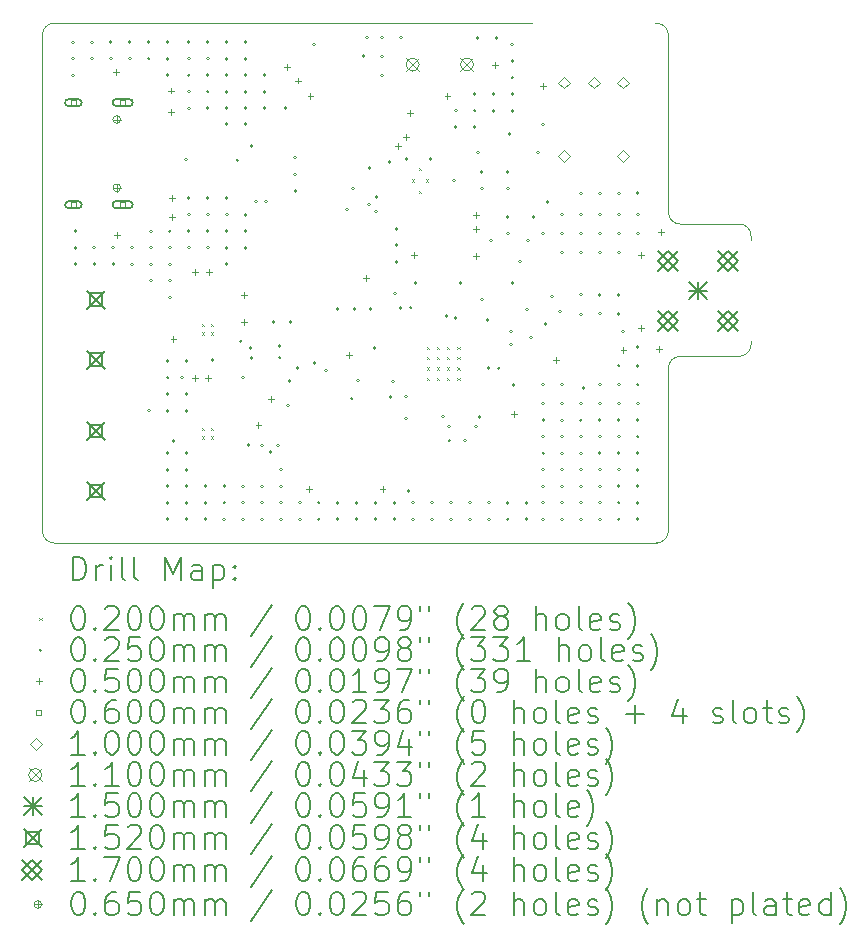
<source format=gbr>
%TF.GenerationSoftware,KiCad,Pcbnew,7.0.8*%
%TF.CreationDate,2024-01-23T22:35:52+01:00*%
%TF.ProjectId,internet-radio-speaker,696e7465-726e-4657-942d-726164696f2d,rev?*%
%TF.SameCoordinates,Original*%
%TF.FileFunction,Drillmap*%
%TF.FilePolarity,Positive*%
%FSLAX45Y45*%
G04 Gerber Fmt 4.5, Leading zero omitted, Abs format (unit mm)*
G04 Created by KiCad (PCBNEW 7.0.8) date 2024-01-23 22:35:52*
%MOMM*%
%LPD*%
G01*
G04 APERTURE LIST*
%ADD10C,0.100000*%
%ADD11C,0.200000*%
%ADD12C,0.020000*%
%ADD13C,0.025000*%
%ADD14C,0.050000*%
%ADD15C,0.060000*%
%ADD16C,0.110000*%
%ADD17C,0.150000*%
%ADD18C,0.152000*%
%ADD19C,0.170000*%
%ADD20C,0.065000*%
G04 APERTURE END LIST*
D10*
X10800000Y-9100000D02*
X10800000Y-13300000D01*
X16700000Y-11820000D02*
G75*
G03*
X16800000Y-11720000I0J100000D01*
G01*
X16100000Y-9100000D02*
X16100000Y-10600000D01*
X16100000Y-13300000D02*
X16100000Y-11920711D01*
X16800000Y-11694000D02*
X16800000Y-11719289D01*
X16000000Y-13400000D02*
G75*
G03*
X16100000Y-13300000I0J100000D01*
G01*
X10900000Y-13400000D02*
X16000000Y-13400000D01*
X10800000Y-13300000D02*
G75*
G03*
X10900000Y-13400000I100000J0D01*
G01*
X16800000Y-10834000D02*
X16800000Y-10800000D01*
X16200000Y-10700000D02*
X16700000Y-10700000D01*
X16200000Y-11820710D02*
G75*
G03*
X16100000Y-11920711I0J-100000D01*
G01*
X16100000Y-10600000D02*
G75*
G03*
X16200000Y-10700000I100000J0D01*
G01*
X16800000Y-10800000D02*
G75*
G03*
X16700000Y-10700000I-100000J0D01*
G01*
X16000000Y-9000000D02*
X15988000Y-8999970D01*
X16100000Y-9100000D02*
G75*
G03*
X16000000Y-9000000I-100000J0D01*
G01*
X16200000Y-11820000D02*
X16700000Y-11820000D01*
X14948000Y-8999970D02*
X10900000Y-9000000D01*
X10900000Y-9000000D02*
G75*
G03*
X10800000Y-9100000I0J-100000D01*
G01*
D11*
D12*
X12151000Y-11544500D02*
X12171000Y-11564500D01*
X12171000Y-11544500D02*
X12151000Y-11564500D01*
X12151000Y-11617500D02*
X12171000Y-11637500D01*
X12171000Y-11617500D02*
X12151000Y-11637500D01*
X12151000Y-12426000D02*
X12171000Y-12446000D01*
X12171000Y-12426000D02*
X12151000Y-12446000D01*
X12151000Y-12499000D02*
X12171000Y-12519000D01*
X12171000Y-12499000D02*
X12151000Y-12519000D01*
X12224000Y-11544500D02*
X12244000Y-11564500D01*
X12244000Y-11544500D02*
X12224000Y-11564500D01*
X12224000Y-11617500D02*
X12244000Y-11637500D01*
X12244000Y-11617500D02*
X12224000Y-11637500D01*
X12224000Y-12426000D02*
X12244000Y-12446000D01*
X12244000Y-12426000D02*
X12224000Y-12446000D01*
X12224000Y-12499000D02*
X12244000Y-12519000D01*
X12244000Y-12499000D02*
X12224000Y-12519000D01*
X13929000Y-10321500D02*
X13949000Y-10341500D01*
X13949000Y-10321500D02*
X13929000Y-10341500D01*
X13986500Y-10226500D02*
X14006500Y-10246500D01*
X14006500Y-10226500D02*
X13986500Y-10246500D01*
X13986500Y-10416500D02*
X14006500Y-10436500D01*
X14006500Y-10416500D02*
X13986500Y-10436500D01*
X14044000Y-10321500D02*
X14064000Y-10341500D01*
X14064000Y-10321500D02*
X14044000Y-10341500D01*
X14052500Y-11739750D02*
X14072500Y-11759750D01*
X14072500Y-11739750D02*
X14052500Y-11759750D01*
X14052500Y-11826417D02*
X14072500Y-11846417D01*
X14072500Y-11826417D02*
X14052500Y-11846417D01*
X14052500Y-11913083D02*
X14072500Y-11933083D01*
X14072500Y-11913083D02*
X14052500Y-11933083D01*
X14052500Y-11999750D02*
X14072500Y-12019750D01*
X14072500Y-11999750D02*
X14052500Y-12019750D01*
X14139167Y-11739750D02*
X14159167Y-11759750D01*
X14159167Y-11739750D02*
X14139167Y-11759750D01*
X14139167Y-11826417D02*
X14159167Y-11846417D01*
X14159167Y-11826417D02*
X14139167Y-11846417D01*
X14139167Y-11913083D02*
X14159167Y-11933083D01*
X14159167Y-11913083D02*
X14139167Y-11933083D01*
X14139167Y-11999750D02*
X14159167Y-12019750D01*
X14159167Y-11999750D02*
X14139167Y-12019750D01*
X14225833Y-11739750D02*
X14245833Y-11759750D01*
X14245833Y-11739750D02*
X14225833Y-11759750D01*
X14225833Y-11826417D02*
X14245833Y-11846417D01*
X14245833Y-11826417D02*
X14225833Y-11846417D01*
X14225833Y-11913083D02*
X14245833Y-11933083D01*
X14245833Y-11913083D02*
X14225833Y-11933083D01*
X14225833Y-11999750D02*
X14245833Y-12019750D01*
X14245833Y-11999750D02*
X14225833Y-12019750D01*
X14312500Y-11739750D02*
X14332500Y-11759750D01*
X14332500Y-11739750D02*
X14312500Y-11759750D01*
X14312500Y-11826417D02*
X14332500Y-11846417D01*
X14332500Y-11826417D02*
X14312500Y-11846417D01*
X14312500Y-11913083D02*
X14332500Y-11933083D01*
X14332500Y-11913083D02*
X14312500Y-11933083D01*
X14312500Y-11999750D02*
X14332500Y-12019750D01*
X14332500Y-11999750D02*
X14312500Y-12019750D01*
D13*
X11072500Y-9160000D02*
G75*
G03*
X11072500Y-9160000I-12500J0D01*
G01*
X11072500Y-9300000D02*
G75*
G03*
X11072500Y-9300000I-12500J0D01*
G01*
X11072500Y-9440000D02*
G75*
G03*
X11072500Y-9440000I-12500J0D01*
G01*
X11092500Y-10760000D02*
G75*
G03*
X11092500Y-10760000I-12500J0D01*
G01*
X11092500Y-10900000D02*
G75*
G03*
X11092500Y-10900000I-12500J0D01*
G01*
X11092500Y-11040000D02*
G75*
G03*
X11092500Y-11040000I-12500J0D01*
G01*
X11232500Y-9160000D02*
G75*
G03*
X11232500Y-9160000I-12500J0D01*
G01*
X11232500Y-9300000D02*
G75*
G03*
X11232500Y-9300000I-12500J0D01*
G01*
X11252500Y-10900000D02*
G75*
G03*
X11252500Y-10900000I-12500J0D01*
G01*
X11252500Y-11040000D02*
G75*
G03*
X11252500Y-11040000I-12500J0D01*
G01*
X11392500Y-9160000D02*
G75*
G03*
X11392500Y-9160000I-12500J0D01*
G01*
X11392500Y-9300000D02*
G75*
G03*
X11392500Y-9300000I-12500J0D01*
G01*
X11412500Y-10900000D02*
G75*
G03*
X11412500Y-10900000I-12500J0D01*
G01*
X11412500Y-11040000D02*
G75*
G03*
X11412500Y-11040000I-12500J0D01*
G01*
X11552500Y-9160000D02*
G75*
G03*
X11552500Y-9160000I-12500J0D01*
G01*
X11552500Y-9300000D02*
G75*
G03*
X11552500Y-9300000I-12500J0D01*
G01*
X11572500Y-10900000D02*
G75*
G03*
X11572500Y-10900000I-12500J0D01*
G01*
X11572500Y-11040000D02*
G75*
G03*
X11572500Y-11040000I-12500J0D01*
G01*
X11712500Y-9160000D02*
G75*
G03*
X11712500Y-9160000I-12500J0D01*
G01*
X11712500Y-9300000D02*
G75*
G03*
X11712500Y-9300000I-12500J0D01*
G01*
X11712500Y-12280000D02*
G75*
G03*
X11712500Y-12280000I-12500J0D01*
G01*
X11732500Y-10760000D02*
G75*
G03*
X11732500Y-10760000I-12500J0D01*
G01*
X11732500Y-10900000D02*
G75*
G03*
X11732500Y-10900000I-12500J0D01*
G01*
X11732500Y-11040000D02*
G75*
G03*
X11732500Y-11040000I-12500J0D01*
G01*
X11732500Y-11180000D02*
G75*
G03*
X11732500Y-11180000I-12500J0D01*
G01*
X11872500Y-9160000D02*
G75*
G03*
X11872500Y-9160000I-12500J0D01*
G01*
X11872500Y-9300000D02*
G75*
G03*
X11872500Y-9300000I-12500J0D01*
G01*
X11872500Y-9440000D02*
G75*
G03*
X11872500Y-9440000I-12500J0D01*
G01*
X11872500Y-11860000D02*
G75*
G03*
X11872500Y-11860000I-12500J0D01*
G01*
X11872500Y-12000000D02*
G75*
G03*
X11872500Y-12000000I-12500J0D01*
G01*
X11872500Y-12140000D02*
G75*
G03*
X11872500Y-12140000I-12500J0D01*
G01*
X11872500Y-12280000D02*
G75*
G03*
X11872500Y-12280000I-12500J0D01*
G01*
X11872500Y-12640000D02*
G75*
G03*
X11872500Y-12640000I-12500J0D01*
G01*
X11872500Y-12780000D02*
G75*
G03*
X11872500Y-12780000I-12500J0D01*
G01*
X11872500Y-12920000D02*
G75*
G03*
X11872500Y-12920000I-12500J0D01*
G01*
X11872500Y-13060000D02*
G75*
G03*
X11872500Y-13060000I-12500J0D01*
G01*
X11872500Y-13200000D02*
G75*
G03*
X11872500Y-13200000I-12500J0D01*
G01*
X11892500Y-10760000D02*
G75*
G03*
X11892500Y-10760000I-12500J0D01*
G01*
X11892500Y-10900000D02*
G75*
G03*
X11892500Y-10900000I-12500J0D01*
G01*
X11892500Y-11040000D02*
G75*
G03*
X11892500Y-11040000I-12500J0D01*
G01*
X11892500Y-11180000D02*
G75*
G03*
X11892500Y-11180000I-12500J0D01*
G01*
X11892500Y-11320000D02*
G75*
G03*
X11892500Y-11320000I-12500J0D01*
G01*
X11922500Y-12540000D02*
G75*
G03*
X11922500Y-12540000I-12500J0D01*
G01*
X11992500Y-12000000D02*
G75*
G03*
X11992500Y-12000000I-12500J0D01*
G01*
X12029524Y-10155367D02*
G75*
G03*
X12029524Y-10155367I-12500J0D01*
G01*
X12032500Y-11860000D02*
G75*
G03*
X12032500Y-11860000I-12500J0D01*
G01*
X12032500Y-12140000D02*
G75*
G03*
X12032500Y-12140000I-12500J0D01*
G01*
X12032500Y-12280000D02*
G75*
G03*
X12032500Y-12280000I-12500J0D01*
G01*
X12032500Y-12640000D02*
G75*
G03*
X12032500Y-12640000I-12500J0D01*
G01*
X12032500Y-12780000D02*
G75*
G03*
X12032500Y-12780000I-12500J0D01*
G01*
X12032500Y-12920000D02*
G75*
G03*
X12032500Y-12920000I-12500J0D01*
G01*
X12032500Y-13060000D02*
G75*
G03*
X12032500Y-13060000I-12500J0D01*
G01*
X12032500Y-13200000D02*
G75*
G03*
X12032500Y-13200000I-12500J0D01*
G01*
X12052500Y-9160000D02*
G75*
G03*
X12052500Y-9160000I-12500J0D01*
G01*
X12052500Y-9300000D02*
G75*
G03*
X12052500Y-9300000I-12500J0D01*
G01*
X12052500Y-9440000D02*
G75*
G03*
X12052500Y-9440000I-12500J0D01*
G01*
X12052500Y-9580000D02*
G75*
G03*
X12052500Y-9580000I-12500J0D01*
G01*
X12052500Y-9720000D02*
G75*
G03*
X12052500Y-9720000I-12500J0D01*
G01*
X12052500Y-10480000D02*
G75*
G03*
X12052500Y-10480000I-12500J0D01*
G01*
X12052500Y-10620000D02*
G75*
G03*
X12052500Y-10620000I-12500J0D01*
G01*
X12052500Y-10760000D02*
G75*
G03*
X12052500Y-10760000I-12500J0D01*
G01*
X12052500Y-10900000D02*
G75*
G03*
X12052500Y-10900000I-12500J0D01*
G01*
X12192500Y-12920000D02*
G75*
G03*
X12192500Y-12920000I-12500J0D01*
G01*
X12192500Y-13060000D02*
G75*
G03*
X12192500Y-13060000I-12500J0D01*
G01*
X12192500Y-13200000D02*
G75*
G03*
X12192500Y-13200000I-12500J0D01*
G01*
X12212500Y-9160000D02*
G75*
G03*
X12212500Y-9160000I-12500J0D01*
G01*
X12212500Y-9300000D02*
G75*
G03*
X12212500Y-9300000I-12500J0D01*
G01*
X12212500Y-9440000D02*
G75*
G03*
X12212500Y-9440000I-12500J0D01*
G01*
X12212500Y-9580000D02*
G75*
G03*
X12212500Y-9580000I-12500J0D01*
G01*
X12212500Y-9720000D02*
G75*
G03*
X12212500Y-9720000I-12500J0D01*
G01*
X12212500Y-10480000D02*
G75*
G03*
X12212500Y-10480000I-12500J0D01*
G01*
X12212500Y-10620000D02*
G75*
G03*
X12212500Y-10620000I-12500J0D01*
G01*
X12212500Y-10760000D02*
G75*
G03*
X12212500Y-10760000I-12500J0D01*
G01*
X12212500Y-10900000D02*
G75*
G03*
X12212500Y-10900000I-12500J0D01*
G01*
X12252500Y-11850000D02*
G75*
G03*
X12252500Y-11850000I-12500J0D01*
G01*
X12352500Y-12920000D02*
G75*
G03*
X12352500Y-12920000I-12500J0D01*
G01*
X12352500Y-13060000D02*
G75*
G03*
X12352500Y-13060000I-12500J0D01*
G01*
X12352500Y-13200000D02*
G75*
G03*
X12352500Y-13200000I-12500J0D01*
G01*
X12372500Y-9160000D02*
G75*
G03*
X12372500Y-9160000I-12500J0D01*
G01*
X12372500Y-9300000D02*
G75*
G03*
X12372500Y-9300000I-12500J0D01*
G01*
X12372500Y-9440000D02*
G75*
G03*
X12372500Y-9440000I-12500J0D01*
G01*
X12372500Y-9580000D02*
G75*
G03*
X12372500Y-9580000I-12500J0D01*
G01*
X12372500Y-9720000D02*
G75*
G03*
X12372500Y-9720000I-12500J0D01*
G01*
X12372500Y-9855000D02*
G75*
G03*
X12372500Y-9855000I-12500J0D01*
G01*
X12372500Y-10480000D02*
G75*
G03*
X12372500Y-10480000I-12500J0D01*
G01*
X12372500Y-10620000D02*
G75*
G03*
X12372500Y-10620000I-12500J0D01*
G01*
X12372500Y-10760000D02*
G75*
G03*
X12372500Y-10760000I-12500J0D01*
G01*
X12372500Y-10900000D02*
G75*
G03*
X12372500Y-10900000I-12500J0D01*
G01*
X12372500Y-11040000D02*
G75*
G03*
X12372500Y-11040000I-12500J0D01*
G01*
X12462500Y-10160000D02*
G75*
G03*
X12462500Y-10160000I-12500J0D01*
G01*
X12492500Y-11692500D02*
G75*
G03*
X12492500Y-11692500I-12500J0D01*
G01*
X12512500Y-12000000D02*
G75*
G03*
X12512500Y-12000000I-12500J0D01*
G01*
X12512500Y-12920000D02*
G75*
G03*
X12512500Y-12920000I-12500J0D01*
G01*
X12512500Y-13060000D02*
G75*
G03*
X12512500Y-13060000I-12500J0D01*
G01*
X12512500Y-13200000D02*
G75*
G03*
X12512500Y-13200000I-12500J0D01*
G01*
X12532500Y-9160000D02*
G75*
G03*
X12532500Y-9160000I-12500J0D01*
G01*
X12532500Y-9300000D02*
G75*
G03*
X12532500Y-9300000I-12500J0D01*
G01*
X12532500Y-9440000D02*
G75*
G03*
X12532500Y-9440000I-12500J0D01*
G01*
X12532500Y-9580000D02*
G75*
G03*
X12532500Y-9580000I-12500J0D01*
G01*
X12532500Y-9720000D02*
G75*
G03*
X12532500Y-9720000I-12500J0D01*
G01*
X12532500Y-9855000D02*
G75*
G03*
X12532500Y-9855000I-12500J0D01*
G01*
X12532500Y-10620000D02*
G75*
G03*
X12532500Y-10620000I-12500J0D01*
G01*
X12532500Y-10760000D02*
G75*
G03*
X12532500Y-10760000I-12500J0D01*
G01*
X12532500Y-10900000D02*
G75*
G03*
X12532500Y-10900000I-12500J0D01*
G01*
X12555000Y-12570000D02*
G75*
G03*
X12555000Y-12570000I-12500J0D01*
G01*
X12575000Y-11747500D02*
G75*
G03*
X12575000Y-11747500I-12500J0D01*
G01*
X12580050Y-11835000D02*
G75*
G03*
X12580050Y-11835000I-12500J0D01*
G01*
X12582500Y-10040000D02*
G75*
G03*
X12582500Y-10040000I-12500J0D01*
G01*
X12620000Y-10507500D02*
G75*
G03*
X12620000Y-10507500I-12500J0D01*
G01*
X12670000Y-12575000D02*
G75*
G03*
X12670000Y-12575000I-12500J0D01*
G01*
X12672500Y-12920000D02*
G75*
G03*
X12672500Y-12920000I-12500J0D01*
G01*
X12672500Y-13060000D02*
G75*
G03*
X12672500Y-13060000I-12500J0D01*
G01*
X12672500Y-13200000D02*
G75*
G03*
X12672500Y-13200000I-12500J0D01*
G01*
X12692500Y-9440000D02*
G75*
G03*
X12692500Y-9440000I-12500J0D01*
G01*
X12692500Y-9580000D02*
G75*
G03*
X12692500Y-9580000I-12500J0D01*
G01*
X12692500Y-9720000D02*
G75*
G03*
X12692500Y-9720000I-12500J0D01*
G01*
X12705000Y-10507500D02*
G75*
G03*
X12705000Y-10507500I-12500J0D01*
G01*
X12742500Y-12630000D02*
G75*
G03*
X12742500Y-12630000I-12500J0D01*
G01*
X12772500Y-11530000D02*
G75*
G03*
X12772500Y-11530000I-12500J0D01*
G01*
X12810000Y-12575000D02*
G75*
G03*
X12810000Y-12575000I-12500J0D01*
G01*
X12820000Y-11730000D02*
G75*
G03*
X12820000Y-11730000I-12500J0D01*
G01*
X12822500Y-11832500D02*
G75*
G03*
X12822500Y-11832500I-12500J0D01*
G01*
X12832500Y-12780000D02*
G75*
G03*
X12832500Y-12780000I-12500J0D01*
G01*
X12832500Y-12920000D02*
G75*
G03*
X12832500Y-12920000I-12500J0D01*
G01*
X12832500Y-13060000D02*
G75*
G03*
X12832500Y-13060000I-12500J0D01*
G01*
X12832500Y-13200000D02*
G75*
G03*
X12832500Y-13200000I-12500J0D01*
G01*
X12872500Y-9720000D02*
G75*
G03*
X12872500Y-9720000I-12500J0D01*
G01*
X12892500Y-12240000D02*
G75*
G03*
X12892500Y-12240000I-12500J0D01*
G01*
X12902500Y-12030000D02*
G75*
G03*
X12902500Y-12030000I-12500J0D01*
G01*
X12912500Y-11530000D02*
G75*
G03*
X12912500Y-11530000I-12500J0D01*
G01*
X12952500Y-10140000D02*
G75*
G03*
X12952500Y-10140000I-12500J0D01*
G01*
X12952500Y-10280000D02*
G75*
G03*
X12952500Y-10280000I-12500J0D01*
G01*
X12952500Y-10420000D02*
G75*
G03*
X12952500Y-10420000I-12500J0D01*
G01*
X12972500Y-11920000D02*
G75*
G03*
X12972500Y-11920000I-12500J0D01*
G01*
X12992500Y-13060000D02*
G75*
G03*
X12992500Y-13060000I-12500J0D01*
G01*
X12992500Y-13200000D02*
G75*
G03*
X12992500Y-13200000I-12500J0D01*
G01*
X13112500Y-9180000D02*
G75*
G03*
X13112500Y-9180000I-12500J0D01*
G01*
X13115000Y-11875000D02*
G75*
G03*
X13115000Y-11875000I-12500J0D01*
G01*
X13152500Y-13060000D02*
G75*
G03*
X13152500Y-13060000I-12500J0D01*
G01*
X13152500Y-13200000D02*
G75*
G03*
X13152500Y-13200000I-12500J0D01*
G01*
X13212500Y-11940000D02*
G75*
G03*
X13212500Y-11940000I-12500J0D01*
G01*
X13312500Y-13060000D02*
G75*
G03*
X13312500Y-13060000I-12500J0D01*
G01*
X13312500Y-13200000D02*
G75*
G03*
X13312500Y-13200000I-12500J0D01*
G01*
X13312500Y-11420000D02*
G75*
G03*
X13312500Y-11420000I-12500J0D01*
G01*
X13392500Y-10580000D02*
G75*
G03*
X13392500Y-10580000I-12500J0D01*
G01*
X13432500Y-12180000D02*
G75*
G03*
X13432500Y-12180000I-12500J0D01*
G01*
X13442500Y-10400000D02*
G75*
G03*
X13442500Y-10400000I-12500J0D01*
G01*
X13452500Y-11420000D02*
G75*
G03*
X13452500Y-11420000I-12500J0D01*
G01*
X13472500Y-13060000D02*
G75*
G03*
X13472500Y-13060000I-12500J0D01*
G01*
X13472500Y-13200000D02*
G75*
G03*
X13472500Y-13200000I-12500J0D01*
G01*
X13483055Y-12025541D02*
G75*
G03*
X13483055Y-12025541I-12500J0D01*
G01*
X13532500Y-9280000D02*
G75*
G03*
X13532500Y-9280000I-12500J0D01*
G01*
X13562500Y-9120000D02*
G75*
G03*
X13562500Y-9120000I-12500J0D01*
G01*
X13577500Y-10535000D02*
G75*
G03*
X13577500Y-10535000I-12500J0D01*
G01*
X13582500Y-10225000D02*
G75*
G03*
X13582500Y-10225000I-12500J0D01*
G01*
X13592500Y-11420000D02*
G75*
G03*
X13592500Y-11420000I-12500J0D01*
G01*
X13622500Y-11750000D02*
G75*
G03*
X13622500Y-11750000I-12500J0D01*
G01*
X13632500Y-13060000D02*
G75*
G03*
X13632500Y-13060000I-12500J0D01*
G01*
X13632500Y-13200000D02*
G75*
G03*
X13632500Y-13200000I-12500J0D01*
G01*
X13639378Y-10594950D02*
G75*
G03*
X13639378Y-10594950I-12500J0D01*
G01*
X13642500Y-10470000D02*
G75*
G03*
X13642500Y-10470000I-12500J0D01*
G01*
X13685000Y-9282500D02*
G75*
G03*
X13685000Y-9282500I-12500J0D01*
G01*
X13685000Y-9442500D02*
G75*
G03*
X13685000Y-9442500I-12500J0D01*
G01*
X13687500Y-9120000D02*
G75*
G03*
X13687500Y-9120000I-12500J0D01*
G01*
X13752500Y-10175000D02*
G75*
G03*
X13752500Y-10175000I-12500J0D01*
G01*
X13762500Y-12165000D02*
G75*
G03*
X13762500Y-12165000I-12500J0D01*
G01*
X13782500Y-12035000D02*
G75*
G03*
X13782500Y-12035000I-12500J0D01*
G01*
X13792500Y-13060000D02*
G75*
G03*
X13792500Y-13060000I-12500J0D01*
G01*
X13792500Y-13200000D02*
G75*
G03*
X13792500Y-13200000I-12500J0D01*
G01*
X13799950Y-11290000D02*
G75*
G03*
X13799950Y-11290000I-12500J0D01*
G01*
X13812500Y-10740000D02*
G75*
G03*
X13812500Y-10740000I-12500J0D01*
G01*
X13812500Y-10880000D02*
G75*
G03*
X13812500Y-10880000I-12500J0D01*
G01*
X13812500Y-11020000D02*
G75*
G03*
X13812500Y-11020000I-12500J0D01*
G01*
X13842500Y-11410000D02*
G75*
G03*
X13842500Y-11410000I-12500J0D01*
G01*
X13847500Y-9120000D02*
G75*
G03*
X13847500Y-9120000I-12500J0D01*
G01*
X13890975Y-12349729D02*
G75*
G03*
X13890975Y-12349729I-12500J0D01*
G01*
X13892500Y-12160000D02*
G75*
G03*
X13892500Y-12160000I-12500J0D01*
G01*
X13897500Y-10150000D02*
G75*
G03*
X13897500Y-10150000I-12500J0D01*
G01*
X13912500Y-12960000D02*
G75*
G03*
X13912500Y-12960000I-12500J0D01*
G01*
X13932500Y-11410000D02*
G75*
G03*
X13932500Y-11410000I-12500J0D01*
G01*
X13952500Y-13060000D02*
G75*
G03*
X13952500Y-13060000I-12500J0D01*
G01*
X13952500Y-13200000D02*
G75*
G03*
X13952500Y-13200000I-12500J0D01*
G01*
X13972500Y-11200000D02*
G75*
G03*
X13972500Y-11200000I-12500J0D01*
G01*
X14097500Y-10150000D02*
G75*
G03*
X14097500Y-10150000I-12500J0D01*
G01*
X14112500Y-13060000D02*
G75*
G03*
X14112500Y-13060000I-12500J0D01*
G01*
X14112500Y-13200000D02*
G75*
G03*
X14112500Y-13200000I-12500J0D01*
G01*
X14206483Y-12330724D02*
G75*
G03*
X14206483Y-12330724I-12500J0D01*
G01*
X14232500Y-11480000D02*
G75*
G03*
X14232500Y-11480000I-12500J0D01*
G01*
X14257500Y-12415000D02*
G75*
G03*
X14257500Y-12415000I-12500J0D01*
G01*
X14257500Y-12535000D02*
G75*
G03*
X14257500Y-12535000I-12500J0D01*
G01*
X14272500Y-13060000D02*
G75*
G03*
X14272500Y-13060000I-12500J0D01*
G01*
X14272500Y-13200000D02*
G75*
G03*
X14272500Y-13200000I-12500J0D01*
G01*
X14297500Y-10330000D02*
G75*
G03*
X14297500Y-10330000I-12500J0D01*
G01*
X14312500Y-9740000D02*
G75*
G03*
X14312500Y-9740000I-12500J0D01*
G01*
X14312500Y-9880000D02*
G75*
G03*
X14312500Y-9880000I-12500J0D01*
G01*
X14312500Y-11495000D02*
G75*
G03*
X14312500Y-11495000I-12500J0D01*
G01*
X14352500Y-11200000D02*
G75*
G03*
X14352500Y-11200000I-12500J0D01*
G01*
X14392500Y-12535000D02*
G75*
G03*
X14392500Y-12535000I-12500J0D01*
G01*
X14432500Y-13060000D02*
G75*
G03*
X14432500Y-13060000I-12500J0D01*
G01*
X14432500Y-13200000D02*
G75*
G03*
X14432500Y-13200000I-12500J0D01*
G01*
X14472500Y-9600000D02*
G75*
G03*
X14472500Y-9600000I-12500J0D01*
G01*
X14472500Y-9740000D02*
G75*
G03*
X14472500Y-9740000I-12500J0D01*
G01*
X14472500Y-9880000D02*
G75*
G03*
X14472500Y-9880000I-12500J0D01*
G01*
X14482500Y-12415000D02*
G75*
G03*
X14482500Y-12415000I-12500J0D01*
G01*
X14497500Y-9125000D02*
G75*
G03*
X14497500Y-9125000I-12500J0D01*
G01*
X14502500Y-10095000D02*
G75*
G03*
X14502500Y-10095000I-12500J0D01*
G01*
X14512500Y-12335000D02*
G75*
G03*
X14512500Y-12335000I-12500J0D01*
G01*
X14532500Y-10260000D02*
G75*
G03*
X14532500Y-10260000I-12500J0D01*
G01*
X14532500Y-10400000D02*
G75*
G03*
X14532500Y-10400000I-12500J0D01*
G01*
X14532500Y-11340000D02*
G75*
G03*
X14532500Y-11340000I-12500J0D01*
G01*
X14582500Y-11510000D02*
G75*
G03*
X14582500Y-11510000I-12500J0D01*
G01*
X14591803Y-11920943D02*
G75*
G03*
X14591803Y-11920943I-12500J0D01*
G01*
X14592500Y-13060000D02*
G75*
G03*
X14592500Y-13060000I-12500J0D01*
G01*
X14592500Y-13200000D02*
G75*
G03*
X14592500Y-13200000I-12500J0D01*
G01*
X14612500Y-10840000D02*
G75*
G03*
X14612500Y-10840000I-12500J0D01*
G01*
X14632500Y-9600000D02*
G75*
G03*
X14632500Y-9600000I-12500J0D01*
G01*
X14632500Y-9740000D02*
G75*
G03*
X14632500Y-9740000I-12500J0D01*
G01*
X14657500Y-9125000D02*
G75*
G03*
X14657500Y-9125000I-12500J0D01*
G01*
X14676803Y-11920943D02*
G75*
G03*
X14676803Y-11920943I-12500J0D01*
G01*
X14752500Y-10260000D02*
G75*
G03*
X14752500Y-10260000I-12500J0D01*
G01*
X14752500Y-10400000D02*
G75*
G03*
X14752500Y-10400000I-12500J0D01*
G01*
X14752500Y-10640000D02*
G75*
G03*
X14752500Y-10640000I-12500J0D01*
G01*
X14752500Y-10780000D02*
G75*
G03*
X14752500Y-10780000I-12500J0D01*
G01*
X14752500Y-13060000D02*
G75*
G03*
X14752500Y-13060000I-12500J0D01*
G01*
X14752500Y-13200000D02*
G75*
G03*
X14752500Y-13200000I-12500J0D01*
G01*
X14767500Y-9940000D02*
G75*
G03*
X14767500Y-9940000I-12500J0D01*
G01*
X14782500Y-11610000D02*
G75*
G03*
X14782500Y-11610000I-12500J0D01*
G01*
X14782500Y-11720000D02*
G75*
G03*
X14782500Y-11720000I-12500J0D01*
G01*
X14792500Y-9180000D02*
G75*
G03*
X14792500Y-9180000I-12500J0D01*
G01*
X14792500Y-9320000D02*
G75*
G03*
X14792500Y-9320000I-12500J0D01*
G01*
X14792500Y-9460000D02*
G75*
G03*
X14792500Y-9460000I-12500J0D01*
G01*
X14792500Y-9600000D02*
G75*
G03*
X14792500Y-9600000I-12500J0D01*
G01*
X14792500Y-9740000D02*
G75*
G03*
X14792500Y-9740000I-12500J0D01*
G01*
X14792500Y-11200000D02*
G75*
G03*
X14792500Y-11200000I-12500J0D01*
G01*
X14802500Y-12060000D02*
G75*
G03*
X14802500Y-12060000I-12500J0D01*
G01*
X14857500Y-11020000D02*
G75*
G03*
X14857500Y-11020000I-12500J0D01*
G01*
X14912500Y-13060000D02*
G75*
G03*
X14912500Y-13060000I-12500J0D01*
G01*
X14912500Y-13200000D02*
G75*
G03*
X14912500Y-13200000I-12500J0D01*
G01*
X14917500Y-11425000D02*
G75*
G03*
X14917500Y-11425000I-12500J0D01*
G01*
X14922500Y-10840000D02*
G75*
G03*
X14922500Y-10840000I-12500J0D01*
G01*
X14952500Y-11660000D02*
G75*
G03*
X14952500Y-11660000I-12500J0D01*
G01*
X14972500Y-10640000D02*
G75*
G03*
X14972500Y-10640000I-12500J0D01*
G01*
X15007500Y-10095000D02*
G75*
G03*
X15007500Y-10095000I-12500J0D01*
G01*
X15052500Y-9855000D02*
G75*
G03*
X15052500Y-9855000I-12500J0D01*
G01*
X15052500Y-10780000D02*
G75*
G03*
X15052500Y-10780000I-12500J0D01*
G01*
X15052500Y-12060000D02*
G75*
G03*
X15052500Y-12060000I-12500J0D01*
G01*
X15052500Y-12220000D02*
G75*
G03*
X15052500Y-12220000I-12500J0D01*
G01*
X15052500Y-12360000D02*
G75*
G03*
X15052500Y-12360000I-12500J0D01*
G01*
X15052500Y-12500000D02*
G75*
G03*
X15052500Y-12500000I-12500J0D01*
G01*
X15052500Y-12640000D02*
G75*
G03*
X15052500Y-12640000I-12500J0D01*
G01*
X15052500Y-12780000D02*
G75*
G03*
X15052500Y-12780000I-12500J0D01*
G01*
X15052500Y-12920000D02*
G75*
G03*
X15052500Y-12920000I-12500J0D01*
G01*
X15052500Y-13060000D02*
G75*
G03*
X15052500Y-13060000I-12500J0D01*
G01*
X15052500Y-13200000D02*
G75*
G03*
X15052500Y-13200000I-12500J0D01*
G01*
X15072500Y-11550000D02*
G75*
G03*
X15072500Y-11550000I-12500J0D01*
G01*
X15087500Y-10515000D02*
G75*
G03*
X15087500Y-10515000I-12500J0D01*
G01*
X15127760Y-11310009D02*
G75*
G03*
X15127760Y-11310009I-12500J0D01*
G01*
X15192500Y-11440000D02*
G75*
G03*
X15192500Y-11440000I-12500J0D01*
G01*
X15212500Y-10620000D02*
G75*
G03*
X15212500Y-10620000I-12500J0D01*
G01*
X15212500Y-10780000D02*
G75*
G03*
X15212500Y-10780000I-12500J0D01*
G01*
X15212500Y-10940000D02*
G75*
G03*
X15212500Y-10940000I-12500J0D01*
G01*
X15212500Y-12060000D02*
G75*
G03*
X15212500Y-12060000I-12500J0D01*
G01*
X15212500Y-12220000D02*
G75*
G03*
X15212500Y-12220000I-12500J0D01*
G01*
X15212500Y-12360000D02*
G75*
G03*
X15212500Y-12360000I-12500J0D01*
G01*
X15212500Y-12500000D02*
G75*
G03*
X15212500Y-12500000I-12500J0D01*
G01*
X15212500Y-12640000D02*
G75*
G03*
X15212500Y-12640000I-12500J0D01*
G01*
X15212500Y-12780000D02*
G75*
G03*
X15212500Y-12780000I-12500J0D01*
G01*
X15212500Y-12920000D02*
G75*
G03*
X15212500Y-12920000I-12500J0D01*
G01*
X15212500Y-13060000D02*
G75*
G03*
X15212500Y-13060000I-12500J0D01*
G01*
X15212500Y-13200000D02*
G75*
G03*
X15212500Y-13200000I-12500J0D01*
G01*
X15372500Y-10440000D02*
G75*
G03*
X15372500Y-10440000I-12500J0D01*
G01*
X15372500Y-10620000D02*
G75*
G03*
X15372500Y-10620000I-12500J0D01*
G01*
X15372500Y-10780000D02*
G75*
G03*
X15372500Y-10780000I-12500J0D01*
G01*
X15372500Y-10940000D02*
G75*
G03*
X15372500Y-10940000I-12500J0D01*
G01*
X15372500Y-11300000D02*
G75*
G03*
X15372500Y-11300000I-12500J0D01*
G01*
X15372500Y-12220000D02*
G75*
G03*
X15372500Y-12220000I-12500J0D01*
G01*
X15372500Y-12360000D02*
G75*
G03*
X15372500Y-12360000I-12500J0D01*
G01*
X15372500Y-12500000D02*
G75*
G03*
X15372500Y-12500000I-12500J0D01*
G01*
X15372500Y-12640000D02*
G75*
G03*
X15372500Y-12640000I-12500J0D01*
G01*
X15372500Y-12780000D02*
G75*
G03*
X15372500Y-12780000I-12500J0D01*
G01*
X15372500Y-12920000D02*
G75*
G03*
X15372500Y-12920000I-12500J0D01*
G01*
X15372500Y-13060000D02*
G75*
G03*
X15372500Y-13060000I-12500J0D01*
G01*
X15372500Y-13200000D02*
G75*
G03*
X15372500Y-13200000I-12500J0D01*
G01*
X15372559Y-11467941D02*
G75*
G03*
X15372559Y-11467941I-12500J0D01*
G01*
X15392500Y-12090000D02*
G75*
G03*
X15392500Y-12090000I-12500J0D01*
G01*
X15532500Y-10440000D02*
G75*
G03*
X15532500Y-10440000I-12500J0D01*
G01*
X15532500Y-10620000D02*
G75*
G03*
X15532500Y-10620000I-12500J0D01*
G01*
X15532500Y-10780000D02*
G75*
G03*
X15532500Y-10780000I-12500J0D01*
G01*
X15532500Y-10940000D02*
G75*
G03*
X15532500Y-10940000I-12500J0D01*
G01*
X15532500Y-11300000D02*
G75*
G03*
X15532500Y-11300000I-12500J0D01*
G01*
X15532500Y-11460000D02*
G75*
G03*
X15532500Y-11460000I-12500J0D01*
G01*
X15532500Y-12060000D02*
G75*
G03*
X15532500Y-12060000I-12500J0D01*
G01*
X15532500Y-12220000D02*
G75*
G03*
X15532500Y-12220000I-12500J0D01*
G01*
X15532500Y-12360000D02*
G75*
G03*
X15532500Y-12360000I-12500J0D01*
G01*
X15532500Y-12500000D02*
G75*
G03*
X15532500Y-12500000I-12500J0D01*
G01*
X15532500Y-12640000D02*
G75*
G03*
X15532500Y-12640000I-12500J0D01*
G01*
X15532500Y-12780000D02*
G75*
G03*
X15532500Y-12780000I-12500J0D01*
G01*
X15532500Y-12920000D02*
G75*
G03*
X15532500Y-12920000I-12500J0D01*
G01*
X15532500Y-13060000D02*
G75*
G03*
X15532500Y-13060000I-12500J0D01*
G01*
X15532500Y-13200000D02*
G75*
G03*
X15532500Y-13200000I-12500J0D01*
G01*
X15692500Y-10440000D02*
G75*
G03*
X15692500Y-10440000I-12500J0D01*
G01*
X15692500Y-10620000D02*
G75*
G03*
X15692500Y-10620000I-12500J0D01*
G01*
X15692500Y-10780000D02*
G75*
G03*
X15692500Y-10780000I-12500J0D01*
G01*
X15692500Y-10940000D02*
G75*
G03*
X15692500Y-10940000I-12500J0D01*
G01*
X15692500Y-11300000D02*
G75*
G03*
X15692500Y-11300000I-12500J0D01*
G01*
X15692500Y-11460000D02*
G75*
G03*
X15692500Y-11460000I-12500J0D01*
G01*
X15692500Y-11900000D02*
G75*
G03*
X15692500Y-11900000I-12500J0D01*
G01*
X15692500Y-12060000D02*
G75*
G03*
X15692500Y-12060000I-12500J0D01*
G01*
X15692500Y-12220000D02*
G75*
G03*
X15692500Y-12220000I-12500J0D01*
G01*
X15692500Y-12360000D02*
G75*
G03*
X15692500Y-12360000I-12500J0D01*
G01*
X15692500Y-12500000D02*
G75*
G03*
X15692500Y-12500000I-12500J0D01*
G01*
X15692500Y-12640000D02*
G75*
G03*
X15692500Y-12640000I-12500J0D01*
G01*
X15692500Y-12780000D02*
G75*
G03*
X15692500Y-12780000I-12500J0D01*
G01*
X15692500Y-12920000D02*
G75*
G03*
X15692500Y-12920000I-12500J0D01*
G01*
X15692500Y-13060000D02*
G75*
G03*
X15692500Y-13060000I-12500J0D01*
G01*
X15692500Y-13200000D02*
G75*
G03*
X15692500Y-13200000I-12500J0D01*
G01*
X15732500Y-11610000D02*
G75*
G03*
X15732500Y-11610000I-12500J0D01*
G01*
X15852500Y-10440000D02*
G75*
G03*
X15852500Y-10440000I-12500J0D01*
G01*
X15852500Y-10620000D02*
G75*
G03*
X15852500Y-10620000I-12500J0D01*
G01*
X15852500Y-10780000D02*
G75*
G03*
X15852500Y-10780000I-12500J0D01*
G01*
X15852500Y-11740000D02*
G75*
G03*
X15852500Y-11740000I-12500J0D01*
G01*
X15852500Y-11900000D02*
G75*
G03*
X15852500Y-11900000I-12500J0D01*
G01*
X15852500Y-12060000D02*
G75*
G03*
X15852500Y-12060000I-12500J0D01*
G01*
X15852500Y-12220000D02*
G75*
G03*
X15852500Y-12220000I-12500J0D01*
G01*
X15852500Y-12360000D02*
G75*
G03*
X15852500Y-12360000I-12500J0D01*
G01*
X15852500Y-12500000D02*
G75*
G03*
X15852500Y-12500000I-12500J0D01*
G01*
X15852500Y-12640000D02*
G75*
G03*
X15852500Y-12640000I-12500J0D01*
G01*
X15852500Y-12780000D02*
G75*
G03*
X15852500Y-12780000I-12500J0D01*
G01*
X15852500Y-12920000D02*
G75*
G03*
X15852500Y-12920000I-12500J0D01*
G01*
X15852500Y-13060000D02*
G75*
G03*
X15852500Y-13060000I-12500J0D01*
G01*
X15852500Y-13200000D02*
G75*
G03*
X15852500Y-13200000I-12500J0D01*
G01*
D14*
X11420000Y-9385000D02*
X11420000Y-9435000D01*
X11395000Y-9410000D02*
X11445000Y-9410000D01*
X11430000Y-10765000D02*
X11430000Y-10815000D01*
X11405000Y-10790000D02*
X11455000Y-10790000D01*
X11890000Y-9545000D02*
X11890000Y-9595000D01*
X11865000Y-9570000D02*
X11915000Y-9570000D01*
X11890000Y-9725000D02*
X11890000Y-9775000D01*
X11865000Y-9750000D02*
X11915000Y-9750000D01*
X11900000Y-10455000D02*
X11900000Y-10505000D01*
X11875000Y-10480000D02*
X11925000Y-10480000D01*
X11900000Y-10615000D02*
X11900000Y-10665000D01*
X11875000Y-10640000D02*
X11925000Y-10640000D01*
X11910000Y-11645000D02*
X11910000Y-11695000D01*
X11885000Y-11670000D02*
X11935000Y-11670000D01*
X12090000Y-11085000D02*
X12090000Y-11135000D01*
X12065000Y-11110000D02*
X12115000Y-11110000D01*
X12090000Y-11975000D02*
X12090000Y-12025000D01*
X12065000Y-12000000D02*
X12115000Y-12000000D01*
X12200000Y-11975000D02*
X12200000Y-12025000D01*
X12175000Y-12000000D02*
X12225000Y-12000000D01*
X12210000Y-11085000D02*
X12210000Y-11135000D01*
X12185000Y-11110000D02*
X12235000Y-11110000D01*
X12510000Y-11275000D02*
X12510000Y-11325000D01*
X12485000Y-11300000D02*
X12535000Y-11300000D01*
X12510000Y-11505000D02*
X12510000Y-11555000D01*
X12485000Y-11530000D02*
X12535000Y-11530000D01*
X12630000Y-12375000D02*
X12630000Y-12425000D01*
X12605000Y-12400000D02*
X12655000Y-12400000D01*
X12737550Y-12155000D02*
X12737550Y-12205000D01*
X12712550Y-12180000D02*
X12762550Y-12180000D01*
X12870000Y-9345000D02*
X12870000Y-9395000D01*
X12845000Y-9370000D02*
X12895000Y-9370000D01*
X12965000Y-9460000D02*
X12965000Y-9510000D01*
X12940000Y-9485000D02*
X12990000Y-9485000D01*
X13060000Y-12915000D02*
X13060000Y-12965000D01*
X13035000Y-12940000D02*
X13085000Y-12940000D01*
X13070000Y-9595000D02*
X13070000Y-9645000D01*
X13045000Y-9620000D02*
X13095000Y-9620000D01*
X13400000Y-11785000D02*
X13400000Y-11835000D01*
X13375000Y-11810000D02*
X13425000Y-11810000D01*
X13540000Y-11135000D02*
X13540000Y-11185000D01*
X13515000Y-11160000D02*
X13565000Y-11160000D01*
X13680000Y-12915000D02*
X13680000Y-12965000D01*
X13655000Y-12940000D02*
X13705000Y-12940000D01*
X13810000Y-10015000D02*
X13810000Y-10065000D01*
X13785000Y-10040000D02*
X13835000Y-10040000D01*
X13880000Y-9935000D02*
X13880000Y-9985000D01*
X13855000Y-9960000D02*
X13905000Y-9960000D01*
X13910000Y-9735000D02*
X13910000Y-9785000D01*
X13885000Y-9760000D02*
X13935000Y-9760000D01*
X13950000Y-10935000D02*
X13950000Y-10985000D01*
X13925000Y-10960000D02*
X13975000Y-10960000D01*
X14230000Y-9595000D02*
X14230000Y-9645000D01*
X14205000Y-9620000D02*
X14255000Y-9620000D01*
X14470000Y-10595000D02*
X14470000Y-10645000D01*
X14445000Y-10620000D02*
X14495000Y-10620000D01*
X14470000Y-10715000D02*
X14470000Y-10765000D01*
X14445000Y-10740000D02*
X14495000Y-10740000D01*
X14470000Y-10945000D02*
X14470000Y-10995000D01*
X14445000Y-10970000D02*
X14495000Y-10970000D01*
X14632500Y-9325000D02*
X14632500Y-9375000D01*
X14607500Y-9350000D02*
X14657500Y-9350000D01*
X14790000Y-12285000D02*
X14790000Y-12335000D01*
X14765000Y-12310000D02*
X14815000Y-12310000D01*
X15040000Y-9505000D02*
X15040000Y-9555000D01*
X15015000Y-9530000D02*
X15065000Y-9530000D01*
X15150000Y-11825000D02*
X15150000Y-11875000D01*
X15125000Y-11850000D02*
X15175000Y-11850000D01*
X15720000Y-11745000D02*
X15720000Y-11795000D01*
X15695000Y-11770000D02*
X15745000Y-11770000D01*
X15870000Y-10935000D02*
X15870000Y-10985000D01*
X15845000Y-10960000D02*
X15895000Y-10960000D01*
X15870000Y-11555000D02*
X15870000Y-11605000D01*
X15845000Y-11580000D02*
X15895000Y-11580000D01*
X16020000Y-11735000D02*
X16020000Y-11785000D01*
X15995000Y-11760000D02*
X16045000Y-11760000D01*
X16035000Y-10740000D02*
X16035000Y-10790000D01*
X16010000Y-10765000D02*
X16060000Y-10765000D01*
D15*
X11083713Y-9693713D02*
X11083713Y-9651287D01*
X11041287Y-9651287D01*
X11041287Y-9693713D01*
X11083713Y-9693713D01*
D11*
X11102500Y-9642500D02*
X11022500Y-9642500D01*
X11022500Y-9642500D02*
G75*
G03*
X11022500Y-9702500I0J-30000D01*
G01*
X11022500Y-9702500D02*
X11102500Y-9702500D01*
X11102500Y-9702500D02*
G75*
G03*
X11102500Y-9642500I0J30000D01*
G01*
D15*
X11083713Y-10557713D02*
X11083713Y-10515287D01*
X11041287Y-10515287D01*
X11041287Y-10557713D01*
X11083713Y-10557713D01*
D11*
X11102500Y-10506500D02*
X11022500Y-10506500D01*
X11022500Y-10506500D02*
G75*
G03*
X11022500Y-10566500I0J-30000D01*
G01*
X11022500Y-10566500D02*
X11102500Y-10566500D01*
X11102500Y-10566500D02*
G75*
G03*
X11102500Y-10506500I0J30000D01*
G01*
D15*
X11501713Y-9693713D02*
X11501713Y-9651287D01*
X11459287Y-9651287D01*
X11459287Y-9693713D01*
X11501713Y-9693713D01*
D11*
X11535500Y-9642500D02*
X11425500Y-9642500D01*
X11425500Y-9642500D02*
G75*
G03*
X11425500Y-9702500I0J-30000D01*
G01*
X11425500Y-9702500D02*
X11535500Y-9702500D01*
X11535500Y-9702500D02*
G75*
G03*
X11535500Y-9642500I0J30000D01*
G01*
D15*
X11501713Y-10557713D02*
X11501713Y-10515287D01*
X11459287Y-10515287D01*
X11459287Y-10557713D01*
X11501713Y-10557713D01*
D11*
X11535500Y-10506500D02*
X11425500Y-10506500D01*
X11425500Y-10506500D02*
G75*
G03*
X11425500Y-10566500I0J-30000D01*
G01*
X11425500Y-10566500D02*
X11535500Y-10566500D01*
X11535500Y-10566500D02*
G75*
G03*
X11535500Y-10506500I0J30000D01*
G01*
D10*
X15218000Y-9552470D02*
X15268000Y-9502470D01*
X15218000Y-9452470D01*
X15168000Y-9502470D01*
X15218000Y-9552470D01*
X15218000Y-10177470D02*
X15268000Y-10127470D01*
X15218000Y-10077470D01*
X15168000Y-10127470D01*
X15218000Y-10177470D01*
X15468000Y-9552470D02*
X15518000Y-9502470D01*
X15468000Y-9452470D01*
X15418000Y-9502470D01*
X15468000Y-9552470D01*
X15718000Y-9552470D02*
X15768000Y-9502470D01*
X15718000Y-9452470D01*
X15668000Y-9502470D01*
X15718000Y-9552470D01*
X15718000Y-10177470D02*
X15768000Y-10127470D01*
X15718000Y-10077470D01*
X15668000Y-10127470D01*
X15718000Y-10177470D01*
D16*
X13880000Y-9295000D02*
X13990000Y-9405000D01*
X13990000Y-9295000D02*
X13880000Y-9405000D01*
X13990000Y-9350000D02*
G75*
G03*
X13990000Y-9350000I-55000J0D01*
G01*
X14340000Y-9295000D02*
X14450000Y-9405000D01*
X14450000Y-9295000D02*
X14340000Y-9405000D01*
X14450000Y-9350000D02*
G75*
G03*
X14450000Y-9350000I-55000J0D01*
G01*
D17*
X16275000Y-11189000D02*
X16425000Y-11339000D01*
X16425000Y-11189000D02*
X16275000Y-11339000D01*
X16350000Y-11189000D02*
X16350000Y-11339000D01*
X16275000Y-11264000D02*
X16425000Y-11264000D01*
D18*
X11179000Y-11264500D02*
X11331000Y-11416500D01*
X11331000Y-11264500D02*
X11179000Y-11416500D01*
X11308741Y-11394241D02*
X11308741Y-11286759D01*
X11201259Y-11286759D01*
X11201259Y-11394241D01*
X11308741Y-11394241D01*
X11179000Y-11772500D02*
X11331000Y-11924500D01*
X11331000Y-11772500D02*
X11179000Y-11924500D01*
X11308741Y-11902241D02*
X11308741Y-11794759D01*
X11201259Y-11794759D01*
X11201259Y-11902241D01*
X11308741Y-11902241D01*
X11179000Y-12377000D02*
X11331000Y-12529000D01*
X11331000Y-12377000D02*
X11179000Y-12529000D01*
X11308741Y-12506741D02*
X11308741Y-12399259D01*
X11201259Y-12399259D01*
X11201259Y-12506741D01*
X11308741Y-12506741D01*
X11179000Y-12885000D02*
X11331000Y-13037000D01*
X11331000Y-12885000D02*
X11179000Y-13037000D01*
X11308741Y-13014741D02*
X11308741Y-12907259D01*
X11201259Y-12907259D01*
X11201259Y-13014741D01*
X11308741Y-13014741D01*
D19*
X16011000Y-10925000D02*
X16181000Y-11095000D01*
X16181000Y-10925000D02*
X16011000Y-11095000D01*
X16096000Y-11095000D02*
X16181000Y-11010000D01*
X16096000Y-10925000D01*
X16011000Y-11010000D01*
X16096000Y-11095000D01*
X16011000Y-11433000D02*
X16181000Y-11603000D01*
X16181000Y-11433000D02*
X16011000Y-11603000D01*
X16096000Y-11603000D02*
X16181000Y-11518000D01*
X16096000Y-11433000D01*
X16011000Y-11518000D01*
X16096000Y-11603000D01*
X16519000Y-10925000D02*
X16689000Y-11095000D01*
X16689000Y-10925000D02*
X16519000Y-11095000D01*
X16604000Y-11095000D02*
X16689000Y-11010000D01*
X16604000Y-10925000D01*
X16519000Y-11010000D01*
X16604000Y-11095000D01*
X16519000Y-11433000D02*
X16689000Y-11603000D01*
X16689000Y-11433000D02*
X16519000Y-11603000D01*
X16604000Y-11603000D02*
X16689000Y-11518000D01*
X16604000Y-11433000D01*
X16519000Y-11518000D01*
X16604000Y-11603000D01*
D20*
X11430500Y-9783000D02*
X11430500Y-9848000D01*
X11398000Y-9815500D02*
X11463000Y-9815500D01*
X11463000Y-9815500D02*
G75*
G03*
X11463000Y-9815500I-32500J0D01*
G01*
X11430500Y-10361000D02*
X11430500Y-10426000D01*
X11398000Y-10393500D02*
X11463000Y-10393500D01*
X11463000Y-10393500D02*
G75*
G03*
X11463000Y-10393500I-32500J0D01*
G01*
D11*
X11055777Y-13716484D02*
X11055777Y-13516484D01*
X11055777Y-13516484D02*
X11103396Y-13516484D01*
X11103396Y-13516484D02*
X11131967Y-13526008D01*
X11131967Y-13526008D02*
X11151015Y-13545055D01*
X11151015Y-13545055D02*
X11160539Y-13564103D01*
X11160539Y-13564103D02*
X11170063Y-13602198D01*
X11170063Y-13602198D02*
X11170063Y-13630769D01*
X11170063Y-13630769D02*
X11160539Y-13668865D01*
X11160539Y-13668865D02*
X11151015Y-13687912D01*
X11151015Y-13687912D02*
X11131967Y-13706960D01*
X11131967Y-13706960D02*
X11103396Y-13716484D01*
X11103396Y-13716484D02*
X11055777Y-13716484D01*
X11255777Y-13716484D02*
X11255777Y-13583150D01*
X11255777Y-13621246D02*
X11265301Y-13602198D01*
X11265301Y-13602198D02*
X11274824Y-13592674D01*
X11274824Y-13592674D02*
X11293872Y-13583150D01*
X11293872Y-13583150D02*
X11312920Y-13583150D01*
X11379586Y-13716484D02*
X11379586Y-13583150D01*
X11379586Y-13516484D02*
X11370062Y-13526008D01*
X11370062Y-13526008D02*
X11379586Y-13535531D01*
X11379586Y-13535531D02*
X11389110Y-13526008D01*
X11389110Y-13526008D02*
X11379586Y-13516484D01*
X11379586Y-13516484D02*
X11379586Y-13535531D01*
X11503396Y-13716484D02*
X11484348Y-13706960D01*
X11484348Y-13706960D02*
X11474824Y-13687912D01*
X11474824Y-13687912D02*
X11474824Y-13516484D01*
X11608158Y-13716484D02*
X11589110Y-13706960D01*
X11589110Y-13706960D02*
X11579586Y-13687912D01*
X11579586Y-13687912D02*
X11579586Y-13516484D01*
X11836729Y-13716484D02*
X11836729Y-13516484D01*
X11836729Y-13516484D02*
X11903396Y-13659341D01*
X11903396Y-13659341D02*
X11970062Y-13516484D01*
X11970062Y-13516484D02*
X11970062Y-13716484D01*
X12151015Y-13716484D02*
X12151015Y-13611722D01*
X12151015Y-13611722D02*
X12141491Y-13592674D01*
X12141491Y-13592674D02*
X12122443Y-13583150D01*
X12122443Y-13583150D02*
X12084348Y-13583150D01*
X12084348Y-13583150D02*
X12065301Y-13592674D01*
X12151015Y-13706960D02*
X12131967Y-13716484D01*
X12131967Y-13716484D02*
X12084348Y-13716484D01*
X12084348Y-13716484D02*
X12065301Y-13706960D01*
X12065301Y-13706960D02*
X12055777Y-13687912D01*
X12055777Y-13687912D02*
X12055777Y-13668865D01*
X12055777Y-13668865D02*
X12065301Y-13649817D01*
X12065301Y-13649817D02*
X12084348Y-13640293D01*
X12084348Y-13640293D02*
X12131967Y-13640293D01*
X12131967Y-13640293D02*
X12151015Y-13630769D01*
X12246253Y-13583150D02*
X12246253Y-13783150D01*
X12246253Y-13592674D02*
X12265301Y-13583150D01*
X12265301Y-13583150D02*
X12303396Y-13583150D01*
X12303396Y-13583150D02*
X12322443Y-13592674D01*
X12322443Y-13592674D02*
X12331967Y-13602198D01*
X12331967Y-13602198D02*
X12341491Y-13621246D01*
X12341491Y-13621246D02*
X12341491Y-13678388D01*
X12341491Y-13678388D02*
X12331967Y-13697436D01*
X12331967Y-13697436D02*
X12322443Y-13706960D01*
X12322443Y-13706960D02*
X12303396Y-13716484D01*
X12303396Y-13716484D02*
X12265301Y-13716484D01*
X12265301Y-13716484D02*
X12246253Y-13706960D01*
X12427205Y-13697436D02*
X12436729Y-13706960D01*
X12436729Y-13706960D02*
X12427205Y-13716484D01*
X12427205Y-13716484D02*
X12417682Y-13706960D01*
X12417682Y-13706960D02*
X12427205Y-13697436D01*
X12427205Y-13697436D02*
X12427205Y-13716484D01*
X12427205Y-13592674D02*
X12436729Y-13602198D01*
X12436729Y-13602198D02*
X12427205Y-13611722D01*
X12427205Y-13611722D02*
X12417682Y-13602198D01*
X12417682Y-13602198D02*
X12427205Y-13592674D01*
X12427205Y-13592674D02*
X12427205Y-13611722D01*
D12*
X10775000Y-14035000D02*
X10795000Y-14055000D01*
X10795000Y-14035000D02*
X10775000Y-14055000D01*
D11*
X11093872Y-13936484D02*
X11112920Y-13936484D01*
X11112920Y-13936484D02*
X11131967Y-13946008D01*
X11131967Y-13946008D02*
X11141491Y-13955531D01*
X11141491Y-13955531D02*
X11151015Y-13974579D01*
X11151015Y-13974579D02*
X11160539Y-14012674D01*
X11160539Y-14012674D02*
X11160539Y-14060293D01*
X11160539Y-14060293D02*
X11151015Y-14098388D01*
X11151015Y-14098388D02*
X11141491Y-14117436D01*
X11141491Y-14117436D02*
X11131967Y-14126960D01*
X11131967Y-14126960D02*
X11112920Y-14136484D01*
X11112920Y-14136484D02*
X11093872Y-14136484D01*
X11093872Y-14136484D02*
X11074824Y-14126960D01*
X11074824Y-14126960D02*
X11065301Y-14117436D01*
X11065301Y-14117436D02*
X11055777Y-14098388D01*
X11055777Y-14098388D02*
X11046253Y-14060293D01*
X11046253Y-14060293D02*
X11046253Y-14012674D01*
X11046253Y-14012674D02*
X11055777Y-13974579D01*
X11055777Y-13974579D02*
X11065301Y-13955531D01*
X11065301Y-13955531D02*
X11074824Y-13946008D01*
X11074824Y-13946008D02*
X11093872Y-13936484D01*
X11246253Y-14117436D02*
X11255777Y-14126960D01*
X11255777Y-14126960D02*
X11246253Y-14136484D01*
X11246253Y-14136484D02*
X11236729Y-14126960D01*
X11236729Y-14126960D02*
X11246253Y-14117436D01*
X11246253Y-14117436D02*
X11246253Y-14136484D01*
X11331967Y-13955531D02*
X11341491Y-13946008D01*
X11341491Y-13946008D02*
X11360539Y-13936484D01*
X11360539Y-13936484D02*
X11408158Y-13936484D01*
X11408158Y-13936484D02*
X11427205Y-13946008D01*
X11427205Y-13946008D02*
X11436729Y-13955531D01*
X11436729Y-13955531D02*
X11446253Y-13974579D01*
X11446253Y-13974579D02*
X11446253Y-13993627D01*
X11446253Y-13993627D02*
X11436729Y-14022198D01*
X11436729Y-14022198D02*
X11322443Y-14136484D01*
X11322443Y-14136484D02*
X11446253Y-14136484D01*
X11570062Y-13936484D02*
X11589110Y-13936484D01*
X11589110Y-13936484D02*
X11608158Y-13946008D01*
X11608158Y-13946008D02*
X11617682Y-13955531D01*
X11617682Y-13955531D02*
X11627205Y-13974579D01*
X11627205Y-13974579D02*
X11636729Y-14012674D01*
X11636729Y-14012674D02*
X11636729Y-14060293D01*
X11636729Y-14060293D02*
X11627205Y-14098388D01*
X11627205Y-14098388D02*
X11617682Y-14117436D01*
X11617682Y-14117436D02*
X11608158Y-14126960D01*
X11608158Y-14126960D02*
X11589110Y-14136484D01*
X11589110Y-14136484D02*
X11570062Y-14136484D01*
X11570062Y-14136484D02*
X11551015Y-14126960D01*
X11551015Y-14126960D02*
X11541491Y-14117436D01*
X11541491Y-14117436D02*
X11531967Y-14098388D01*
X11531967Y-14098388D02*
X11522443Y-14060293D01*
X11522443Y-14060293D02*
X11522443Y-14012674D01*
X11522443Y-14012674D02*
X11531967Y-13974579D01*
X11531967Y-13974579D02*
X11541491Y-13955531D01*
X11541491Y-13955531D02*
X11551015Y-13946008D01*
X11551015Y-13946008D02*
X11570062Y-13936484D01*
X11760539Y-13936484D02*
X11779586Y-13936484D01*
X11779586Y-13936484D02*
X11798634Y-13946008D01*
X11798634Y-13946008D02*
X11808158Y-13955531D01*
X11808158Y-13955531D02*
X11817682Y-13974579D01*
X11817682Y-13974579D02*
X11827205Y-14012674D01*
X11827205Y-14012674D02*
X11827205Y-14060293D01*
X11827205Y-14060293D02*
X11817682Y-14098388D01*
X11817682Y-14098388D02*
X11808158Y-14117436D01*
X11808158Y-14117436D02*
X11798634Y-14126960D01*
X11798634Y-14126960D02*
X11779586Y-14136484D01*
X11779586Y-14136484D02*
X11760539Y-14136484D01*
X11760539Y-14136484D02*
X11741491Y-14126960D01*
X11741491Y-14126960D02*
X11731967Y-14117436D01*
X11731967Y-14117436D02*
X11722443Y-14098388D01*
X11722443Y-14098388D02*
X11712920Y-14060293D01*
X11712920Y-14060293D02*
X11712920Y-14012674D01*
X11712920Y-14012674D02*
X11722443Y-13974579D01*
X11722443Y-13974579D02*
X11731967Y-13955531D01*
X11731967Y-13955531D02*
X11741491Y-13946008D01*
X11741491Y-13946008D02*
X11760539Y-13936484D01*
X11912920Y-14136484D02*
X11912920Y-14003150D01*
X11912920Y-14022198D02*
X11922443Y-14012674D01*
X11922443Y-14012674D02*
X11941491Y-14003150D01*
X11941491Y-14003150D02*
X11970063Y-14003150D01*
X11970063Y-14003150D02*
X11989110Y-14012674D01*
X11989110Y-14012674D02*
X11998634Y-14031722D01*
X11998634Y-14031722D02*
X11998634Y-14136484D01*
X11998634Y-14031722D02*
X12008158Y-14012674D01*
X12008158Y-14012674D02*
X12027205Y-14003150D01*
X12027205Y-14003150D02*
X12055777Y-14003150D01*
X12055777Y-14003150D02*
X12074824Y-14012674D01*
X12074824Y-14012674D02*
X12084348Y-14031722D01*
X12084348Y-14031722D02*
X12084348Y-14136484D01*
X12179586Y-14136484D02*
X12179586Y-14003150D01*
X12179586Y-14022198D02*
X12189110Y-14012674D01*
X12189110Y-14012674D02*
X12208158Y-14003150D01*
X12208158Y-14003150D02*
X12236729Y-14003150D01*
X12236729Y-14003150D02*
X12255777Y-14012674D01*
X12255777Y-14012674D02*
X12265301Y-14031722D01*
X12265301Y-14031722D02*
X12265301Y-14136484D01*
X12265301Y-14031722D02*
X12274824Y-14012674D01*
X12274824Y-14012674D02*
X12293872Y-14003150D01*
X12293872Y-14003150D02*
X12322443Y-14003150D01*
X12322443Y-14003150D02*
X12341491Y-14012674D01*
X12341491Y-14012674D02*
X12351015Y-14031722D01*
X12351015Y-14031722D02*
X12351015Y-14136484D01*
X12741491Y-13926960D02*
X12570063Y-14184103D01*
X12998634Y-13936484D02*
X13017682Y-13936484D01*
X13017682Y-13936484D02*
X13036729Y-13946008D01*
X13036729Y-13946008D02*
X13046253Y-13955531D01*
X13046253Y-13955531D02*
X13055777Y-13974579D01*
X13055777Y-13974579D02*
X13065301Y-14012674D01*
X13065301Y-14012674D02*
X13065301Y-14060293D01*
X13065301Y-14060293D02*
X13055777Y-14098388D01*
X13055777Y-14098388D02*
X13046253Y-14117436D01*
X13046253Y-14117436D02*
X13036729Y-14126960D01*
X13036729Y-14126960D02*
X13017682Y-14136484D01*
X13017682Y-14136484D02*
X12998634Y-14136484D01*
X12998634Y-14136484D02*
X12979586Y-14126960D01*
X12979586Y-14126960D02*
X12970063Y-14117436D01*
X12970063Y-14117436D02*
X12960539Y-14098388D01*
X12960539Y-14098388D02*
X12951015Y-14060293D01*
X12951015Y-14060293D02*
X12951015Y-14012674D01*
X12951015Y-14012674D02*
X12960539Y-13974579D01*
X12960539Y-13974579D02*
X12970063Y-13955531D01*
X12970063Y-13955531D02*
X12979586Y-13946008D01*
X12979586Y-13946008D02*
X12998634Y-13936484D01*
X13151015Y-14117436D02*
X13160539Y-14126960D01*
X13160539Y-14126960D02*
X13151015Y-14136484D01*
X13151015Y-14136484D02*
X13141491Y-14126960D01*
X13141491Y-14126960D02*
X13151015Y-14117436D01*
X13151015Y-14117436D02*
X13151015Y-14136484D01*
X13284348Y-13936484D02*
X13303396Y-13936484D01*
X13303396Y-13936484D02*
X13322444Y-13946008D01*
X13322444Y-13946008D02*
X13331967Y-13955531D01*
X13331967Y-13955531D02*
X13341491Y-13974579D01*
X13341491Y-13974579D02*
X13351015Y-14012674D01*
X13351015Y-14012674D02*
X13351015Y-14060293D01*
X13351015Y-14060293D02*
X13341491Y-14098388D01*
X13341491Y-14098388D02*
X13331967Y-14117436D01*
X13331967Y-14117436D02*
X13322444Y-14126960D01*
X13322444Y-14126960D02*
X13303396Y-14136484D01*
X13303396Y-14136484D02*
X13284348Y-14136484D01*
X13284348Y-14136484D02*
X13265301Y-14126960D01*
X13265301Y-14126960D02*
X13255777Y-14117436D01*
X13255777Y-14117436D02*
X13246253Y-14098388D01*
X13246253Y-14098388D02*
X13236729Y-14060293D01*
X13236729Y-14060293D02*
X13236729Y-14012674D01*
X13236729Y-14012674D02*
X13246253Y-13974579D01*
X13246253Y-13974579D02*
X13255777Y-13955531D01*
X13255777Y-13955531D02*
X13265301Y-13946008D01*
X13265301Y-13946008D02*
X13284348Y-13936484D01*
X13474825Y-13936484D02*
X13493872Y-13936484D01*
X13493872Y-13936484D02*
X13512920Y-13946008D01*
X13512920Y-13946008D02*
X13522444Y-13955531D01*
X13522444Y-13955531D02*
X13531967Y-13974579D01*
X13531967Y-13974579D02*
X13541491Y-14012674D01*
X13541491Y-14012674D02*
X13541491Y-14060293D01*
X13541491Y-14060293D02*
X13531967Y-14098388D01*
X13531967Y-14098388D02*
X13522444Y-14117436D01*
X13522444Y-14117436D02*
X13512920Y-14126960D01*
X13512920Y-14126960D02*
X13493872Y-14136484D01*
X13493872Y-14136484D02*
X13474825Y-14136484D01*
X13474825Y-14136484D02*
X13455777Y-14126960D01*
X13455777Y-14126960D02*
X13446253Y-14117436D01*
X13446253Y-14117436D02*
X13436729Y-14098388D01*
X13436729Y-14098388D02*
X13427206Y-14060293D01*
X13427206Y-14060293D02*
X13427206Y-14012674D01*
X13427206Y-14012674D02*
X13436729Y-13974579D01*
X13436729Y-13974579D02*
X13446253Y-13955531D01*
X13446253Y-13955531D02*
X13455777Y-13946008D01*
X13455777Y-13946008D02*
X13474825Y-13936484D01*
X13608158Y-13936484D02*
X13741491Y-13936484D01*
X13741491Y-13936484D02*
X13655777Y-14136484D01*
X13827206Y-14136484D02*
X13865301Y-14136484D01*
X13865301Y-14136484D02*
X13884348Y-14126960D01*
X13884348Y-14126960D02*
X13893872Y-14117436D01*
X13893872Y-14117436D02*
X13912920Y-14088865D01*
X13912920Y-14088865D02*
X13922444Y-14050769D01*
X13922444Y-14050769D02*
X13922444Y-13974579D01*
X13922444Y-13974579D02*
X13912920Y-13955531D01*
X13912920Y-13955531D02*
X13903396Y-13946008D01*
X13903396Y-13946008D02*
X13884348Y-13936484D01*
X13884348Y-13936484D02*
X13846253Y-13936484D01*
X13846253Y-13936484D02*
X13827206Y-13946008D01*
X13827206Y-13946008D02*
X13817682Y-13955531D01*
X13817682Y-13955531D02*
X13808158Y-13974579D01*
X13808158Y-13974579D02*
X13808158Y-14022198D01*
X13808158Y-14022198D02*
X13817682Y-14041246D01*
X13817682Y-14041246D02*
X13827206Y-14050769D01*
X13827206Y-14050769D02*
X13846253Y-14060293D01*
X13846253Y-14060293D02*
X13884348Y-14060293D01*
X13884348Y-14060293D02*
X13903396Y-14050769D01*
X13903396Y-14050769D02*
X13912920Y-14041246D01*
X13912920Y-14041246D02*
X13922444Y-14022198D01*
X13998634Y-13936484D02*
X13998634Y-13974579D01*
X14074825Y-13936484D02*
X14074825Y-13974579D01*
X14370063Y-14212674D02*
X14360539Y-14203150D01*
X14360539Y-14203150D02*
X14341491Y-14174579D01*
X14341491Y-14174579D02*
X14331968Y-14155531D01*
X14331968Y-14155531D02*
X14322444Y-14126960D01*
X14322444Y-14126960D02*
X14312920Y-14079341D01*
X14312920Y-14079341D02*
X14312920Y-14041246D01*
X14312920Y-14041246D02*
X14322444Y-13993627D01*
X14322444Y-13993627D02*
X14331968Y-13965055D01*
X14331968Y-13965055D02*
X14341491Y-13946008D01*
X14341491Y-13946008D02*
X14360539Y-13917436D01*
X14360539Y-13917436D02*
X14370063Y-13907912D01*
X14436729Y-13955531D02*
X14446253Y-13946008D01*
X14446253Y-13946008D02*
X14465301Y-13936484D01*
X14465301Y-13936484D02*
X14512920Y-13936484D01*
X14512920Y-13936484D02*
X14531968Y-13946008D01*
X14531968Y-13946008D02*
X14541491Y-13955531D01*
X14541491Y-13955531D02*
X14551015Y-13974579D01*
X14551015Y-13974579D02*
X14551015Y-13993627D01*
X14551015Y-13993627D02*
X14541491Y-14022198D01*
X14541491Y-14022198D02*
X14427206Y-14136484D01*
X14427206Y-14136484D02*
X14551015Y-14136484D01*
X14665301Y-14022198D02*
X14646253Y-14012674D01*
X14646253Y-14012674D02*
X14636729Y-14003150D01*
X14636729Y-14003150D02*
X14627206Y-13984103D01*
X14627206Y-13984103D02*
X14627206Y-13974579D01*
X14627206Y-13974579D02*
X14636729Y-13955531D01*
X14636729Y-13955531D02*
X14646253Y-13946008D01*
X14646253Y-13946008D02*
X14665301Y-13936484D01*
X14665301Y-13936484D02*
X14703396Y-13936484D01*
X14703396Y-13936484D02*
X14722444Y-13946008D01*
X14722444Y-13946008D02*
X14731968Y-13955531D01*
X14731968Y-13955531D02*
X14741491Y-13974579D01*
X14741491Y-13974579D02*
X14741491Y-13984103D01*
X14741491Y-13984103D02*
X14731968Y-14003150D01*
X14731968Y-14003150D02*
X14722444Y-14012674D01*
X14722444Y-14012674D02*
X14703396Y-14022198D01*
X14703396Y-14022198D02*
X14665301Y-14022198D01*
X14665301Y-14022198D02*
X14646253Y-14031722D01*
X14646253Y-14031722D02*
X14636729Y-14041246D01*
X14636729Y-14041246D02*
X14627206Y-14060293D01*
X14627206Y-14060293D02*
X14627206Y-14098388D01*
X14627206Y-14098388D02*
X14636729Y-14117436D01*
X14636729Y-14117436D02*
X14646253Y-14126960D01*
X14646253Y-14126960D02*
X14665301Y-14136484D01*
X14665301Y-14136484D02*
X14703396Y-14136484D01*
X14703396Y-14136484D02*
X14722444Y-14126960D01*
X14722444Y-14126960D02*
X14731968Y-14117436D01*
X14731968Y-14117436D02*
X14741491Y-14098388D01*
X14741491Y-14098388D02*
X14741491Y-14060293D01*
X14741491Y-14060293D02*
X14731968Y-14041246D01*
X14731968Y-14041246D02*
X14722444Y-14031722D01*
X14722444Y-14031722D02*
X14703396Y-14022198D01*
X14979587Y-14136484D02*
X14979587Y-13936484D01*
X15065301Y-14136484D02*
X15065301Y-14031722D01*
X15065301Y-14031722D02*
X15055777Y-14012674D01*
X15055777Y-14012674D02*
X15036730Y-14003150D01*
X15036730Y-14003150D02*
X15008158Y-14003150D01*
X15008158Y-14003150D02*
X14989110Y-14012674D01*
X14989110Y-14012674D02*
X14979587Y-14022198D01*
X15189110Y-14136484D02*
X15170063Y-14126960D01*
X15170063Y-14126960D02*
X15160539Y-14117436D01*
X15160539Y-14117436D02*
X15151015Y-14098388D01*
X15151015Y-14098388D02*
X15151015Y-14041246D01*
X15151015Y-14041246D02*
X15160539Y-14022198D01*
X15160539Y-14022198D02*
X15170063Y-14012674D01*
X15170063Y-14012674D02*
X15189110Y-14003150D01*
X15189110Y-14003150D02*
X15217682Y-14003150D01*
X15217682Y-14003150D02*
X15236730Y-14012674D01*
X15236730Y-14012674D02*
X15246253Y-14022198D01*
X15246253Y-14022198D02*
X15255777Y-14041246D01*
X15255777Y-14041246D02*
X15255777Y-14098388D01*
X15255777Y-14098388D02*
X15246253Y-14117436D01*
X15246253Y-14117436D02*
X15236730Y-14126960D01*
X15236730Y-14126960D02*
X15217682Y-14136484D01*
X15217682Y-14136484D02*
X15189110Y-14136484D01*
X15370063Y-14136484D02*
X15351015Y-14126960D01*
X15351015Y-14126960D02*
X15341491Y-14107912D01*
X15341491Y-14107912D02*
X15341491Y-13936484D01*
X15522444Y-14126960D02*
X15503396Y-14136484D01*
X15503396Y-14136484D02*
X15465301Y-14136484D01*
X15465301Y-14136484D02*
X15446253Y-14126960D01*
X15446253Y-14126960D02*
X15436730Y-14107912D01*
X15436730Y-14107912D02*
X15436730Y-14031722D01*
X15436730Y-14031722D02*
X15446253Y-14012674D01*
X15446253Y-14012674D02*
X15465301Y-14003150D01*
X15465301Y-14003150D02*
X15503396Y-14003150D01*
X15503396Y-14003150D02*
X15522444Y-14012674D01*
X15522444Y-14012674D02*
X15531968Y-14031722D01*
X15531968Y-14031722D02*
X15531968Y-14050769D01*
X15531968Y-14050769D02*
X15436730Y-14069817D01*
X15608158Y-14126960D02*
X15627206Y-14136484D01*
X15627206Y-14136484D02*
X15665301Y-14136484D01*
X15665301Y-14136484D02*
X15684349Y-14126960D01*
X15684349Y-14126960D02*
X15693872Y-14107912D01*
X15693872Y-14107912D02*
X15693872Y-14098388D01*
X15693872Y-14098388D02*
X15684349Y-14079341D01*
X15684349Y-14079341D02*
X15665301Y-14069817D01*
X15665301Y-14069817D02*
X15636730Y-14069817D01*
X15636730Y-14069817D02*
X15617682Y-14060293D01*
X15617682Y-14060293D02*
X15608158Y-14041246D01*
X15608158Y-14041246D02*
X15608158Y-14031722D01*
X15608158Y-14031722D02*
X15617682Y-14012674D01*
X15617682Y-14012674D02*
X15636730Y-14003150D01*
X15636730Y-14003150D02*
X15665301Y-14003150D01*
X15665301Y-14003150D02*
X15684349Y-14012674D01*
X15760539Y-14212674D02*
X15770063Y-14203150D01*
X15770063Y-14203150D02*
X15789111Y-14174579D01*
X15789111Y-14174579D02*
X15798634Y-14155531D01*
X15798634Y-14155531D02*
X15808158Y-14126960D01*
X15808158Y-14126960D02*
X15817682Y-14079341D01*
X15817682Y-14079341D02*
X15817682Y-14041246D01*
X15817682Y-14041246D02*
X15808158Y-13993627D01*
X15808158Y-13993627D02*
X15798634Y-13965055D01*
X15798634Y-13965055D02*
X15789111Y-13946008D01*
X15789111Y-13946008D02*
X15770063Y-13917436D01*
X15770063Y-13917436D02*
X15760539Y-13907912D01*
D13*
X10795000Y-14309000D02*
G75*
G03*
X10795000Y-14309000I-12500J0D01*
G01*
D11*
X11093872Y-14200484D02*
X11112920Y-14200484D01*
X11112920Y-14200484D02*
X11131967Y-14210008D01*
X11131967Y-14210008D02*
X11141491Y-14219531D01*
X11141491Y-14219531D02*
X11151015Y-14238579D01*
X11151015Y-14238579D02*
X11160539Y-14276674D01*
X11160539Y-14276674D02*
X11160539Y-14324293D01*
X11160539Y-14324293D02*
X11151015Y-14362388D01*
X11151015Y-14362388D02*
X11141491Y-14381436D01*
X11141491Y-14381436D02*
X11131967Y-14390960D01*
X11131967Y-14390960D02*
X11112920Y-14400484D01*
X11112920Y-14400484D02*
X11093872Y-14400484D01*
X11093872Y-14400484D02*
X11074824Y-14390960D01*
X11074824Y-14390960D02*
X11065301Y-14381436D01*
X11065301Y-14381436D02*
X11055777Y-14362388D01*
X11055777Y-14362388D02*
X11046253Y-14324293D01*
X11046253Y-14324293D02*
X11046253Y-14276674D01*
X11046253Y-14276674D02*
X11055777Y-14238579D01*
X11055777Y-14238579D02*
X11065301Y-14219531D01*
X11065301Y-14219531D02*
X11074824Y-14210008D01*
X11074824Y-14210008D02*
X11093872Y-14200484D01*
X11246253Y-14381436D02*
X11255777Y-14390960D01*
X11255777Y-14390960D02*
X11246253Y-14400484D01*
X11246253Y-14400484D02*
X11236729Y-14390960D01*
X11236729Y-14390960D02*
X11246253Y-14381436D01*
X11246253Y-14381436D02*
X11246253Y-14400484D01*
X11331967Y-14219531D02*
X11341491Y-14210008D01*
X11341491Y-14210008D02*
X11360539Y-14200484D01*
X11360539Y-14200484D02*
X11408158Y-14200484D01*
X11408158Y-14200484D02*
X11427205Y-14210008D01*
X11427205Y-14210008D02*
X11436729Y-14219531D01*
X11436729Y-14219531D02*
X11446253Y-14238579D01*
X11446253Y-14238579D02*
X11446253Y-14257627D01*
X11446253Y-14257627D02*
X11436729Y-14286198D01*
X11436729Y-14286198D02*
X11322443Y-14400484D01*
X11322443Y-14400484D02*
X11446253Y-14400484D01*
X11627205Y-14200484D02*
X11531967Y-14200484D01*
X11531967Y-14200484D02*
X11522443Y-14295722D01*
X11522443Y-14295722D02*
X11531967Y-14286198D01*
X11531967Y-14286198D02*
X11551015Y-14276674D01*
X11551015Y-14276674D02*
X11598634Y-14276674D01*
X11598634Y-14276674D02*
X11617682Y-14286198D01*
X11617682Y-14286198D02*
X11627205Y-14295722D01*
X11627205Y-14295722D02*
X11636729Y-14314769D01*
X11636729Y-14314769D02*
X11636729Y-14362388D01*
X11636729Y-14362388D02*
X11627205Y-14381436D01*
X11627205Y-14381436D02*
X11617682Y-14390960D01*
X11617682Y-14390960D02*
X11598634Y-14400484D01*
X11598634Y-14400484D02*
X11551015Y-14400484D01*
X11551015Y-14400484D02*
X11531967Y-14390960D01*
X11531967Y-14390960D02*
X11522443Y-14381436D01*
X11760539Y-14200484D02*
X11779586Y-14200484D01*
X11779586Y-14200484D02*
X11798634Y-14210008D01*
X11798634Y-14210008D02*
X11808158Y-14219531D01*
X11808158Y-14219531D02*
X11817682Y-14238579D01*
X11817682Y-14238579D02*
X11827205Y-14276674D01*
X11827205Y-14276674D02*
X11827205Y-14324293D01*
X11827205Y-14324293D02*
X11817682Y-14362388D01*
X11817682Y-14362388D02*
X11808158Y-14381436D01*
X11808158Y-14381436D02*
X11798634Y-14390960D01*
X11798634Y-14390960D02*
X11779586Y-14400484D01*
X11779586Y-14400484D02*
X11760539Y-14400484D01*
X11760539Y-14400484D02*
X11741491Y-14390960D01*
X11741491Y-14390960D02*
X11731967Y-14381436D01*
X11731967Y-14381436D02*
X11722443Y-14362388D01*
X11722443Y-14362388D02*
X11712920Y-14324293D01*
X11712920Y-14324293D02*
X11712920Y-14276674D01*
X11712920Y-14276674D02*
X11722443Y-14238579D01*
X11722443Y-14238579D02*
X11731967Y-14219531D01*
X11731967Y-14219531D02*
X11741491Y-14210008D01*
X11741491Y-14210008D02*
X11760539Y-14200484D01*
X11912920Y-14400484D02*
X11912920Y-14267150D01*
X11912920Y-14286198D02*
X11922443Y-14276674D01*
X11922443Y-14276674D02*
X11941491Y-14267150D01*
X11941491Y-14267150D02*
X11970063Y-14267150D01*
X11970063Y-14267150D02*
X11989110Y-14276674D01*
X11989110Y-14276674D02*
X11998634Y-14295722D01*
X11998634Y-14295722D02*
X11998634Y-14400484D01*
X11998634Y-14295722D02*
X12008158Y-14276674D01*
X12008158Y-14276674D02*
X12027205Y-14267150D01*
X12027205Y-14267150D02*
X12055777Y-14267150D01*
X12055777Y-14267150D02*
X12074824Y-14276674D01*
X12074824Y-14276674D02*
X12084348Y-14295722D01*
X12084348Y-14295722D02*
X12084348Y-14400484D01*
X12179586Y-14400484D02*
X12179586Y-14267150D01*
X12179586Y-14286198D02*
X12189110Y-14276674D01*
X12189110Y-14276674D02*
X12208158Y-14267150D01*
X12208158Y-14267150D02*
X12236729Y-14267150D01*
X12236729Y-14267150D02*
X12255777Y-14276674D01*
X12255777Y-14276674D02*
X12265301Y-14295722D01*
X12265301Y-14295722D02*
X12265301Y-14400484D01*
X12265301Y-14295722D02*
X12274824Y-14276674D01*
X12274824Y-14276674D02*
X12293872Y-14267150D01*
X12293872Y-14267150D02*
X12322443Y-14267150D01*
X12322443Y-14267150D02*
X12341491Y-14276674D01*
X12341491Y-14276674D02*
X12351015Y-14295722D01*
X12351015Y-14295722D02*
X12351015Y-14400484D01*
X12741491Y-14190960D02*
X12570063Y-14448103D01*
X12998634Y-14200484D02*
X13017682Y-14200484D01*
X13017682Y-14200484D02*
X13036729Y-14210008D01*
X13036729Y-14210008D02*
X13046253Y-14219531D01*
X13046253Y-14219531D02*
X13055777Y-14238579D01*
X13055777Y-14238579D02*
X13065301Y-14276674D01*
X13065301Y-14276674D02*
X13065301Y-14324293D01*
X13065301Y-14324293D02*
X13055777Y-14362388D01*
X13055777Y-14362388D02*
X13046253Y-14381436D01*
X13046253Y-14381436D02*
X13036729Y-14390960D01*
X13036729Y-14390960D02*
X13017682Y-14400484D01*
X13017682Y-14400484D02*
X12998634Y-14400484D01*
X12998634Y-14400484D02*
X12979586Y-14390960D01*
X12979586Y-14390960D02*
X12970063Y-14381436D01*
X12970063Y-14381436D02*
X12960539Y-14362388D01*
X12960539Y-14362388D02*
X12951015Y-14324293D01*
X12951015Y-14324293D02*
X12951015Y-14276674D01*
X12951015Y-14276674D02*
X12960539Y-14238579D01*
X12960539Y-14238579D02*
X12970063Y-14219531D01*
X12970063Y-14219531D02*
X12979586Y-14210008D01*
X12979586Y-14210008D02*
X12998634Y-14200484D01*
X13151015Y-14381436D02*
X13160539Y-14390960D01*
X13160539Y-14390960D02*
X13151015Y-14400484D01*
X13151015Y-14400484D02*
X13141491Y-14390960D01*
X13141491Y-14390960D02*
X13151015Y-14381436D01*
X13151015Y-14381436D02*
X13151015Y-14400484D01*
X13284348Y-14200484D02*
X13303396Y-14200484D01*
X13303396Y-14200484D02*
X13322444Y-14210008D01*
X13322444Y-14210008D02*
X13331967Y-14219531D01*
X13331967Y-14219531D02*
X13341491Y-14238579D01*
X13341491Y-14238579D02*
X13351015Y-14276674D01*
X13351015Y-14276674D02*
X13351015Y-14324293D01*
X13351015Y-14324293D02*
X13341491Y-14362388D01*
X13341491Y-14362388D02*
X13331967Y-14381436D01*
X13331967Y-14381436D02*
X13322444Y-14390960D01*
X13322444Y-14390960D02*
X13303396Y-14400484D01*
X13303396Y-14400484D02*
X13284348Y-14400484D01*
X13284348Y-14400484D02*
X13265301Y-14390960D01*
X13265301Y-14390960D02*
X13255777Y-14381436D01*
X13255777Y-14381436D02*
X13246253Y-14362388D01*
X13246253Y-14362388D02*
X13236729Y-14324293D01*
X13236729Y-14324293D02*
X13236729Y-14276674D01*
X13236729Y-14276674D02*
X13246253Y-14238579D01*
X13246253Y-14238579D02*
X13255777Y-14219531D01*
X13255777Y-14219531D02*
X13265301Y-14210008D01*
X13265301Y-14210008D02*
X13284348Y-14200484D01*
X13474825Y-14200484D02*
X13493872Y-14200484D01*
X13493872Y-14200484D02*
X13512920Y-14210008D01*
X13512920Y-14210008D02*
X13522444Y-14219531D01*
X13522444Y-14219531D02*
X13531967Y-14238579D01*
X13531967Y-14238579D02*
X13541491Y-14276674D01*
X13541491Y-14276674D02*
X13541491Y-14324293D01*
X13541491Y-14324293D02*
X13531967Y-14362388D01*
X13531967Y-14362388D02*
X13522444Y-14381436D01*
X13522444Y-14381436D02*
X13512920Y-14390960D01*
X13512920Y-14390960D02*
X13493872Y-14400484D01*
X13493872Y-14400484D02*
X13474825Y-14400484D01*
X13474825Y-14400484D02*
X13455777Y-14390960D01*
X13455777Y-14390960D02*
X13446253Y-14381436D01*
X13446253Y-14381436D02*
X13436729Y-14362388D01*
X13436729Y-14362388D02*
X13427206Y-14324293D01*
X13427206Y-14324293D02*
X13427206Y-14276674D01*
X13427206Y-14276674D02*
X13436729Y-14238579D01*
X13436729Y-14238579D02*
X13446253Y-14219531D01*
X13446253Y-14219531D02*
X13455777Y-14210008D01*
X13455777Y-14210008D02*
X13474825Y-14200484D01*
X13636729Y-14400484D02*
X13674825Y-14400484D01*
X13674825Y-14400484D02*
X13693872Y-14390960D01*
X13693872Y-14390960D02*
X13703396Y-14381436D01*
X13703396Y-14381436D02*
X13722444Y-14352865D01*
X13722444Y-14352865D02*
X13731967Y-14314769D01*
X13731967Y-14314769D02*
X13731967Y-14238579D01*
X13731967Y-14238579D02*
X13722444Y-14219531D01*
X13722444Y-14219531D02*
X13712920Y-14210008D01*
X13712920Y-14210008D02*
X13693872Y-14200484D01*
X13693872Y-14200484D02*
X13655777Y-14200484D01*
X13655777Y-14200484D02*
X13636729Y-14210008D01*
X13636729Y-14210008D02*
X13627206Y-14219531D01*
X13627206Y-14219531D02*
X13617682Y-14238579D01*
X13617682Y-14238579D02*
X13617682Y-14286198D01*
X13617682Y-14286198D02*
X13627206Y-14305246D01*
X13627206Y-14305246D02*
X13636729Y-14314769D01*
X13636729Y-14314769D02*
X13655777Y-14324293D01*
X13655777Y-14324293D02*
X13693872Y-14324293D01*
X13693872Y-14324293D02*
X13712920Y-14314769D01*
X13712920Y-14314769D02*
X13722444Y-14305246D01*
X13722444Y-14305246D02*
X13731967Y-14286198D01*
X13846253Y-14286198D02*
X13827206Y-14276674D01*
X13827206Y-14276674D02*
X13817682Y-14267150D01*
X13817682Y-14267150D02*
X13808158Y-14248103D01*
X13808158Y-14248103D02*
X13808158Y-14238579D01*
X13808158Y-14238579D02*
X13817682Y-14219531D01*
X13817682Y-14219531D02*
X13827206Y-14210008D01*
X13827206Y-14210008D02*
X13846253Y-14200484D01*
X13846253Y-14200484D02*
X13884348Y-14200484D01*
X13884348Y-14200484D02*
X13903396Y-14210008D01*
X13903396Y-14210008D02*
X13912920Y-14219531D01*
X13912920Y-14219531D02*
X13922444Y-14238579D01*
X13922444Y-14238579D02*
X13922444Y-14248103D01*
X13922444Y-14248103D02*
X13912920Y-14267150D01*
X13912920Y-14267150D02*
X13903396Y-14276674D01*
X13903396Y-14276674D02*
X13884348Y-14286198D01*
X13884348Y-14286198D02*
X13846253Y-14286198D01*
X13846253Y-14286198D02*
X13827206Y-14295722D01*
X13827206Y-14295722D02*
X13817682Y-14305246D01*
X13817682Y-14305246D02*
X13808158Y-14324293D01*
X13808158Y-14324293D02*
X13808158Y-14362388D01*
X13808158Y-14362388D02*
X13817682Y-14381436D01*
X13817682Y-14381436D02*
X13827206Y-14390960D01*
X13827206Y-14390960D02*
X13846253Y-14400484D01*
X13846253Y-14400484D02*
X13884348Y-14400484D01*
X13884348Y-14400484D02*
X13903396Y-14390960D01*
X13903396Y-14390960D02*
X13912920Y-14381436D01*
X13912920Y-14381436D02*
X13922444Y-14362388D01*
X13922444Y-14362388D02*
X13922444Y-14324293D01*
X13922444Y-14324293D02*
X13912920Y-14305246D01*
X13912920Y-14305246D02*
X13903396Y-14295722D01*
X13903396Y-14295722D02*
X13884348Y-14286198D01*
X13998634Y-14200484D02*
X13998634Y-14238579D01*
X14074825Y-14200484D02*
X14074825Y-14238579D01*
X14370063Y-14476674D02*
X14360539Y-14467150D01*
X14360539Y-14467150D02*
X14341491Y-14438579D01*
X14341491Y-14438579D02*
X14331968Y-14419531D01*
X14331968Y-14419531D02*
X14322444Y-14390960D01*
X14322444Y-14390960D02*
X14312920Y-14343341D01*
X14312920Y-14343341D02*
X14312920Y-14305246D01*
X14312920Y-14305246D02*
X14322444Y-14257627D01*
X14322444Y-14257627D02*
X14331968Y-14229055D01*
X14331968Y-14229055D02*
X14341491Y-14210008D01*
X14341491Y-14210008D02*
X14360539Y-14181436D01*
X14360539Y-14181436D02*
X14370063Y-14171912D01*
X14427206Y-14200484D02*
X14551015Y-14200484D01*
X14551015Y-14200484D02*
X14484348Y-14276674D01*
X14484348Y-14276674D02*
X14512920Y-14276674D01*
X14512920Y-14276674D02*
X14531968Y-14286198D01*
X14531968Y-14286198D02*
X14541491Y-14295722D01*
X14541491Y-14295722D02*
X14551015Y-14314769D01*
X14551015Y-14314769D02*
X14551015Y-14362388D01*
X14551015Y-14362388D02*
X14541491Y-14381436D01*
X14541491Y-14381436D02*
X14531968Y-14390960D01*
X14531968Y-14390960D02*
X14512920Y-14400484D01*
X14512920Y-14400484D02*
X14455777Y-14400484D01*
X14455777Y-14400484D02*
X14436729Y-14390960D01*
X14436729Y-14390960D02*
X14427206Y-14381436D01*
X14617682Y-14200484D02*
X14741491Y-14200484D01*
X14741491Y-14200484D02*
X14674825Y-14276674D01*
X14674825Y-14276674D02*
X14703396Y-14276674D01*
X14703396Y-14276674D02*
X14722444Y-14286198D01*
X14722444Y-14286198D02*
X14731968Y-14295722D01*
X14731968Y-14295722D02*
X14741491Y-14314769D01*
X14741491Y-14314769D02*
X14741491Y-14362388D01*
X14741491Y-14362388D02*
X14731968Y-14381436D01*
X14731968Y-14381436D02*
X14722444Y-14390960D01*
X14722444Y-14390960D02*
X14703396Y-14400484D01*
X14703396Y-14400484D02*
X14646253Y-14400484D01*
X14646253Y-14400484D02*
X14627206Y-14390960D01*
X14627206Y-14390960D02*
X14617682Y-14381436D01*
X14931968Y-14400484D02*
X14817682Y-14400484D01*
X14874825Y-14400484D02*
X14874825Y-14200484D01*
X14874825Y-14200484D02*
X14855777Y-14229055D01*
X14855777Y-14229055D02*
X14836729Y-14248103D01*
X14836729Y-14248103D02*
X14817682Y-14257627D01*
X15170063Y-14400484D02*
X15170063Y-14200484D01*
X15255777Y-14400484D02*
X15255777Y-14295722D01*
X15255777Y-14295722D02*
X15246253Y-14276674D01*
X15246253Y-14276674D02*
X15227206Y-14267150D01*
X15227206Y-14267150D02*
X15198634Y-14267150D01*
X15198634Y-14267150D02*
X15179587Y-14276674D01*
X15179587Y-14276674D02*
X15170063Y-14286198D01*
X15379587Y-14400484D02*
X15360539Y-14390960D01*
X15360539Y-14390960D02*
X15351015Y-14381436D01*
X15351015Y-14381436D02*
X15341491Y-14362388D01*
X15341491Y-14362388D02*
X15341491Y-14305246D01*
X15341491Y-14305246D02*
X15351015Y-14286198D01*
X15351015Y-14286198D02*
X15360539Y-14276674D01*
X15360539Y-14276674D02*
X15379587Y-14267150D01*
X15379587Y-14267150D02*
X15408158Y-14267150D01*
X15408158Y-14267150D02*
X15427206Y-14276674D01*
X15427206Y-14276674D02*
X15436730Y-14286198D01*
X15436730Y-14286198D02*
X15446253Y-14305246D01*
X15446253Y-14305246D02*
X15446253Y-14362388D01*
X15446253Y-14362388D02*
X15436730Y-14381436D01*
X15436730Y-14381436D02*
X15427206Y-14390960D01*
X15427206Y-14390960D02*
X15408158Y-14400484D01*
X15408158Y-14400484D02*
X15379587Y-14400484D01*
X15560539Y-14400484D02*
X15541491Y-14390960D01*
X15541491Y-14390960D02*
X15531968Y-14371912D01*
X15531968Y-14371912D02*
X15531968Y-14200484D01*
X15712920Y-14390960D02*
X15693872Y-14400484D01*
X15693872Y-14400484D02*
X15655777Y-14400484D01*
X15655777Y-14400484D02*
X15636730Y-14390960D01*
X15636730Y-14390960D02*
X15627206Y-14371912D01*
X15627206Y-14371912D02*
X15627206Y-14295722D01*
X15627206Y-14295722D02*
X15636730Y-14276674D01*
X15636730Y-14276674D02*
X15655777Y-14267150D01*
X15655777Y-14267150D02*
X15693872Y-14267150D01*
X15693872Y-14267150D02*
X15712920Y-14276674D01*
X15712920Y-14276674D02*
X15722444Y-14295722D01*
X15722444Y-14295722D02*
X15722444Y-14314769D01*
X15722444Y-14314769D02*
X15627206Y-14333817D01*
X15798634Y-14390960D02*
X15817682Y-14400484D01*
X15817682Y-14400484D02*
X15855777Y-14400484D01*
X15855777Y-14400484D02*
X15874825Y-14390960D01*
X15874825Y-14390960D02*
X15884349Y-14371912D01*
X15884349Y-14371912D02*
X15884349Y-14362388D01*
X15884349Y-14362388D02*
X15874825Y-14343341D01*
X15874825Y-14343341D02*
X15855777Y-14333817D01*
X15855777Y-14333817D02*
X15827206Y-14333817D01*
X15827206Y-14333817D02*
X15808158Y-14324293D01*
X15808158Y-14324293D02*
X15798634Y-14305246D01*
X15798634Y-14305246D02*
X15798634Y-14295722D01*
X15798634Y-14295722D02*
X15808158Y-14276674D01*
X15808158Y-14276674D02*
X15827206Y-14267150D01*
X15827206Y-14267150D02*
X15855777Y-14267150D01*
X15855777Y-14267150D02*
X15874825Y-14276674D01*
X15951015Y-14476674D02*
X15960539Y-14467150D01*
X15960539Y-14467150D02*
X15979587Y-14438579D01*
X15979587Y-14438579D02*
X15989111Y-14419531D01*
X15989111Y-14419531D02*
X15998634Y-14390960D01*
X15998634Y-14390960D02*
X16008158Y-14343341D01*
X16008158Y-14343341D02*
X16008158Y-14305246D01*
X16008158Y-14305246D02*
X15998634Y-14257627D01*
X15998634Y-14257627D02*
X15989111Y-14229055D01*
X15989111Y-14229055D02*
X15979587Y-14210008D01*
X15979587Y-14210008D02*
X15960539Y-14181436D01*
X15960539Y-14181436D02*
X15951015Y-14171912D01*
D14*
X10770000Y-14548000D02*
X10770000Y-14598000D01*
X10745000Y-14573000D02*
X10795000Y-14573000D01*
D11*
X11093872Y-14464484D02*
X11112920Y-14464484D01*
X11112920Y-14464484D02*
X11131967Y-14474008D01*
X11131967Y-14474008D02*
X11141491Y-14483531D01*
X11141491Y-14483531D02*
X11151015Y-14502579D01*
X11151015Y-14502579D02*
X11160539Y-14540674D01*
X11160539Y-14540674D02*
X11160539Y-14588293D01*
X11160539Y-14588293D02*
X11151015Y-14626388D01*
X11151015Y-14626388D02*
X11141491Y-14645436D01*
X11141491Y-14645436D02*
X11131967Y-14654960D01*
X11131967Y-14654960D02*
X11112920Y-14664484D01*
X11112920Y-14664484D02*
X11093872Y-14664484D01*
X11093872Y-14664484D02*
X11074824Y-14654960D01*
X11074824Y-14654960D02*
X11065301Y-14645436D01*
X11065301Y-14645436D02*
X11055777Y-14626388D01*
X11055777Y-14626388D02*
X11046253Y-14588293D01*
X11046253Y-14588293D02*
X11046253Y-14540674D01*
X11046253Y-14540674D02*
X11055777Y-14502579D01*
X11055777Y-14502579D02*
X11065301Y-14483531D01*
X11065301Y-14483531D02*
X11074824Y-14474008D01*
X11074824Y-14474008D02*
X11093872Y-14464484D01*
X11246253Y-14645436D02*
X11255777Y-14654960D01*
X11255777Y-14654960D02*
X11246253Y-14664484D01*
X11246253Y-14664484D02*
X11236729Y-14654960D01*
X11236729Y-14654960D02*
X11246253Y-14645436D01*
X11246253Y-14645436D02*
X11246253Y-14664484D01*
X11436729Y-14464484D02*
X11341491Y-14464484D01*
X11341491Y-14464484D02*
X11331967Y-14559722D01*
X11331967Y-14559722D02*
X11341491Y-14550198D01*
X11341491Y-14550198D02*
X11360539Y-14540674D01*
X11360539Y-14540674D02*
X11408158Y-14540674D01*
X11408158Y-14540674D02*
X11427205Y-14550198D01*
X11427205Y-14550198D02*
X11436729Y-14559722D01*
X11436729Y-14559722D02*
X11446253Y-14578769D01*
X11446253Y-14578769D02*
X11446253Y-14626388D01*
X11446253Y-14626388D02*
X11436729Y-14645436D01*
X11436729Y-14645436D02*
X11427205Y-14654960D01*
X11427205Y-14654960D02*
X11408158Y-14664484D01*
X11408158Y-14664484D02*
X11360539Y-14664484D01*
X11360539Y-14664484D02*
X11341491Y-14654960D01*
X11341491Y-14654960D02*
X11331967Y-14645436D01*
X11570062Y-14464484D02*
X11589110Y-14464484D01*
X11589110Y-14464484D02*
X11608158Y-14474008D01*
X11608158Y-14474008D02*
X11617682Y-14483531D01*
X11617682Y-14483531D02*
X11627205Y-14502579D01*
X11627205Y-14502579D02*
X11636729Y-14540674D01*
X11636729Y-14540674D02*
X11636729Y-14588293D01*
X11636729Y-14588293D02*
X11627205Y-14626388D01*
X11627205Y-14626388D02*
X11617682Y-14645436D01*
X11617682Y-14645436D02*
X11608158Y-14654960D01*
X11608158Y-14654960D02*
X11589110Y-14664484D01*
X11589110Y-14664484D02*
X11570062Y-14664484D01*
X11570062Y-14664484D02*
X11551015Y-14654960D01*
X11551015Y-14654960D02*
X11541491Y-14645436D01*
X11541491Y-14645436D02*
X11531967Y-14626388D01*
X11531967Y-14626388D02*
X11522443Y-14588293D01*
X11522443Y-14588293D02*
X11522443Y-14540674D01*
X11522443Y-14540674D02*
X11531967Y-14502579D01*
X11531967Y-14502579D02*
X11541491Y-14483531D01*
X11541491Y-14483531D02*
X11551015Y-14474008D01*
X11551015Y-14474008D02*
X11570062Y-14464484D01*
X11760539Y-14464484D02*
X11779586Y-14464484D01*
X11779586Y-14464484D02*
X11798634Y-14474008D01*
X11798634Y-14474008D02*
X11808158Y-14483531D01*
X11808158Y-14483531D02*
X11817682Y-14502579D01*
X11817682Y-14502579D02*
X11827205Y-14540674D01*
X11827205Y-14540674D02*
X11827205Y-14588293D01*
X11827205Y-14588293D02*
X11817682Y-14626388D01*
X11817682Y-14626388D02*
X11808158Y-14645436D01*
X11808158Y-14645436D02*
X11798634Y-14654960D01*
X11798634Y-14654960D02*
X11779586Y-14664484D01*
X11779586Y-14664484D02*
X11760539Y-14664484D01*
X11760539Y-14664484D02*
X11741491Y-14654960D01*
X11741491Y-14654960D02*
X11731967Y-14645436D01*
X11731967Y-14645436D02*
X11722443Y-14626388D01*
X11722443Y-14626388D02*
X11712920Y-14588293D01*
X11712920Y-14588293D02*
X11712920Y-14540674D01*
X11712920Y-14540674D02*
X11722443Y-14502579D01*
X11722443Y-14502579D02*
X11731967Y-14483531D01*
X11731967Y-14483531D02*
X11741491Y-14474008D01*
X11741491Y-14474008D02*
X11760539Y-14464484D01*
X11912920Y-14664484D02*
X11912920Y-14531150D01*
X11912920Y-14550198D02*
X11922443Y-14540674D01*
X11922443Y-14540674D02*
X11941491Y-14531150D01*
X11941491Y-14531150D02*
X11970063Y-14531150D01*
X11970063Y-14531150D02*
X11989110Y-14540674D01*
X11989110Y-14540674D02*
X11998634Y-14559722D01*
X11998634Y-14559722D02*
X11998634Y-14664484D01*
X11998634Y-14559722D02*
X12008158Y-14540674D01*
X12008158Y-14540674D02*
X12027205Y-14531150D01*
X12027205Y-14531150D02*
X12055777Y-14531150D01*
X12055777Y-14531150D02*
X12074824Y-14540674D01*
X12074824Y-14540674D02*
X12084348Y-14559722D01*
X12084348Y-14559722D02*
X12084348Y-14664484D01*
X12179586Y-14664484D02*
X12179586Y-14531150D01*
X12179586Y-14550198D02*
X12189110Y-14540674D01*
X12189110Y-14540674D02*
X12208158Y-14531150D01*
X12208158Y-14531150D02*
X12236729Y-14531150D01*
X12236729Y-14531150D02*
X12255777Y-14540674D01*
X12255777Y-14540674D02*
X12265301Y-14559722D01*
X12265301Y-14559722D02*
X12265301Y-14664484D01*
X12265301Y-14559722D02*
X12274824Y-14540674D01*
X12274824Y-14540674D02*
X12293872Y-14531150D01*
X12293872Y-14531150D02*
X12322443Y-14531150D01*
X12322443Y-14531150D02*
X12341491Y-14540674D01*
X12341491Y-14540674D02*
X12351015Y-14559722D01*
X12351015Y-14559722D02*
X12351015Y-14664484D01*
X12741491Y-14454960D02*
X12570063Y-14712103D01*
X12998634Y-14464484D02*
X13017682Y-14464484D01*
X13017682Y-14464484D02*
X13036729Y-14474008D01*
X13036729Y-14474008D02*
X13046253Y-14483531D01*
X13046253Y-14483531D02*
X13055777Y-14502579D01*
X13055777Y-14502579D02*
X13065301Y-14540674D01*
X13065301Y-14540674D02*
X13065301Y-14588293D01*
X13065301Y-14588293D02*
X13055777Y-14626388D01*
X13055777Y-14626388D02*
X13046253Y-14645436D01*
X13046253Y-14645436D02*
X13036729Y-14654960D01*
X13036729Y-14654960D02*
X13017682Y-14664484D01*
X13017682Y-14664484D02*
X12998634Y-14664484D01*
X12998634Y-14664484D02*
X12979586Y-14654960D01*
X12979586Y-14654960D02*
X12970063Y-14645436D01*
X12970063Y-14645436D02*
X12960539Y-14626388D01*
X12960539Y-14626388D02*
X12951015Y-14588293D01*
X12951015Y-14588293D02*
X12951015Y-14540674D01*
X12951015Y-14540674D02*
X12960539Y-14502579D01*
X12960539Y-14502579D02*
X12970063Y-14483531D01*
X12970063Y-14483531D02*
X12979586Y-14474008D01*
X12979586Y-14474008D02*
X12998634Y-14464484D01*
X13151015Y-14645436D02*
X13160539Y-14654960D01*
X13160539Y-14654960D02*
X13151015Y-14664484D01*
X13151015Y-14664484D02*
X13141491Y-14654960D01*
X13141491Y-14654960D02*
X13151015Y-14645436D01*
X13151015Y-14645436D02*
X13151015Y-14664484D01*
X13284348Y-14464484D02*
X13303396Y-14464484D01*
X13303396Y-14464484D02*
X13322444Y-14474008D01*
X13322444Y-14474008D02*
X13331967Y-14483531D01*
X13331967Y-14483531D02*
X13341491Y-14502579D01*
X13341491Y-14502579D02*
X13351015Y-14540674D01*
X13351015Y-14540674D02*
X13351015Y-14588293D01*
X13351015Y-14588293D02*
X13341491Y-14626388D01*
X13341491Y-14626388D02*
X13331967Y-14645436D01*
X13331967Y-14645436D02*
X13322444Y-14654960D01*
X13322444Y-14654960D02*
X13303396Y-14664484D01*
X13303396Y-14664484D02*
X13284348Y-14664484D01*
X13284348Y-14664484D02*
X13265301Y-14654960D01*
X13265301Y-14654960D02*
X13255777Y-14645436D01*
X13255777Y-14645436D02*
X13246253Y-14626388D01*
X13246253Y-14626388D02*
X13236729Y-14588293D01*
X13236729Y-14588293D02*
X13236729Y-14540674D01*
X13236729Y-14540674D02*
X13246253Y-14502579D01*
X13246253Y-14502579D02*
X13255777Y-14483531D01*
X13255777Y-14483531D02*
X13265301Y-14474008D01*
X13265301Y-14474008D02*
X13284348Y-14464484D01*
X13541491Y-14664484D02*
X13427206Y-14664484D01*
X13484348Y-14664484D02*
X13484348Y-14464484D01*
X13484348Y-14464484D02*
X13465301Y-14493055D01*
X13465301Y-14493055D02*
X13446253Y-14512103D01*
X13446253Y-14512103D02*
X13427206Y-14521627D01*
X13636729Y-14664484D02*
X13674825Y-14664484D01*
X13674825Y-14664484D02*
X13693872Y-14654960D01*
X13693872Y-14654960D02*
X13703396Y-14645436D01*
X13703396Y-14645436D02*
X13722444Y-14616865D01*
X13722444Y-14616865D02*
X13731967Y-14578769D01*
X13731967Y-14578769D02*
X13731967Y-14502579D01*
X13731967Y-14502579D02*
X13722444Y-14483531D01*
X13722444Y-14483531D02*
X13712920Y-14474008D01*
X13712920Y-14474008D02*
X13693872Y-14464484D01*
X13693872Y-14464484D02*
X13655777Y-14464484D01*
X13655777Y-14464484D02*
X13636729Y-14474008D01*
X13636729Y-14474008D02*
X13627206Y-14483531D01*
X13627206Y-14483531D02*
X13617682Y-14502579D01*
X13617682Y-14502579D02*
X13617682Y-14550198D01*
X13617682Y-14550198D02*
X13627206Y-14569246D01*
X13627206Y-14569246D02*
X13636729Y-14578769D01*
X13636729Y-14578769D02*
X13655777Y-14588293D01*
X13655777Y-14588293D02*
X13693872Y-14588293D01*
X13693872Y-14588293D02*
X13712920Y-14578769D01*
X13712920Y-14578769D02*
X13722444Y-14569246D01*
X13722444Y-14569246D02*
X13731967Y-14550198D01*
X13798634Y-14464484D02*
X13931967Y-14464484D01*
X13931967Y-14464484D02*
X13846253Y-14664484D01*
X13998634Y-14464484D02*
X13998634Y-14502579D01*
X14074825Y-14464484D02*
X14074825Y-14502579D01*
X14370063Y-14740674D02*
X14360539Y-14731150D01*
X14360539Y-14731150D02*
X14341491Y-14702579D01*
X14341491Y-14702579D02*
X14331968Y-14683531D01*
X14331968Y-14683531D02*
X14322444Y-14654960D01*
X14322444Y-14654960D02*
X14312920Y-14607341D01*
X14312920Y-14607341D02*
X14312920Y-14569246D01*
X14312920Y-14569246D02*
X14322444Y-14521627D01*
X14322444Y-14521627D02*
X14331968Y-14493055D01*
X14331968Y-14493055D02*
X14341491Y-14474008D01*
X14341491Y-14474008D02*
X14360539Y-14445436D01*
X14360539Y-14445436D02*
X14370063Y-14435912D01*
X14427206Y-14464484D02*
X14551015Y-14464484D01*
X14551015Y-14464484D02*
X14484348Y-14540674D01*
X14484348Y-14540674D02*
X14512920Y-14540674D01*
X14512920Y-14540674D02*
X14531968Y-14550198D01*
X14531968Y-14550198D02*
X14541491Y-14559722D01*
X14541491Y-14559722D02*
X14551015Y-14578769D01*
X14551015Y-14578769D02*
X14551015Y-14626388D01*
X14551015Y-14626388D02*
X14541491Y-14645436D01*
X14541491Y-14645436D02*
X14531968Y-14654960D01*
X14531968Y-14654960D02*
X14512920Y-14664484D01*
X14512920Y-14664484D02*
X14455777Y-14664484D01*
X14455777Y-14664484D02*
X14436729Y-14654960D01*
X14436729Y-14654960D02*
X14427206Y-14645436D01*
X14646253Y-14664484D02*
X14684348Y-14664484D01*
X14684348Y-14664484D02*
X14703396Y-14654960D01*
X14703396Y-14654960D02*
X14712920Y-14645436D01*
X14712920Y-14645436D02*
X14731968Y-14616865D01*
X14731968Y-14616865D02*
X14741491Y-14578769D01*
X14741491Y-14578769D02*
X14741491Y-14502579D01*
X14741491Y-14502579D02*
X14731968Y-14483531D01*
X14731968Y-14483531D02*
X14722444Y-14474008D01*
X14722444Y-14474008D02*
X14703396Y-14464484D01*
X14703396Y-14464484D02*
X14665301Y-14464484D01*
X14665301Y-14464484D02*
X14646253Y-14474008D01*
X14646253Y-14474008D02*
X14636729Y-14483531D01*
X14636729Y-14483531D02*
X14627206Y-14502579D01*
X14627206Y-14502579D02*
X14627206Y-14550198D01*
X14627206Y-14550198D02*
X14636729Y-14569246D01*
X14636729Y-14569246D02*
X14646253Y-14578769D01*
X14646253Y-14578769D02*
X14665301Y-14588293D01*
X14665301Y-14588293D02*
X14703396Y-14588293D01*
X14703396Y-14588293D02*
X14722444Y-14578769D01*
X14722444Y-14578769D02*
X14731968Y-14569246D01*
X14731968Y-14569246D02*
X14741491Y-14550198D01*
X14979587Y-14664484D02*
X14979587Y-14464484D01*
X15065301Y-14664484D02*
X15065301Y-14559722D01*
X15065301Y-14559722D02*
X15055777Y-14540674D01*
X15055777Y-14540674D02*
X15036730Y-14531150D01*
X15036730Y-14531150D02*
X15008158Y-14531150D01*
X15008158Y-14531150D02*
X14989110Y-14540674D01*
X14989110Y-14540674D02*
X14979587Y-14550198D01*
X15189110Y-14664484D02*
X15170063Y-14654960D01*
X15170063Y-14654960D02*
X15160539Y-14645436D01*
X15160539Y-14645436D02*
X15151015Y-14626388D01*
X15151015Y-14626388D02*
X15151015Y-14569246D01*
X15151015Y-14569246D02*
X15160539Y-14550198D01*
X15160539Y-14550198D02*
X15170063Y-14540674D01*
X15170063Y-14540674D02*
X15189110Y-14531150D01*
X15189110Y-14531150D02*
X15217682Y-14531150D01*
X15217682Y-14531150D02*
X15236730Y-14540674D01*
X15236730Y-14540674D02*
X15246253Y-14550198D01*
X15246253Y-14550198D02*
X15255777Y-14569246D01*
X15255777Y-14569246D02*
X15255777Y-14626388D01*
X15255777Y-14626388D02*
X15246253Y-14645436D01*
X15246253Y-14645436D02*
X15236730Y-14654960D01*
X15236730Y-14654960D02*
X15217682Y-14664484D01*
X15217682Y-14664484D02*
X15189110Y-14664484D01*
X15370063Y-14664484D02*
X15351015Y-14654960D01*
X15351015Y-14654960D02*
X15341491Y-14635912D01*
X15341491Y-14635912D02*
X15341491Y-14464484D01*
X15522444Y-14654960D02*
X15503396Y-14664484D01*
X15503396Y-14664484D02*
X15465301Y-14664484D01*
X15465301Y-14664484D02*
X15446253Y-14654960D01*
X15446253Y-14654960D02*
X15436730Y-14635912D01*
X15436730Y-14635912D02*
X15436730Y-14559722D01*
X15436730Y-14559722D02*
X15446253Y-14540674D01*
X15446253Y-14540674D02*
X15465301Y-14531150D01*
X15465301Y-14531150D02*
X15503396Y-14531150D01*
X15503396Y-14531150D02*
X15522444Y-14540674D01*
X15522444Y-14540674D02*
X15531968Y-14559722D01*
X15531968Y-14559722D02*
X15531968Y-14578769D01*
X15531968Y-14578769D02*
X15436730Y-14597817D01*
X15608158Y-14654960D02*
X15627206Y-14664484D01*
X15627206Y-14664484D02*
X15665301Y-14664484D01*
X15665301Y-14664484D02*
X15684349Y-14654960D01*
X15684349Y-14654960D02*
X15693872Y-14635912D01*
X15693872Y-14635912D02*
X15693872Y-14626388D01*
X15693872Y-14626388D02*
X15684349Y-14607341D01*
X15684349Y-14607341D02*
X15665301Y-14597817D01*
X15665301Y-14597817D02*
X15636730Y-14597817D01*
X15636730Y-14597817D02*
X15617682Y-14588293D01*
X15617682Y-14588293D02*
X15608158Y-14569246D01*
X15608158Y-14569246D02*
X15608158Y-14559722D01*
X15608158Y-14559722D02*
X15617682Y-14540674D01*
X15617682Y-14540674D02*
X15636730Y-14531150D01*
X15636730Y-14531150D02*
X15665301Y-14531150D01*
X15665301Y-14531150D02*
X15684349Y-14540674D01*
X15760539Y-14740674D02*
X15770063Y-14731150D01*
X15770063Y-14731150D02*
X15789111Y-14702579D01*
X15789111Y-14702579D02*
X15798634Y-14683531D01*
X15798634Y-14683531D02*
X15808158Y-14654960D01*
X15808158Y-14654960D02*
X15817682Y-14607341D01*
X15817682Y-14607341D02*
X15817682Y-14569246D01*
X15817682Y-14569246D02*
X15808158Y-14521627D01*
X15808158Y-14521627D02*
X15798634Y-14493055D01*
X15798634Y-14493055D02*
X15789111Y-14474008D01*
X15789111Y-14474008D02*
X15770063Y-14445436D01*
X15770063Y-14445436D02*
X15760539Y-14435912D01*
D15*
X10786213Y-14858213D02*
X10786213Y-14815787D01*
X10743787Y-14815787D01*
X10743787Y-14858213D01*
X10786213Y-14858213D01*
D11*
X11093872Y-14728484D02*
X11112920Y-14728484D01*
X11112920Y-14728484D02*
X11131967Y-14738008D01*
X11131967Y-14738008D02*
X11141491Y-14747531D01*
X11141491Y-14747531D02*
X11151015Y-14766579D01*
X11151015Y-14766579D02*
X11160539Y-14804674D01*
X11160539Y-14804674D02*
X11160539Y-14852293D01*
X11160539Y-14852293D02*
X11151015Y-14890388D01*
X11151015Y-14890388D02*
X11141491Y-14909436D01*
X11141491Y-14909436D02*
X11131967Y-14918960D01*
X11131967Y-14918960D02*
X11112920Y-14928484D01*
X11112920Y-14928484D02*
X11093872Y-14928484D01*
X11093872Y-14928484D02*
X11074824Y-14918960D01*
X11074824Y-14918960D02*
X11065301Y-14909436D01*
X11065301Y-14909436D02*
X11055777Y-14890388D01*
X11055777Y-14890388D02*
X11046253Y-14852293D01*
X11046253Y-14852293D02*
X11046253Y-14804674D01*
X11046253Y-14804674D02*
X11055777Y-14766579D01*
X11055777Y-14766579D02*
X11065301Y-14747531D01*
X11065301Y-14747531D02*
X11074824Y-14738008D01*
X11074824Y-14738008D02*
X11093872Y-14728484D01*
X11246253Y-14909436D02*
X11255777Y-14918960D01*
X11255777Y-14918960D02*
X11246253Y-14928484D01*
X11246253Y-14928484D02*
X11236729Y-14918960D01*
X11236729Y-14918960D02*
X11246253Y-14909436D01*
X11246253Y-14909436D02*
X11246253Y-14928484D01*
X11427205Y-14728484D02*
X11389110Y-14728484D01*
X11389110Y-14728484D02*
X11370062Y-14738008D01*
X11370062Y-14738008D02*
X11360539Y-14747531D01*
X11360539Y-14747531D02*
X11341491Y-14776103D01*
X11341491Y-14776103D02*
X11331967Y-14814198D01*
X11331967Y-14814198D02*
X11331967Y-14890388D01*
X11331967Y-14890388D02*
X11341491Y-14909436D01*
X11341491Y-14909436D02*
X11351015Y-14918960D01*
X11351015Y-14918960D02*
X11370062Y-14928484D01*
X11370062Y-14928484D02*
X11408158Y-14928484D01*
X11408158Y-14928484D02*
X11427205Y-14918960D01*
X11427205Y-14918960D02*
X11436729Y-14909436D01*
X11436729Y-14909436D02*
X11446253Y-14890388D01*
X11446253Y-14890388D02*
X11446253Y-14842769D01*
X11446253Y-14842769D02*
X11436729Y-14823722D01*
X11436729Y-14823722D02*
X11427205Y-14814198D01*
X11427205Y-14814198D02*
X11408158Y-14804674D01*
X11408158Y-14804674D02*
X11370062Y-14804674D01*
X11370062Y-14804674D02*
X11351015Y-14814198D01*
X11351015Y-14814198D02*
X11341491Y-14823722D01*
X11341491Y-14823722D02*
X11331967Y-14842769D01*
X11570062Y-14728484D02*
X11589110Y-14728484D01*
X11589110Y-14728484D02*
X11608158Y-14738008D01*
X11608158Y-14738008D02*
X11617682Y-14747531D01*
X11617682Y-14747531D02*
X11627205Y-14766579D01*
X11627205Y-14766579D02*
X11636729Y-14804674D01*
X11636729Y-14804674D02*
X11636729Y-14852293D01*
X11636729Y-14852293D02*
X11627205Y-14890388D01*
X11627205Y-14890388D02*
X11617682Y-14909436D01*
X11617682Y-14909436D02*
X11608158Y-14918960D01*
X11608158Y-14918960D02*
X11589110Y-14928484D01*
X11589110Y-14928484D02*
X11570062Y-14928484D01*
X11570062Y-14928484D02*
X11551015Y-14918960D01*
X11551015Y-14918960D02*
X11541491Y-14909436D01*
X11541491Y-14909436D02*
X11531967Y-14890388D01*
X11531967Y-14890388D02*
X11522443Y-14852293D01*
X11522443Y-14852293D02*
X11522443Y-14804674D01*
X11522443Y-14804674D02*
X11531967Y-14766579D01*
X11531967Y-14766579D02*
X11541491Y-14747531D01*
X11541491Y-14747531D02*
X11551015Y-14738008D01*
X11551015Y-14738008D02*
X11570062Y-14728484D01*
X11760539Y-14728484D02*
X11779586Y-14728484D01*
X11779586Y-14728484D02*
X11798634Y-14738008D01*
X11798634Y-14738008D02*
X11808158Y-14747531D01*
X11808158Y-14747531D02*
X11817682Y-14766579D01*
X11817682Y-14766579D02*
X11827205Y-14804674D01*
X11827205Y-14804674D02*
X11827205Y-14852293D01*
X11827205Y-14852293D02*
X11817682Y-14890388D01*
X11817682Y-14890388D02*
X11808158Y-14909436D01*
X11808158Y-14909436D02*
X11798634Y-14918960D01*
X11798634Y-14918960D02*
X11779586Y-14928484D01*
X11779586Y-14928484D02*
X11760539Y-14928484D01*
X11760539Y-14928484D02*
X11741491Y-14918960D01*
X11741491Y-14918960D02*
X11731967Y-14909436D01*
X11731967Y-14909436D02*
X11722443Y-14890388D01*
X11722443Y-14890388D02*
X11712920Y-14852293D01*
X11712920Y-14852293D02*
X11712920Y-14804674D01*
X11712920Y-14804674D02*
X11722443Y-14766579D01*
X11722443Y-14766579D02*
X11731967Y-14747531D01*
X11731967Y-14747531D02*
X11741491Y-14738008D01*
X11741491Y-14738008D02*
X11760539Y-14728484D01*
X11912920Y-14928484D02*
X11912920Y-14795150D01*
X11912920Y-14814198D02*
X11922443Y-14804674D01*
X11922443Y-14804674D02*
X11941491Y-14795150D01*
X11941491Y-14795150D02*
X11970063Y-14795150D01*
X11970063Y-14795150D02*
X11989110Y-14804674D01*
X11989110Y-14804674D02*
X11998634Y-14823722D01*
X11998634Y-14823722D02*
X11998634Y-14928484D01*
X11998634Y-14823722D02*
X12008158Y-14804674D01*
X12008158Y-14804674D02*
X12027205Y-14795150D01*
X12027205Y-14795150D02*
X12055777Y-14795150D01*
X12055777Y-14795150D02*
X12074824Y-14804674D01*
X12074824Y-14804674D02*
X12084348Y-14823722D01*
X12084348Y-14823722D02*
X12084348Y-14928484D01*
X12179586Y-14928484D02*
X12179586Y-14795150D01*
X12179586Y-14814198D02*
X12189110Y-14804674D01*
X12189110Y-14804674D02*
X12208158Y-14795150D01*
X12208158Y-14795150D02*
X12236729Y-14795150D01*
X12236729Y-14795150D02*
X12255777Y-14804674D01*
X12255777Y-14804674D02*
X12265301Y-14823722D01*
X12265301Y-14823722D02*
X12265301Y-14928484D01*
X12265301Y-14823722D02*
X12274824Y-14804674D01*
X12274824Y-14804674D02*
X12293872Y-14795150D01*
X12293872Y-14795150D02*
X12322443Y-14795150D01*
X12322443Y-14795150D02*
X12341491Y-14804674D01*
X12341491Y-14804674D02*
X12351015Y-14823722D01*
X12351015Y-14823722D02*
X12351015Y-14928484D01*
X12741491Y-14718960D02*
X12570063Y-14976103D01*
X12998634Y-14728484D02*
X13017682Y-14728484D01*
X13017682Y-14728484D02*
X13036729Y-14738008D01*
X13036729Y-14738008D02*
X13046253Y-14747531D01*
X13046253Y-14747531D02*
X13055777Y-14766579D01*
X13055777Y-14766579D02*
X13065301Y-14804674D01*
X13065301Y-14804674D02*
X13065301Y-14852293D01*
X13065301Y-14852293D02*
X13055777Y-14890388D01*
X13055777Y-14890388D02*
X13046253Y-14909436D01*
X13046253Y-14909436D02*
X13036729Y-14918960D01*
X13036729Y-14918960D02*
X13017682Y-14928484D01*
X13017682Y-14928484D02*
X12998634Y-14928484D01*
X12998634Y-14928484D02*
X12979586Y-14918960D01*
X12979586Y-14918960D02*
X12970063Y-14909436D01*
X12970063Y-14909436D02*
X12960539Y-14890388D01*
X12960539Y-14890388D02*
X12951015Y-14852293D01*
X12951015Y-14852293D02*
X12951015Y-14804674D01*
X12951015Y-14804674D02*
X12960539Y-14766579D01*
X12960539Y-14766579D02*
X12970063Y-14747531D01*
X12970063Y-14747531D02*
X12979586Y-14738008D01*
X12979586Y-14738008D02*
X12998634Y-14728484D01*
X13151015Y-14909436D02*
X13160539Y-14918960D01*
X13160539Y-14918960D02*
X13151015Y-14928484D01*
X13151015Y-14928484D02*
X13141491Y-14918960D01*
X13141491Y-14918960D02*
X13151015Y-14909436D01*
X13151015Y-14909436D02*
X13151015Y-14928484D01*
X13284348Y-14728484D02*
X13303396Y-14728484D01*
X13303396Y-14728484D02*
X13322444Y-14738008D01*
X13322444Y-14738008D02*
X13331967Y-14747531D01*
X13331967Y-14747531D02*
X13341491Y-14766579D01*
X13341491Y-14766579D02*
X13351015Y-14804674D01*
X13351015Y-14804674D02*
X13351015Y-14852293D01*
X13351015Y-14852293D02*
X13341491Y-14890388D01*
X13341491Y-14890388D02*
X13331967Y-14909436D01*
X13331967Y-14909436D02*
X13322444Y-14918960D01*
X13322444Y-14918960D02*
X13303396Y-14928484D01*
X13303396Y-14928484D02*
X13284348Y-14928484D01*
X13284348Y-14928484D02*
X13265301Y-14918960D01*
X13265301Y-14918960D02*
X13255777Y-14909436D01*
X13255777Y-14909436D02*
X13246253Y-14890388D01*
X13246253Y-14890388D02*
X13236729Y-14852293D01*
X13236729Y-14852293D02*
X13236729Y-14804674D01*
X13236729Y-14804674D02*
X13246253Y-14766579D01*
X13246253Y-14766579D02*
X13255777Y-14747531D01*
X13255777Y-14747531D02*
X13265301Y-14738008D01*
X13265301Y-14738008D02*
X13284348Y-14728484D01*
X13427206Y-14747531D02*
X13436729Y-14738008D01*
X13436729Y-14738008D02*
X13455777Y-14728484D01*
X13455777Y-14728484D02*
X13503396Y-14728484D01*
X13503396Y-14728484D02*
X13522444Y-14738008D01*
X13522444Y-14738008D02*
X13531967Y-14747531D01*
X13531967Y-14747531D02*
X13541491Y-14766579D01*
X13541491Y-14766579D02*
X13541491Y-14785627D01*
X13541491Y-14785627D02*
X13531967Y-14814198D01*
X13531967Y-14814198D02*
X13417682Y-14928484D01*
X13417682Y-14928484D02*
X13541491Y-14928484D01*
X13608158Y-14728484D02*
X13731967Y-14728484D01*
X13731967Y-14728484D02*
X13665301Y-14804674D01*
X13665301Y-14804674D02*
X13693872Y-14804674D01*
X13693872Y-14804674D02*
X13712920Y-14814198D01*
X13712920Y-14814198D02*
X13722444Y-14823722D01*
X13722444Y-14823722D02*
X13731967Y-14842769D01*
X13731967Y-14842769D02*
X13731967Y-14890388D01*
X13731967Y-14890388D02*
X13722444Y-14909436D01*
X13722444Y-14909436D02*
X13712920Y-14918960D01*
X13712920Y-14918960D02*
X13693872Y-14928484D01*
X13693872Y-14928484D02*
X13636729Y-14928484D01*
X13636729Y-14928484D02*
X13617682Y-14918960D01*
X13617682Y-14918960D02*
X13608158Y-14909436D01*
X13903396Y-14728484D02*
X13865301Y-14728484D01*
X13865301Y-14728484D02*
X13846253Y-14738008D01*
X13846253Y-14738008D02*
X13836729Y-14747531D01*
X13836729Y-14747531D02*
X13817682Y-14776103D01*
X13817682Y-14776103D02*
X13808158Y-14814198D01*
X13808158Y-14814198D02*
X13808158Y-14890388D01*
X13808158Y-14890388D02*
X13817682Y-14909436D01*
X13817682Y-14909436D02*
X13827206Y-14918960D01*
X13827206Y-14918960D02*
X13846253Y-14928484D01*
X13846253Y-14928484D02*
X13884348Y-14928484D01*
X13884348Y-14928484D02*
X13903396Y-14918960D01*
X13903396Y-14918960D02*
X13912920Y-14909436D01*
X13912920Y-14909436D02*
X13922444Y-14890388D01*
X13922444Y-14890388D02*
X13922444Y-14842769D01*
X13922444Y-14842769D02*
X13912920Y-14823722D01*
X13912920Y-14823722D02*
X13903396Y-14814198D01*
X13903396Y-14814198D02*
X13884348Y-14804674D01*
X13884348Y-14804674D02*
X13846253Y-14804674D01*
X13846253Y-14804674D02*
X13827206Y-14814198D01*
X13827206Y-14814198D02*
X13817682Y-14823722D01*
X13817682Y-14823722D02*
X13808158Y-14842769D01*
X13998634Y-14728484D02*
X13998634Y-14766579D01*
X14074825Y-14728484D02*
X14074825Y-14766579D01*
X14370063Y-15004674D02*
X14360539Y-14995150D01*
X14360539Y-14995150D02*
X14341491Y-14966579D01*
X14341491Y-14966579D02*
X14331968Y-14947531D01*
X14331968Y-14947531D02*
X14322444Y-14918960D01*
X14322444Y-14918960D02*
X14312920Y-14871341D01*
X14312920Y-14871341D02*
X14312920Y-14833246D01*
X14312920Y-14833246D02*
X14322444Y-14785627D01*
X14322444Y-14785627D02*
X14331968Y-14757055D01*
X14331968Y-14757055D02*
X14341491Y-14738008D01*
X14341491Y-14738008D02*
X14360539Y-14709436D01*
X14360539Y-14709436D02*
X14370063Y-14699912D01*
X14484348Y-14728484D02*
X14503396Y-14728484D01*
X14503396Y-14728484D02*
X14522444Y-14738008D01*
X14522444Y-14738008D02*
X14531968Y-14747531D01*
X14531968Y-14747531D02*
X14541491Y-14766579D01*
X14541491Y-14766579D02*
X14551015Y-14804674D01*
X14551015Y-14804674D02*
X14551015Y-14852293D01*
X14551015Y-14852293D02*
X14541491Y-14890388D01*
X14541491Y-14890388D02*
X14531968Y-14909436D01*
X14531968Y-14909436D02*
X14522444Y-14918960D01*
X14522444Y-14918960D02*
X14503396Y-14928484D01*
X14503396Y-14928484D02*
X14484348Y-14928484D01*
X14484348Y-14928484D02*
X14465301Y-14918960D01*
X14465301Y-14918960D02*
X14455777Y-14909436D01*
X14455777Y-14909436D02*
X14446253Y-14890388D01*
X14446253Y-14890388D02*
X14436729Y-14852293D01*
X14436729Y-14852293D02*
X14436729Y-14804674D01*
X14436729Y-14804674D02*
X14446253Y-14766579D01*
X14446253Y-14766579D02*
X14455777Y-14747531D01*
X14455777Y-14747531D02*
X14465301Y-14738008D01*
X14465301Y-14738008D02*
X14484348Y-14728484D01*
X14789110Y-14928484D02*
X14789110Y-14728484D01*
X14874825Y-14928484D02*
X14874825Y-14823722D01*
X14874825Y-14823722D02*
X14865301Y-14804674D01*
X14865301Y-14804674D02*
X14846253Y-14795150D01*
X14846253Y-14795150D02*
X14817682Y-14795150D01*
X14817682Y-14795150D02*
X14798634Y-14804674D01*
X14798634Y-14804674D02*
X14789110Y-14814198D01*
X14998634Y-14928484D02*
X14979587Y-14918960D01*
X14979587Y-14918960D02*
X14970063Y-14909436D01*
X14970063Y-14909436D02*
X14960539Y-14890388D01*
X14960539Y-14890388D02*
X14960539Y-14833246D01*
X14960539Y-14833246D02*
X14970063Y-14814198D01*
X14970063Y-14814198D02*
X14979587Y-14804674D01*
X14979587Y-14804674D02*
X14998634Y-14795150D01*
X14998634Y-14795150D02*
X15027206Y-14795150D01*
X15027206Y-14795150D02*
X15046253Y-14804674D01*
X15046253Y-14804674D02*
X15055777Y-14814198D01*
X15055777Y-14814198D02*
X15065301Y-14833246D01*
X15065301Y-14833246D02*
X15065301Y-14890388D01*
X15065301Y-14890388D02*
X15055777Y-14909436D01*
X15055777Y-14909436D02*
X15046253Y-14918960D01*
X15046253Y-14918960D02*
X15027206Y-14928484D01*
X15027206Y-14928484D02*
X14998634Y-14928484D01*
X15179587Y-14928484D02*
X15160539Y-14918960D01*
X15160539Y-14918960D02*
X15151015Y-14899912D01*
X15151015Y-14899912D02*
X15151015Y-14728484D01*
X15331968Y-14918960D02*
X15312920Y-14928484D01*
X15312920Y-14928484D02*
X15274825Y-14928484D01*
X15274825Y-14928484D02*
X15255777Y-14918960D01*
X15255777Y-14918960D02*
X15246253Y-14899912D01*
X15246253Y-14899912D02*
X15246253Y-14823722D01*
X15246253Y-14823722D02*
X15255777Y-14804674D01*
X15255777Y-14804674D02*
X15274825Y-14795150D01*
X15274825Y-14795150D02*
X15312920Y-14795150D01*
X15312920Y-14795150D02*
X15331968Y-14804674D01*
X15331968Y-14804674D02*
X15341491Y-14823722D01*
X15341491Y-14823722D02*
X15341491Y-14842769D01*
X15341491Y-14842769D02*
X15246253Y-14861817D01*
X15417682Y-14918960D02*
X15436730Y-14928484D01*
X15436730Y-14928484D02*
X15474825Y-14928484D01*
X15474825Y-14928484D02*
X15493872Y-14918960D01*
X15493872Y-14918960D02*
X15503396Y-14899912D01*
X15503396Y-14899912D02*
X15503396Y-14890388D01*
X15503396Y-14890388D02*
X15493872Y-14871341D01*
X15493872Y-14871341D02*
X15474825Y-14861817D01*
X15474825Y-14861817D02*
X15446253Y-14861817D01*
X15446253Y-14861817D02*
X15427206Y-14852293D01*
X15427206Y-14852293D02*
X15417682Y-14833246D01*
X15417682Y-14833246D02*
X15417682Y-14823722D01*
X15417682Y-14823722D02*
X15427206Y-14804674D01*
X15427206Y-14804674D02*
X15446253Y-14795150D01*
X15446253Y-14795150D02*
X15474825Y-14795150D01*
X15474825Y-14795150D02*
X15493872Y-14804674D01*
X15741492Y-14852293D02*
X15893873Y-14852293D01*
X15817682Y-14928484D02*
X15817682Y-14776103D01*
X16227206Y-14795150D02*
X16227206Y-14928484D01*
X16179587Y-14718960D02*
X16131968Y-14861817D01*
X16131968Y-14861817D02*
X16255777Y-14861817D01*
X16474825Y-14918960D02*
X16493873Y-14928484D01*
X16493873Y-14928484D02*
X16531968Y-14928484D01*
X16531968Y-14928484D02*
X16551015Y-14918960D01*
X16551015Y-14918960D02*
X16560539Y-14899912D01*
X16560539Y-14899912D02*
X16560539Y-14890388D01*
X16560539Y-14890388D02*
X16551015Y-14871341D01*
X16551015Y-14871341D02*
X16531968Y-14861817D01*
X16531968Y-14861817D02*
X16503396Y-14861817D01*
X16503396Y-14861817D02*
X16484349Y-14852293D01*
X16484349Y-14852293D02*
X16474825Y-14833246D01*
X16474825Y-14833246D02*
X16474825Y-14823722D01*
X16474825Y-14823722D02*
X16484349Y-14804674D01*
X16484349Y-14804674D02*
X16503396Y-14795150D01*
X16503396Y-14795150D02*
X16531968Y-14795150D01*
X16531968Y-14795150D02*
X16551015Y-14804674D01*
X16674825Y-14928484D02*
X16655777Y-14918960D01*
X16655777Y-14918960D02*
X16646254Y-14899912D01*
X16646254Y-14899912D02*
X16646254Y-14728484D01*
X16779587Y-14928484D02*
X16760539Y-14918960D01*
X16760539Y-14918960D02*
X16751015Y-14909436D01*
X16751015Y-14909436D02*
X16741492Y-14890388D01*
X16741492Y-14890388D02*
X16741492Y-14833246D01*
X16741492Y-14833246D02*
X16751015Y-14814198D01*
X16751015Y-14814198D02*
X16760539Y-14804674D01*
X16760539Y-14804674D02*
X16779587Y-14795150D01*
X16779587Y-14795150D02*
X16808158Y-14795150D01*
X16808158Y-14795150D02*
X16827206Y-14804674D01*
X16827206Y-14804674D02*
X16836730Y-14814198D01*
X16836730Y-14814198D02*
X16846254Y-14833246D01*
X16846254Y-14833246D02*
X16846254Y-14890388D01*
X16846254Y-14890388D02*
X16836730Y-14909436D01*
X16836730Y-14909436D02*
X16827206Y-14918960D01*
X16827206Y-14918960D02*
X16808158Y-14928484D01*
X16808158Y-14928484D02*
X16779587Y-14928484D01*
X16903397Y-14795150D02*
X16979587Y-14795150D01*
X16931968Y-14728484D02*
X16931968Y-14899912D01*
X16931968Y-14899912D02*
X16941492Y-14918960D01*
X16941492Y-14918960D02*
X16960539Y-14928484D01*
X16960539Y-14928484D02*
X16979587Y-14928484D01*
X17036730Y-14918960D02*
X17055777Y-14928484D01*
X17055777Y-14928484D02*
X17093873Y-14928484D01*
X17093873Y-14928484D02*
X17112920Y-14918960D01*
X17112920Y-14918960D02*
X17122444Y-14899912D01*
X17122444Y-14899912D02*
X17122444Y-14890388D01*
X17122444Y-14890388D02*
X17112920Y-14871341D01*
X17112920Y-14871341D02*
X17093873Y-14861817D01*
X17093873Y-14861817D02*
X17065301Y-14861817D01*
X17065301Y-14861817D02*
X17046254Y-14852293D01*
X17046254Y-14852293D02*
X17036730Y-14833246D01*
X17036730Y-14833246D02*
X17036730Y-14823722D01*
X17036730Y-14823722D02*
X17046254Y-14804674D01*
X17046254Y-14804674D02*
X17065301Y-14795150D01*
X17065301Y-14795150D02*
X17093873Y-14795150D01*
X17093873Y-14795150D02*
X17112920Y-14804674D01*
X17189111Y-15004674D02*
X17198635Y-14995150D01*
X17198635Y-14995150D02*
X17217682Y-14966579D01*
X17217682Y-14966579D02*
X17227206Y-14947531D01*
X17227206Y-14947531D02*
X17236730Y-14918960D01*
X17236730Y-14918960D02*
X17246254Y-14871341D01*
X17246254Y-14871341D02*
X17246254Y-14833246D01*
X17246254Y-14833246D02*
X17236730Y-14785627D01*
X17236730Y-14785627D02*
X17227206Y-14757055D01*
X17227206Y-14757055D02*
X17217682Y-14738008D01*
X17217682Y-14738008D02*
X17198635Y-14709436D01*
X17198635Y-14709436D02*
X17189111Y-14699912D01*
D10*
X10745000Y-15151000D02*
X10795000Y-15101000D01*
X10745000Y-15051000D01*
X10695000Y-15101000D01*
X10745000Y-15151000D01*
D11*
X11160539Y-15192484D02*
X11046253Y-15192484D01*
X11103396Y-15192484D02*
X11103396Y-14992484D01*
X11103396Y-14992484D02*
X11084348Y-15021055D01*
X11084348Y-15021055D02*
X11065301Y-15040103D01*
X11065301Y-15040103D02*
X11046253Y-15049627D01*
X11246253Y-15173436D02*
X11255777Y-15182960D01*
X11255777Y-15182960D02*
X11246253Y-15192484D01*
X11246253Y-15192484D02*
X11236729Y-15182960D01*
X11236729Y-15182960D02*
X11246253Y-15173436D01*
X11246253Y-15173436D02*
X11246253Y-15192484D01*
X11379586Y-14992484D02*
X11398634Y-14992484D01*
X11398634Y-14992484D02*
X11417682Y-15002008D01*
X11417682Y-15002008D02*
X11427205Y-15011531D01*
X11427205Y-15011531D02*
X11436729Y-15030579D01*
X11436729Y-15030579D02*
X11446253Y-15068674D01*
X11446253Y-15068674D02*
X11446253Y-15116293D01*
X11446253Y-15116293D02*
X11436729Y-15154388D01*
X11436729Y-15154388D02*
X11427205Y-15173436D01*
X11427205Y-15173436D02*
X11417682Y-15182960D01*
X11417682Y-15182960D02*
X11398634Y-15192484D01*
X11398634Y-15192484D02*
X11379586Y-15192484D01*
X11379586Y-15192484D02*
X11360539Y-15182960D01*
X11360539Y-15182960D02*
X11351015Y-15173436D01*
X11351015Y-15173436D02*
X11341491Y-15154388D01*
X11341491Y-15154388D02*
X11331967Y-15116293D01*
X11331967Y-15116293D02*
X11331967Y-15068674D01*
X11331967Y-15068674D02*
X11341491Y-15030579D01*
X11341491Y-15030579D02*
X11351015Y-15011531D01*
X11351015Y-15011531D02*
X11360539Y-15002008D01*
X11360539Y-15002008D02*
X11379586Y-14992484D01*
X11570062Y-14992484D02*
X11589110Y-14992484D01*
X11589110Y-14992484D02*
X11608158Y-15002008D01*
X11608158Y-15002008D02*
X11617682Y-15011531D01*
X11617682Y-15011531D02*
X11627205Y-15030579D01*
X11627205Y-15030579D02*
X11636729Y-15068674D01*
X11636729Y-15068674D02*
X11636729Y-15116293D01*
X11636729Y-15116293D02*
X11627205Y-15154388D01*
X11627205Y-15154388D02*
X11617682Y-15173436D01*
X11617682Y-15173436D02*
X11608158Y-15182960D01*
X11608158Y-15182960D02*
X11589110Y-15192484D01*
X11589110Y-15192484D02*
X11570062Y-15192484D01*
X11570062Y-15192484D02*
X11551015Y-15182960D01*
X11551015Y-15182960D02*
X11541491Y-15173436D01*
X11541491Y-15173436D02*
X11531967Y-15154388D01*
X11531967Y-15154388D02*
X11522443Y-15116293D01*
X11522443Y-15116293D02*
X11522443Y-15068674D01*
X11522443Y-15068674D02*
X11531967Y-15030579D01*
X11531967Y-15030579D02*
X11541491Y-15011531D01*
X11541491Y-15011531D02*
X11551015Y-15002008D01*
X11551015Y-15002008D02*
X11570062Y-14992484D01*
X11760539Y-14992484D02*
X11779586Y-14992484D01*
X11779586Y-14992484D02*
X11798634Y-15002008D01*
X11798634Y-15002008D02*
X11808158Y-15011531D01*
X11808158Y-15011531D02*
X11817682Y-15030579D01*
X11817682Y-15030579D02*
X11827205Y-15068674D01*
X11827205Y-15068674D02*
X11827205Y-15116293D01*
X11827205Y-15116293D02*
X11817682Y-15154388D01*
X11817682Y-15154388D02*
X11808158Y-15173436D01*
X11808158Y-15173436D02*
X11798634Y-15182960D01*
X11798634Y-15182960D02*
X11779586Y-15192484D01*
X11779586Y-15192484D02*
X11760539Y-15192484D01*
X11760539Y-15192484D02*
X11741491Y-15182960D01*
X11741491Y-15182960D02*
X11731967Y-15173436D01*
X11731967Y-15173436D02*
X11722443Y-15154388D01*
X11722443Y-15154388D02*
X11712920Y-15116293D01*
X11712920Y-15116293D02*
X11712920Y-15068674D01*
X11712920Y-15068674D02*
X11722443Y-15030579D01*
X11722443Y-15030579D02*
X11731967Y-15011531D01*
X11731967Y-15011531D02*
X11741491Y-15002008D01*
X11741491Y-15002008D02*
X11760539Y-14992484D01*
X11912920Y-15192484D02*
X11912920Y-15059150D01*
X11912920Y-15078198D02*
X11922443Y-15068674D01*
X11922443Y-15068674D02*
X11941491Y-15059150D01*
X11941491Y-15059150D02*
X11970063Y-15059150D01*
X11970063Y-15059150D02*
X11989110Y-15068674D01*
X11989110Y-15068674D02*
X11998634Y-15087722D01*
X11998634Y-15087722D02*
X11998634Y-15192484D01*
X11998634Y-15087722D02*
X12008158Y-15068674D01*
X12008158Y-15068674D02*
X12027205Y-15059150D01*
X12027205Y-15059150D02*
X12055777Y-15059150D01*
X12055777Y-15059150D02*
X12074824Y-15068674D01*
X12074824Y-15068674D02*
X12084348Y-15087722D01*
X12084348Y-15087722D02*
X12084348Y-15192484D01*
X12179586Y-15192484D02*
X12179586Y-15059150D01*
X12179586Y-15078198D02*
X12189110Y-15068674D01*
X12189110Y-15068674D02*
X12208158Y-15059150D01*
X12208158Y-15059150D02*
X12236729Y-15059150D01*
X12236729Y-15059150D02*
X12255777Y-15068674D01*
X12255777Y-15068674D02*
X12265301Y-15087722D01*
X12265301Y-15087722D02*
X12265301Y-15192484D01*
X12265301Y-15087722D02*
X12274824Y-15068674D01*
X12274824Y-15068674D02*
X12293872Y-15059150D01*
X12293872Y-15059150D02*
X12322443Y-15059150D01*
X12322443Y-15059150D02*
X12341491Y-15068674D01*
X12341491Y-15068674D02*
X12351015Y-15087722D01*
X12351015Y-15087722D02*
X12351015Y-15192484D01*
X12741491Y-14982960D02*
X12570063Y-15240103D01*
X12998634Y-14992484D02*
X13017682Y-14992484D01*
X13017682Y-14992484D02*
X13036729Y-15002008D01*
X13036729Y-15002008D02*
X13046253Y-15011531D01*
X13046253Y-15011531D02*
X13055777Y-15030579D01*
X13055777Y-15030579D02*
X13065301Y-15068674D01*
X13065301Y-15068674D02*
X13065301Y-15116293D01*
X13065301Y-15116293D02*
X13055777Y-15154388D01*
X13055777Y-15154388D02*
X13046253Y-15173436D01*
X13046253Y-15173436D02*
X13036729Y-15182960D01*
X13036729Y-15182960D02*
X13017682Y-15192484D01*
X13017682Y-15192484D02*
X12998634Y-15192484D01*
X12998634Y-15192484D02*
X12979586Y-15182960D01*
X12979586Y-15182960D02*
X12970063Y-15173436D01*
X12970063Y-15173436D02*
X12960539Y-15154388D01*
X12960539Y-15154388D02*
X12951015Y-15116293D01*
X12951015Y-15116293D02*
X12951015Y-15068674D01*
X12951015Y-15068674D02*
X12960539Y-15030579D01*
X12960539Y-15030579D02*
X12970063Y-15011531D01*
X12970063Y-15011531D02*
X12979586Y-15002008D01*
X12979586Y-15002008D02*
X12998634Y-14992484D01*
X13151015Y-15173436D02*
X13160539Y-15182960D01*
X13160539Y-15182960D02*
X13151015Y-15192484D01*
X13151015Y-15192484D02*
X13141491Y-15182960D01*
X13141491Y-15182960D02*
X13151015Y-15173436D01*
X13151015Y-15173436D02*
X13151015Y-15192484D01*
X13284348Y-14992484D02*
X13303396Y-14992484D01*
X13303396Y-14992484D02*
X13322444Y-15002008D01*
X13322444Y-15002008D02*
X13331967Y-15011531D01*
X13331967Y-15011531D02*
X13341491Y-15030579D01*
X13341491Y-15030579D02*
X13351015Y-15068674D01*
X13351015Y-15068674D02*
X13351015Y-15116293D01*
X13351015Y-15116293D02*
X13341491Y-15154388D01*
X13341491Y-15154388D02*
X13331967Y-15173436D01*
X13331967Y-15173436D02*
X13322444Y-15182960D01*
X13322444Y-15182960D02*
X13303396Y-15192484D01*
X13303396Y-15192484D02*
X13284348Y-15192484D01*
X13284348Y-15192484D02*
X13265301Y-15182960D01*
X13265301Y-15182960D02*
X13255777Y-15173436D01*
X13255777Y-15173436D02*
X13246253Y-15154388D01*
X13246253Y-15154388D02*
X13236729Y-15116293D01*
X13236729Y-15116293D02*
X13236729Y-15068674D01*
X13236729Y-15068674D02*
X13246253Y-15030579D01*
X13246253Y-15030579D02*
X13255777Y-15011531D01*
X13255777Y-15011531D02*
X13265301Y-15002008D01*
X13265301Y-15002008D02*
X13284348Y-14992484D01*
X13417682Y-14992484D02*
X13541491Y-14992484D01*
X13541491Y-14992484D02*
X13474825Y-15068674D01*
X13474825Y-15068674D02*
X13503396Y-15068674D01*
X13503396Y-15068674D02*
X13522444Y-15078198D01*
X13522444Y-15078198D02*
X13531967Y-15087722D01*
X13531967Y-15087722D02*
X13541491Y-15106769D01*
X13541491Y-15106769D02*
X13541491Y-15154388D01*
X13541491Y-15154388D02*
X13531967Y-15173436D01*
X13531967Y-15173436D02*
X13522444Y-15182960D01*
X13522444Y-15182960D02*
X13503396Y-15192484D01*
X13503396Y-15192484D02*
X13446253Y-15192484D01*
X13446253Y-15192484D02*
X13427206Y-15182960D01*
X13427206Y-15182960D02*
X13417682Y-15173436D01*
X13636729Y-15192484D02*
X13674825Y-15192484D01*
X13674825Y-15192484D02*
X13693872Y-15182960D01*
X13693872Y-15182960D02*
X13703396Y-15173436D01*
X13703396Y-15173436D02*
X13722444Y-15144865D01*
X13722444Y-15144865D02*
X13731967Y-15106769D01*
X13731967Y-15106769D02*
X13731967Y-15030579D01*
X13731967Y-15030579D02*
X13722444Y-15011531D01*
X13722444Y-15011531D02*
X13712920Y-15002008D01*
X13712920Y-15002008D02*
X13693872Y-14992484D01*
X13693872Y-14992484D02*
X13655777Y-14992484D01*
X13655777Y-14992484D02*
X13636729Y-15002008D01*
X13636729Y-15002008D02*
X13627206Y-15011531D01*
X13627206Y-15011531D02*
X13617682Y-15030579D01*
X13617682Y-15030579D02*
X13617682Y-15078198D01*
X13617682Y-15078198D02*
X13627206Y-15097246D01*
X13627206Y-15097246D02*
X13636729Y-15106769D01*
X13636729Y-15106769D02*
X13655777Y-15116293D01*
X13655777Y-15116293D02*
X13693872Y-15116293D01*
X13693872Y-15116293D02*
X13712920Y-15106769D01*
X13712920Y-15106769D02*
X13722444Y-15097246D01*
X13722444Y-15097246D02*
X13731967Y-15078198D01*
X13903396Y-15059150D02*
X13903396Y-15192484D01*
X13855777Y-14982960D02*
X13808158Y-15125817D01*
X13808158Y-15125817D02*
X13931967Y-15125817D01*
X13998634Y-14992484D02*
X13998634Y-15030579D01*
X14074825Y-14992484D02*
X14074825Y-15030579D01*
X14370063Y-15268674D02*
X14360539Y-15259150D01*
X14360539Y-15259150D02*
X14341491Y-15230579D01*
X14341491Y-15230579D02*
X14331968Y-15211531D01*
X14331968Y-15211531D02*
X14322444Y-15182960D01*
X14322444Y-15182960D02*
X14312920Y-15135341D01*
X14312920Y-15135341D02*
X14312920Y-15097246D01*
X14312920Y-15097246D02*
X14322444Y-15049627D01*
X14322444Y-15049627D02*
X14331968Y-15021055D01*
X14331968Y-15021055D02*
X14341491Y-15002008D01*
X14341491Y-15002008D02*
X14360539Y-14973436D01*
X14360539Y-14973436D02*
X14370063Y-14963912D01*
X14541491Y-14992484D02*
X14446253Y-14992484D01*
X14446253Y-14992484D02*
X14436729Y-15087722D01*
X14436729Y-15087722D02*
X14446253Y-15078198D01*
X14446253Y-15078198D02*
X14465301Y-15068674D01*
X14465301Y-15068674D02*
X14512920Y-15068674D01*
X14512920Y-15068674D02*
X14531968Y-15078198D01*
X14531968Y-15078198D02*
X14541491Y-15087722D01*
X14541491Y-15087722D02*
X14551015Y-15106769D01*
X14551015Y-15106769D02*
X14551015Y-15154388D01*
X14551015Y-15154388D02*
X14541491Y-15173436D01*
X14541491Y-15173436D02*
X14531968Y-15182960D01*
X14531968Y-15182960D02*
X14512920Y-15192484D01*
X14512920Y-15192484D02*
X14465301Y-15192484D01*
X14465301Y-15192484D02*
X14446253Y-15182960D01*
X14446253Y-15182960D02*
X14436729Y-15173436D01*
X14789110Y-15192484D02*
X14789110Y-14992484D01*
X14874825Y-15192484D02*
X14874825Y-15087722D01*
X14874825Y-15087722D02*
X14865301Y-15068674D01*
X14865301Y-15068674D02*
X14846253Y-15059150D01*
X14846253Y-15059150D02*
X14817682Y-15059150D01*
X14817682Y-15059150D02*
X14798634Y-15068674D01*
X14798634Y-15068674D02*
X14789110Y-15078198D01*
X14998634Y-15192484D02*
X14979587Y-15182960D01*
X14979587Y-15182960D02*
X14970063Y-15173436D01*
X14970063Y-15173436D02*
X14960539Y-15154388D01*
X14960539Y-15154388D02*
X14960539Y-15097246D01*
X14960539Y-15097246D02*
X14970063Y-15078198D01*
X14970063Y-15078198D02*
X14979587Y-15068674D01*
X14979587Y-15068674D02*
X14998634Y-15059150D01*
X14998634Y-15059150D02*
X15027206Y-15059150D01*
X15027206Y-15059150D02*
X15046253Y-15068674D01*
X15046253Y-15068674D02*
X15055777Y-15078198D01*
X15055777Y-15078198D02*
X15065301Y-15097246D01*
X15065301Y-15097246D02*
X15065301Y-15154388D01*
X15065301Y-15154388D02*
X15055777Y-15173436D01*
X15055777Y-15173436D02*
X15046253Y-15182960D01*
X15046253Y-15182960D02*
X15027206Y-15192484D01*
X15027206Y-15192484D02*
X14998634Y-15192484D01*
X15179587Y-15192484D02*
X15160539Y-15182960D01*
X15160539Y-15182960D02*
X15151015Y-15163912D01*
X15151015Y-15163912D02*
X15151015Y-14992484D01*
X15331968Y-15182960D02*
X15312920Y-15192484D01*
X15312920Y-15192484D02*
X15274825Y-15192484D01*
X15274825Y-15192484D02*
X15255777Y-15182960D01*
X15255777Y-15182960D02*
X15246253Y-15163912D01*
X15246253Y-15163912D02*
X15246253Y-15087722D01*
X15246253Y-15087722D02*
X15255777Y-15068674D01*
X15255777Y-15068674D02*
X15274825Y-15059150D01*
X15274825Y-15059150D02*
X15312920Y-15059150D01*
X15312920Y-15059150D02*
X15331968Y-15068674D01*
X15331968Y-15068674D02*
X15341491Y-15087722D01*
X15341491Y-15087722D02*
X15341491Y-15106769D01*
X15341491Y-15106769D02*
X15246253Y-15125817D01*
X15417682Y-15182960D02*
X15436730Y-15192484D01*
X15436730Y-15192484D02*
X15474825Y-15192484D01*
X15474825Y-15192484D02*
X15493872Y-15182960D01*
X15493872Y-15182960D02*
X15503396Y-15163912D01*
X15503396Y-15163912D02*
X15503396Y-15154388D01*
X15503396Y-15154388D02*
X15493872Y-15135341D01*
X15493872Y-15135341D02*
X15474825Y-15125817D01*
X15474825Y-15125817D02*
X15446253Y-15125817D01*
X15446253Y-15125817D02*
X15427206Y-15116293D01*
X15427206Y-15116293D02*
X15417682Y-15097246D01*
X15417682Y-15097246D02*
X15417682Y-15087722D01*
X15417682Y-15087722D02*
X15427206Y-15068674D01*
X15427206Y-15068674D02*
X15446253Y-15059150D01*
X15446253Y-15059150D02*
X15474825Y-15059150D01*
X15474825Y-15059150D02*
X15493872Y-15068674D01*
X15570063Y-15268674D02*
X15579587Y-15259150D01*
X15579587Y-15259150D02*
X15598634Y-15230579D01*
X15598634Y-15230579D02*
X15608158Y-15211531D01*
X15608158Y-15211531D02*
X15617682Y-15182960D01*
X15617682Y-15182960D02*
X15627206Y-15135341D01*
X15627206Y-15135341D02*
X15627206Y-15097246D01*
X15627206Y-15097246D02*
X15617682Y-15049627D01*
X15617682Y-15049627D02*
X15608158Y-15021055D01*
X15608158Y-15021055D02*
X15598634Y-15002008D01*
X15598634Y-15002008D02*
X15579587Y-14973436D01*
X15579587Y-14973436D02*
X15570063Y-14963912D01*
D16*
X10685000Y-15310000D02*
X10795000Y-15420000D01*
X10795000Y-15310000D02*
X10685000Y-15420000D01*
X10795000Y-15365000D02*
G75*
G03*
X10795000Y-15365000I-55000J0D01*
G01*
D11*
X11160539Y-15456484D02*
X11046253Y-15456484D01*
X11103396Y-15456484D02*
X11103396Y-15256484D01*
X11103396Y-15256484D02*
X11084348Y-15285055D01*
X11084348Y-15285055D02*
X11065301Y-15304103D01*
X11065301Y-15304103D02*
X11046253Y-15313627D01*
X11246253Y-15437436D02*
X11255777Y-15446960D01*
X11255777Y-15446960D02*
X11246253Y-15456484D01*
X11246253Y-15456484D02*
X11236729Y-15446960D01*
X11236729Y-15446960D02*
X11246253Y-15437436D01*
X11246253Y-15437436D02*
X11246253Y-15456484D01*
X11446253Y-15456484D02*
X11331967Y-15456484D01*
X11389110Y-15456484D02*
X11389110Y-15256484D01*
X11389110Y-15256484D02*
X11370062Y-15285055D01*
X11370062Y-15285055D02*
X11351015Y-15304103D01*
X11351015Y-15304103D02*
X11331967Y-15313627D01*
X11570062Y-15256484D02*
X11589110Y-15256484D01*
X11589110Y-15256484D02*
X11608158Y-15266008D01*
X11608158Y-15266008D02*
X11617682Y-15275531D01*
X11617682Y-15275531D02*
X11627205Y-15294579D01*
X11627205Y-15294579D02*
X11636729Y-15332674D01*
X11636729Y-15332674D02*
X11636729Y-15380293D01*
X11636729Y-15380293D02*
X11627205Y-15418388D01*
X11627205Y-15418388D02*
X11617682Y-15437436D01*
X11617682Y-15437436D02*
X11608158Y-15446960D01*
X11608158Y-15446960D02*
X11589110Y-15456484D01*
X11589110Y-15456484D02*
X11570062Y-15456484D01*
X11570062Y-15456484D02*
X11551015Y-15446960D01*
X11551015Y-15446960D02*
X11541491Y-15437436D01*
X11541491Y-15437436D02*
X11531967Y-15418388D01*
X11531967Y-15418388D02*
X11522443Y-15380293D01*
X11522443Y-15380293D02*
X11522443Y-15332674D01*
X11522443Y-15332674D02*
X11531967Y-15294579D01*
X11531967Y-15294579D02*
X11541491Y-15275531D01*
X11541491Y-15275531D02*
X11551015Y-15266008D01*
X11551015Y-15266008D02*
X11570062Y-15256484D01*
X11760539Y-15256484D02*
X11779586Y-15256484D01*
X11779586Y-15256484D02*
X11798634Y-15266008D01*
X11798634Y-15266008D02*
X11808158Y-15275531D01*
X11808158Y-15275531D02*
X11817682Y-15294579D01*
X11817682Y-15294579D02*
X11827205Y-15332674D01*
X11827205Y-15332674D02*
X11827205Y-15380293D01*
X11827205Y-15380293D02*
X11817682Y-15418388D01*
X11817682Y-15418388D02*
X11808158Y-15437436D01*
X11808158Y-15437436D02*
X11798634Y-15446960D01*
X11798634Y-15446960D02*
X11779586Y-15456484D01*
X11779586Y-15456484D02*
X11760539Y-15456484D01*
X11760539Y-15456484D02*
X11741491Y-15446960D01*
X11741491Y-15446960D02*
X11731967Y-15437436D01*
X11731967Y-15437436D02*
X11722443Y-15418388D01*
X11722443Y-15418388D02*
X11712920Y-15380293D01*
X11712920Y-15380293D02*
X11712920Y-15332674D01*
X11712920Y-15332674D02*
X11722443Y-15294579D01*
X11722443Y-15294579D02*
X11731967Y-15275531D01*
X11731967Y-15275531D02*
X11741491Y-15266008D01*
X11741491Y-15266008D02*
X11760539Y-15256484D01*
X11912920Y-15456484D02*
X11912920Y-15323150D01*
X11912920Y-15342198D02*
X11922443Y-15332674D01*
X11922443Y-15332674D02*
X11941491Y-15323150D01*
X11941491Y-15323150D02*
X11970063Y-15323150D01*
X11970063Y-15323150D02*
X11989110Y-15332674D01*
X11989110Y-15332674D02*
X11998634Y-15351722D01*
X11998634Y-15351722D02*
X11998634Y-15456484D01*
X11998634Y-15351722D02*
X12008158Y-15332674D01*
X12008158Y-15332674D02*
X12027205Y-15323150D01*
X12027205Y-15323150D02*
X12055777Y-15323150D01*
X12055777Y-15323150D02*
X12074824Y-15332674D01*
X12074824Y-15332674D02*
X12084348Y-15351722D01*
X12084348Y-15351722D02*
X12084348Y-15456484D01*
X12179586Y-15456484D02*
X12179586Y-15323150D01*
X12179586Y-15342198D02*
X12189110Y-15332674D01*
X12189110Y-15332674D02*
X12208158Y-15323150D01*
X12208158Y-15323150D02*
X12236729Y-15323150D01*
X12236729Y-15323150D02*
X12255777Y-15332674D01*
X12255777Y-15332674D02*
X12265301Y-15351722D01*
X12265301Y-15351722D02*
X12265301Y-15456484D01*
X12265301Y-15351722D02*
X12274824Y-15332674D01*
X12274824Y-15332674D02*
X12293872Y-15323150D01*
X12293872Y-15323150D02*
X12322443Y-15323150D01*
X12322443Y-15323150D02*
X12341491Y-15332674D01*
X12341491Y-15332674D02*
X12351015Y-15351722D01*
X12351015Y-15351722D02*
X12351015Y-15456484D01*
X12741491Y-15246960D02*
X12570063Y-15504103D01*
X12998634Y-15256484D02*
X13017682Y-15256484D01*
X13017682Y-15256484D02*
X13036729Y-15266008D01*
X13036729Y-15266008D02*
X13046253Y-15275531D01*
X13046253Y-15275531D02*
X13055777Y-15294579D01*
X13055777Y-15294579D02*
X13065301Y-15332674D01*
X13065301Y-15332674D02*
X13065301Y-15380293D01*
X13065301Y-15380293D02*
X13055777Y-15418388D01*
X13055777Y-15418388D02*
X13046253Y-15437436D01*
X13046253Y-15437436D02*
X13036729Y-15446960D01*
X13036729Y-15446960D02*
X13017682Y-15456484D01*
X13017682Y-15456484D02*
X12998634Y-15456484D01*
X12998634Y-15456484D02*
X12979586Y-15446960D01*
X12979586Y-15446960D02*
X12970063Y-15437436D01*
X12970063Y-15437436D02*
X12960539Y-15418388D01*
X12960539Y-15418388D02*
X12951015Y-15380293D01*
X12951015Y-15380293D02*
X12951015Y-15332674D01*
X12951015Y-15332674D02*
X12960539Y-15294579D01*
X12960539Y-15294579D02*
X12970063Y-15275531D01*
X12970063Y-15275531D02*
X12979586Y-15266008D01*
X12979586Y-15266008D02*
X12998634Y-15256484D01*
X13151015Y-15437436D02*
X13160539Y-15446960D01*
X13160539Y-15446960D02*
X13151015Y-15456484D01*
X13151015Y-15456484D02*
X13141491Y-15446960D01*
X13141491Y-15446960D02*
X13151015Y-15437436D01*
X13151015Y-15437436D02*
X13151015Y-15456484D01*
X13284348Y-15256484D02*
X13303396Y-15256484D01*
X13303396Y-15256484D02*
X13322444Y-15266008D01*
X13322444Y-15266008D02*
X13331967Y-15275531D01*
X13331967Y-15275531D02*
X13341491Y-15294579D01*
X13341491Y-15294579D02*
X13351015Y-15332674D01*
X13351015Y-15332674D02*
X13351015Y-15380293D01*
X13351015Y-15380293D02*
X13341491Y-15418388D01*
X13341491Y-15418388D02*
X13331967Y-15437436D01*
X13331967Y-15437436D02*
X13322444Y-15446960D01*
X13322444Y-15446960D02*
X13303396Y-15456484D01*
X13303396Y-15456484D02*
X13284348Y-15456484D01*
X13284348Y-15456484D02*
X13265301Y-15446960D01*
X13265301Y-15446960D02*
X13255777Y-15437436D01*
X13255777Y-15437436D02*
X13246253Y-15418388D01*
X13246253Y-15418388D02*
X13236729Y-15380293D01*
X13236729Y-15380293D02*
X13236729Y-15332674D01*
X13236729Y-15332674D02*
X13246253Y-15294579D01*
X13246253Y-15294579D02*
X13255777Y-15275531D01*
X13255777Y-15275531D02*
X13265301Y-15266008D01*
X13265301Y-15266008D02*
X13284348Y-15256484D01*
X13522444Y-15323150D02*
X13522444Y-15456484D01*
X13474825Y-15246960D02*
X13427206Y-15389817D01*
X13427206Y-15389817D02*
X13551015Y-15389817D01*
X13608158Y-15256484D02*
X13731967Y-15256484D01*
X13731967Y-15256484D02*
X13665301Y-15332674D01*
X13665301Y-15332674D02*
X13693872Y-15332674D01*
X13693872Y-15332674D02*
X13712920Y-15342198D01*
X13712920Y-15342198D02*
X13722444Y-15351722D01*
X13722444Y-15351722D02*
X13731967Y-15370769D01*
X13731967Y-15370769D02*
X13731967Y-15418388D01*
X13731967Y-15418388D02*
X13722444Y-15437436D01*
X13722444Y-15437436D02*
X13712920Y-15446960D01*
X13712920Y-15446960D02*
X13693872Y-15456484D01*
X13693872Y-15456484D02*
X13636729Y-15456484D01*
X13636729Y-15456484D02*
X13617682Y-15446960D01*
X13617682Y-15446960D02*
X13608158Y-15437436D01*
X13798634Y-15256484D02*
X13922444Y-15256484D01*
X13922444Y-15256484D02*
X13855777Y-15332674D01*
X13855777Y-15332674D02*
X13884348Y-15332674D01*
X13884348Y-15332674D02*
X13903396Y-15342198D01*
X13903396Y-15342198D02*
X13912920Y-15351722D01*
X13912920Y-15351722D02*
X13922444Y-15370769D01*
X13922444Y-15370769D02*
X13922444Y-15418388D01*
X13922444Y-15418388D02*
X13912920Y-15437436D01*
X13912920Y-15437436D02*
X13903396Y-15446960D01*
X13903396Y-15446960D02*
X13884348Y-15456484D01*
X13884348Y-15456484D02*
X13827206Y-15456484D01*
X13827206Y-15456484D02*
X13808158Y-15446960D01*
X13808158Y-15446960D02*
X13798634Y-15437436D01*
X13998634Y-15256484D02*
X13998634Y-15294579D01*
X14074825Y-15256484D02*
X14074825Y-15294579D01*
X14370063Y-15532674D02*
X14360539Y-15523150D01*
X14360539Y-15523150D02*
X14341491Y-15494579D01*
X14341491Y-15494579D02*
X14331968Y-15475531D01*
X14331968Y-15475531D02*
X14322444Y-15446960D01*
X14322444Y-15446960D02*
X14312920Y-15399341D01*
X14312920Y-15399341D02*
X14312920Y-15361246D01*
X14312920Y-15361246D02*
X14322444Y-15313627D01*
X14322444Y-15313627D02*
X14331968Y-15285055D01*
X14331968Y-15285055D02*
X14341491Y-15266008D01*
X14341491Y-15266008D02*
X14360539Y-15237436D01*
X14360539Y-15237436D02*
X14370063Y-15227912D01*
X14436729Y-15275531D02*
X14446253Y-15266008D01*
X14446253Y-15266008D02*
X14465301Y-15256484D01*
X14465301Y-15256484D02*
X14512920Y-15256484D01*
X14512920Y-15256484D02*
X14531968Y-15266008D01*
X14531968Y-15266008D02*
X14541491Y-15275531D01*
X14541491Y-15275531D02*
X14551015Y-15294579D01*
X14551015Y-15294579D02*
X14551015Y-15313627D01*
X14551015Y-15313627D02*
X14541491Y-15342198D01*
X14541491Y-15342198D02*
X14427206Y-15456484D01*
X14427206Y-15456484D02*
X14551015Y-15456484D01*
X14789110Y-15456484D02*
X14789110Y-15256484D01*
X14874825Y-15456484D02*
X14874825Y-15351722D01*
X14874825Y-15351722D02*
X14865301Y-15332674D01*
X14865301Y-15332674D02*
X14846253Y-15323150D01*
X14846253Y-15323150D02*
X14817682Y-15323150D01*
X14817682Y-15323150D02*
X14798634Y-15332674D01*
X14798634Y-15332674D02*
X14789110Y-15342198D01*
X14998634Y-15456484D02*
X14979587Y-15446960D01*
X14979587Y-15446960D02*
X14970063Y-15437436D01*
X14970063Y-15437436D02*
X14960539Y-15418388D01*
X14960539Y-15418388D02*
X14960539Y-15361246D01*
X14960539Y-15361246D02*
X14970063Y-15342198D01*
X14970063Y-15342198D02*
X14979587Y-15332674D01*
X14979587Y-15332674D02*
X14998634Y-15323150D01*
X14998634Y-15323150D02*
X15027206Y-15323150D01*
X15027206Y-15323150D02*
X15046253Y-15332674D01*
X15046253Y-15332674D02*
X15055777Y-15342198D01*
X15055777Y-15342198D02*
X15065301Y-15361246D01*
X15065301Y-15361246D02*
X15065301Y-15418388D01*
X15065301Y-15418388D02*
X15055777Y-15437436D01*
X15055777Y-15437436D02*
X15046253Y-15446960D01*
X15046253Y-15446960D02*
X15027206Y-15456484D01*
X15027206Y-15456484D02*
X14998634Y-15456484D01*
X15179587Y-15456484D02*
X15160539Y-15446960D01*
X15160539Y-15446960D02*
X15151015Y-15427912D01*
X15151015Y-15427912D02*
X15151015Y-15256484D01*
X15331968Y-15446960D02*
X15312920Y-15456484D01*
X15312920Y-15456484D02*
X15274825Y-15456484D01*
X15274825Y-15456484D02*
X15255777Y-15446960D01*
X15255777Y-15446960D02*
X15246253Y-15427912D01*
X15246253Y-15427912D02*
X15246253Y-15351722D01*
X15246253Y-15351722D02*
X15255777Y-15332674D01*
X15255777Y-15332674D02*
X15274825Y-15323150D01*
X15274825Y-15323150D02*
X15312920Y-15323150D01*
X15312920Y-15323150D02*
X15331968Y-15332674D01*
X15331968Y-15332674D02*
X15341491Y-15351722D01*
X15341491Y-15351722D02*
X15341491Y-15370769D01*
X15341491Y-15370769D02*
X15246253Y-15389817D01*
X15417682Y-15446960D02*
X15436730Y-15456484D01*
X15436730Y-15456484D02*
X15474825Y-15456484D01*
X15474825Y-15456484D02*
X15493872Y-15446960D01*
X15493872Y-15446960D02*
X15503396Y-15427912D01*
X15503396Y-15427912D02*
X15503396Y-15418388D01*
X15503396Y-15418388D02*
X15493872Y-15399341D01*
X15493872Y-15399341D02*
X15474825Y-15389817D01*
X15474825Y-15389817D02*
X15446253Y-15389817D01*
X15446253Y-15389817D02*
X15427206Y-15380293D01*
X15427206Y-15380293D02*
X15417682Y-15361246D01*
X15417682Y-15361246D02*
X15417682Y-15351722D01*
X15417682Y-15351722D02*
X15427206Y-15332674D01*
X15427206Y-15332674D02*
X15446253Y-15323150D01*
X15446253Y-15323150D02*
X15474825Y-15323150D01*
X15474825Y-15323150D02*
X15493872Y-15332674D01*
X15570063Y-15532674D02*
X15579587Y-15523150D01*
X15579587Y-15523150D02*
X15598634Y-15494579D01*
X15598634Y-15494579D02*
X15608158Y-15475531D01*
X15608158Y-15475531D02*
X15617682Y-15446960D01*
X15617682Y-15446960D02*
X15627206Y-15399341D01*
X15627206Y-15399341D02*
X15627206Y-15361246D01*
X15627206Y-15361246D02*
X15617682Y-15313627D01*
X15617682Y-15313627D02*
X15608158Y-15285055D01*
X15608158Y-15285055D02*
X15598634Y-15266008D01*
X15598634Y-15266008D02*
X15579587Y-15237436D01*
X15579587Y-15237436D02*
X15570063Y-15227912D01*
D17*
X10645000Y-15554000D02*
X10795000Y-15704000D01*
X10795000Y-15554000D02*
X10645000Y-15704000D01*
X10720000Y-15554000D02*
X10720000Y-15704000D01*
X10645000Y-15629000D02*
X10795000Y-15629000D01*
D11*
X11160539Y-15720484D02*
X11046253Y-15720484D01*
X11103396Y-15720484D02*
X11103396Y-15520484D01*
X11103396Y-15520484D02*
X11084348Y-15549055D01*
X11084348Y-15549055D02*
X11065301Y-15568103D01*
X11065301Y-15568103D02*
X11046253Y-15577627D01*
X11246253Y-15701436D02*
X11255777Y-15710960D01*
X11255777Y-15710960D02*
X11246253Y-15720484D01*
X11246253Y-15720484D02*
X11236729Y-15710960D01*
X11236729Y-15710960D02*
X11246253Y-15701436D01*
X11246253Y-15701436D02*
X11246253Y-15720484D01*
X11436729Y-15520484D02*
X11341491Y-15520484D01*
X11341491Y-15520484D02*
X11331967Y-15615722D01*
X11331967Y-15615722D02*
X11341491Y-15606198D01*
X11341491Y-15606198D02*
X11360539Y-15596674D01*
X11360539Y-15596674D02*
X11408158Y-15596674D01*
X11408158Y-15596674D02*
X11427205Y-15606198D01*
X11427205Y-15606198D02*
X11436729Y-15615722D01*
X11436729Y-15615722D02*
X11446253Y-15634769D01*
X11446253Y-15634769D02*
X11446253Y-15682388D01*
X11446253Y-15682388D02*
X11436729Y-15701436D01*
X11436729Y-15701436D02*
X11427205Y-15710960D01*
X11427205Y-15710960D02*
X11408158Y-15720484D01*
X11408158Y-15720484D02*
X11360539Y-15720484D01*
X11360539Y-15720484D02*
X11341491Y-15710960D01*
X11341491Y-15710960D02*
X11331967Y-15701436D01*
X11570062Y-15520484D02*
X11589110Y-15520484D01*
X11589110Y-15520484D02*
X11608158Y-15530008D01*
X11608158Y-15530008D02*
X11617682Y-15539531D01*
X11617682Y-15539531D02*
X11627205Y-15558579D01*
X11627205Y-15558579D02*
X11636729Y-15596674D01*
X11636729Y-15596674D02*
X11636729Y-15644293D01*
X11636729Y-15644293D02*
X11627205Y-15682388D01*
X11627205Y-15682388D02*
X11617682Y-15701436D01*
X11617682Y-15701436D02*
X11608158Y-15710960D01*
X11608158Y-15710960D02*
X11589110Y-15720484D01*
X11589110Y-15720484D02*
X11570062Y-15720484D01*
X11570062Y-15720484D02*
X11551015Y-15710960D01*
X11551015Y-15710960D02*
X11541491Y-15701436D01*
X11541491Y-15701436D02*
X11531967Y-15682388D01*
X11531967Y-15682388D02*
X11522443Y-15644293D01*
X11522443Y-15644293D02*
X11522443Y-15596674D01*
X11522443Y-15596674D02*
X11531967Y-15558579D01*
X11531967Y-15558579D02*
X11541491Y-15539531D01*
X11541491Y-15539531D02*
X11551015Y-15530008D01*
X11551015Y-15530008D02*
X11570062Y-15520484D01*
X11760539Y-15520484D02*
X11779586Y-15520484D01*
X11779586Y-15520484D02*
X11798634Y-15530008D01*
X11798634Y-15530008D02*
X11808158Y-15539531D01*
X11808158Y-15539531D02*
X11817682Y-15558579D01*
X11817682Y-15558579D02*
X11827205Y-15596674D01*
X11827205Y-15596674D02*
X11827205Y-15644293D01*
X11827205Y-15644293D02*
X11817682Y-15682388D01*
X11817682Y-15682388D02*
X11808158Y-15701436D01*
X11808158Y-15701436D02*
X11798634Y-15710960D01*
X11798634Y-15710960D02*
X11779586Y-15720484D01*
X11779586Y-15720484D02*
X11760539Y-15720484D01*
X11760539Y-15720484D02*
X11741491Y-15710960D01*
X11741491Y-15710960D02*
X11731967Y-15701436D01*
X11731967Y-15701436D02*
X11722443Y-15682388D01*
X11722443Y-15682388D02*
X11712920Y-15644293D01*
X11712920Y-15644293D02*
X11712920Y-15596674D01*
X11712920Y-15596674D02*
X11722443Y-15558579D01*
X11722443Y-15558579D02*
X11731967Y-15539531D01*
X11731967Y-15539531D02*
X11741491Y-15530008D01*
X11741491Y-15530008D02*
X11760539Y-15520484D01*
X11912920Y-15720484D02*
X11912920Y-15587150D01*
X11912920Y-15606198D02*
X11922443Y-15596674D01*
X11922443Y-15596674D02*
X11941491Y-15587150D01*
X11941491Y-15587150D02*
X11970063Y-15587150D01*
X11970063Y-15587150D02*
X11989110Y-15596674D01*
X11989110Y-15596674D02*
X11998634Y-15615722D01*
X11998634Y-15615722D02*
X11998634Y-15720484D01*
X11998634Y-15615722D02*
X12008158Y-15596674D01*
X12008158Y-15596674D02*
X12027205Y-15587150D01*
X12027205Y-15587150D02*
X12055777Y-15587150D01*
X12055777Y-15587150D02*
X12074824Y-15596674D01*
X12074824Y-15596674D02*
X12084348Y-15615722D01*
X12084348Y-15615722D02*
X12084348Y-15720484D01*
X12179586Y-15720484D02*
X12179586Y-15587150D01*
X12179586Y-15606198D02*
X12189110Y-15596674D01*
X12189110Y-15596674D02*
X12208158Y-15587150D01*
X12208158Y-15587150D02*
X12236729Y-15587150D01*
X12236729Y-15587150D02*
X12255777Y-15596674D01*
X12255777Y-15596674D02*
X12265301Y-15615722D01*
X12265301Y-15615722D02*
X12265301Y-15720484D01*
X12265301Y-15615722D02*
X12274824Y-15596674D01*
X12274824Y-15596674D02*
X12293872Y-15587150D01*
X12293872Y-15587150D02*
X12322443Y-15587150D01*
X12322443Y-15587150D02*
X12341491Y-15596674D01*
X12341491Y-15596674D02*
X12351015Y-15615722D01*
X12351015Y-15615722D02*
X12351015Y-15720484D01*
X12741491Y-15510960D02*
X12570063Y-15768103D01*
X12998634Y-15520484D02*
X13017682Y-15520484D01*
X13017682Y-15520484D02*
X13036729Y-15530008D01*
X13036729Y-15530008D02*
X13046253Y-15539531D01*
X13046253Y-15539531D02*
X13055777Y-15558579D01*
X13055777Y-15558579D02*
X13065301Y-15596674D01*
X13065301Y-15596674D02*
X13065301Y-15644293D01*
X13065301Y-15644293D02*
X13055777Y-15682388D01*
X13055777Y-15682388D02*
X13046253Y-15701436D01*
X13046253Y-15701436D02*
X13036729Y-15710960D01*
X13036729Y-15710960D02*
X13017682Y-15720484D01*
X13017682Y-15720484D02*
X12998634Y-15720484D01*
X12998634Y-15720484D02*
X12979586Y-15710960D01*
X12979586Y-15710960D02*
X12970063Y-15701436D01*
X12970063Y-15701436D02*
X12960539Y-15682388D01*
X12960539Y-15682388D02*
X12951015Y-15644293D01*
X12951015Y-15644293D02*
X12951015Y-15596674D01*
X12951015Y-15596674D02*
X12960539Y-15558579D01*
X12960539Y-15558579D02*
X12970063Y-15539531D01*
X12970063Y-15539531D02*
X12979586Y-15530008D01*
X12979586Y-15530008D02*
X12998634Y-15520484D01*
X13151015Y-15701436D02*
X13160539Y-15710960D01*
X13160539Y-15710960D02*
X13151015Y-15720484D01*
X13151015Y-15720484D02*
X13141491Y-15710960D01*
X13141491Y-15710960D02*
X13151015Y-15701436D01*
X13151015Y-15701436D02*
X13151015Y-15720484D01*
X13284348Y-15520484D02*
X13303396Y-15520484D01*
X13303396Y-15520484D02*
X13322444Y-15530008D01*
X13322444Y-15530008D02*
X13331967Y-15539531D01*
X13331967Y-15539531D02*
X13341491Y-15558579D01*
X13341491Y-15558579D02*
X13351015Y-15596674D01*
X13351015Y-15596674D02*
X13351015Y-15644293D01*
X13351015Y-15644293D02*
X13341491Y-15682388D01*
X13341491Y-15682388D02*
X13331967Y-15701436D01*
X13331967Y-15701436D02*
X13322444Y-15710960D01*
X13322444Y-15710960D02*
X13303396Y-15720484D01*
X13303396Y-15720484D02*
X13284348Y-15720484D01*
X13284348Y-15720484D02*
X13265301Y-15710960D01*
X13265301Y-15710960D02*
X13255777Y-15701436D01*
X13255777Y-15701436D02*
X13246253Y-15682388D01*
X13246253Y-15682388D02*
X13236729Y-15644293D01*
X13236729Y-15644293D02*
X13236729Y-15596674D01*
X13236729Y-15596674D02*
X13246253Y-15558579D01*
X13246253Y-15558579D02*
X13255777Y-15539531D01*
X13255777Y-15539531D02*
X13265301Y-15530008D01*
X13265301Y-15530008D02*
X13284348Y-15520484D01*
X13531967Y-15520484D02*
X13436729Y-15520484D01*
X13436729Y-15520484D02*
X13427206Y-15615722D01*
X13427206Y-15615722D02*
X13436729Y-15606198D01*
X13436729Y-15606198D02*
X13455777Y-15596674D01*
X13455777Y-15596674D02*
X13503396Y-15596674D01*
X13503396Y-15596674D02*
X13522444Y-15606198D01*
X13522444Y-15606198D02*
X13531967Y-15615722D01*
X13531967Y-15615722D02*
X13541491Y-15634769D01*
X13541491Y-15634769D02*
X13541491Y-15682388D01*
X13541491Y-15682388D02*
X13531967Y-15701436D01*
X13531967Y-15701436D02*
X13522444Y-15710960D01*
X13522444Y-15710960D02*
X13503396Y-15720484D01*
X13503396Y-15720484D02*
X13455777Y-15720484D01*
X13455777Y-15720484D02*
X13436729Y-15710960D01*
X13436729Y-15710960D02*
X13427206Y-15701436D01*
X13636729Y-15720484D02*
X13674825Y-15720484D01*
X13674825Y-15720484D02*
X13693872Y-15710960D01*
X13693872Y-15710960D02*
X13703396Y-15701436D01*
X13703396Y-15701436D02*
X13722444Y-15672865D01*
X13722444Y-15672865D02*
X13731967Y-15634769D01*
X13731967Y-15634769D02*
X13731967Y-15558579D01*
X13731967Y-15558579D02*
X13722444Y-15539531D01*
X13722444Y-15539531D02*
X13712920Y-15530008D01*
X13712920Y-15530008D02*
X13693872Y-15520484D01*
X13693872Y-15520484D02*
X13655777Y-15520484D01*
X13655777Y-15520484D02*
X13636729Y-15530008D01*
X13636729Y-15530008D02*
X13627206Y-15539531D01*
X13627206Y-15539531D02*
X13617682Y-15558579D01*
X13617682Y-15558579D02*
X13617682Y-15606198D01*
X13617682Y-15606198D02*
X13627206Y-15625246D01*
X13627206Y-15625246D02*
X13636729Y-15634769D01*
X13636729Y-15634769D02*
X13655777Y-15644293D01*
X13655777Y-15644293D02*
X13693872Y-15644293D01*
X13693872Y-15644293D02*
X13712920Y-15634769D01*
X13712920Y-15634769D02*
X13722444Y-15625246D01*
X13722444Y-15625246D02*
X13731967Y-15606198D01*
X13922444Y-15720484D02*
X13808158Y-15720484D01*
X13865301Y-15720484D02*
X13865301Y-15520484D01*
X13865301Y-15520484D02*
X13846253Y-15549055D01*
X13846253Y-15549055D02*
X13827206Y-15568103D01*
X13827206Y-15568103D02*
X13808158Y-15577627D01*
X13998634Y-15520484D02*
X13998634Y-15558579D01*
X14074825Y-15520484D02*
X14074825Y-15558579D01*
X14370063Y-15796674D02*
X14360539Y-15787150D01*
X14360539Y-15787150D02*
X14341491Y-15758579D01*
X14341491Y-15758579D02*
X14331968Y-15739531D01*
X14331968Y-15739531D02*
X14322444Y-15710960D01*
X14322444Y-15710960D02*
X14312920Y-15663341D01*
X14312920Y-15663341D02*
X14312920Y-15625246D01*
X14312920Y-15625246D02*
X14322444Y-15577627D01*
X14322444Y-15577627D02*
X14331968Y-15549055D01*
X14331968Y-15549055D02*
X14341491Y-15530008D01*
X14341491Y-15530008D02*
X14360539Y-15501436D01*
X14360539Y-15501436D02*
X14370063Y-15491912D01*
X14551015Y-15720484D02*
X14436729Y-15720484D01*
X14493872Y-15720484D02*
X14493872Y-15520484D01*
X14493872Y-15520484D02*
X14474825Y-15549055D01*
X14474825Y-15549055D02*
X14455777Y-15568103D01*
X14455777Y-15568103D02*
X14436729Y-15577627D01*
X14789110Y-15720484D02*
X14789110Y-15520484D01*
X14874825Y-15720484D02*
X14874825Y-15615722D01*
X14874825Y-15615722D02*
X14865301Y-15596674D01*
X14865301Y-15596674D02*
X14846253Y-15587150D01*
X14846253Y-15587150D02*
X14817682Y-15587150D01*
X14817682Y-15587150D02*
X14798634Y-15596674D01*
X14798634Y-15596674D02*
X14789110Y-15606198D01*
X14998634Y-15720484D02*
X14979587Y-15710960D01*
X14979587Y-15710960D02*
X14970063Y-15701436D01*
X14970063Y-15701436D02*
X14960539Y-15682388D01*
X14960539Y-15682388D02*
X14960539Y-15625246D01*
X14960539Y-15625246D02*
X14970063Y-15606198D01*
X14970063Y-15606198D02*
X14979587Y-15596674D01*
X14979587Y-15596674D02*
X14998634Y-15587150D01*
X14998634Y-15587150D02*
X15027206Y-15587150D01*
X15027206Y-15587150D02*
X15046253Y-15596674D01*
X15046253Y-15596674D02*
X15055777Y-15606198D01*
X15055777Y-15606198D02*
X15065301Y-15625246D01*
X15065301Y-15625246D02*
X15065301Y-15682388D01*
X15065301Y-15682388D02*
X15055777Y-15701436D01*
X15055777Y-15701436D02*
X15046253Y-15710960D01*
X15046253Y-15710960D02*
X15027206Y-15720484D01*
X15027206Y-15720484D02*
X14998634Y-15720484D01*
X15179587Y-15720484D02*
X15160539Y-15710960D01*
X15160539Y-15710960D02*
X15151015Y-15691912D01*
X15151015Y-15691912D02*
X15151015Y-15520484D01*
X15331968Y-15710960D02*
X15312920Y-15720484D01*
X15312920Y-15720484D02*
X15274825Y-15720484D01*
X15274825Y-15720484D02*
X15255777Y-15710960D01*
X15255777Y-15710960D02*
X15246253Y-15691912D01*
X15246253Y-15691912D02*
X15246253Y-15615722D01*
X15246253Y-15615722D02*
X15255777Y-15596674D01*
X15255777Y-15596674D02*
X15274825Y-15587150D01*
X15274825Y-15587150D02*
X15312920Y-15587150D01*
X15312920Y-15587150D02*
X15331968Y-15596674D01*
X15331968Y-15596674D02*
X15341491Y-15615722D01*
X15341491Y-15615722D02*
X15341491Y-15634769D01*
X15341491Y-15634769D02*
X15246253Y-15653817D01*
X15408158Y-15796674D02*
X15417682Y-15787150D01*
X15417682Y-15787150D02*
X15436730Y-15758579D01*
X15436730Y-15758579D02*
X15446253Y-15739531D01*
X15446253Y-15739531D02*
X15455777Y-15710960D01*
X15455777Y-15710960D02*
X15465301Y-15663341D01*
X15465301Y-15663341D02*
X15465301Y-15625246D01*
X15465301Y-15625246D02*
X15455777Y-15577627D01*
X15455777Y-15577627D02*
X15446253Y-15549055D01*
X15446253Y-15549055D02*
X15436730Y-15530008D01*
X15436730Y-15530008D02*
X15417682Y-15501436D01*
X15417682Y-15501436D02*
X15408158Y-15491912D01*
D18*
X10643000Y-15823000D02*
X10795000Y-15975000D01*
X10795000Y-15823000D02*
X10643000Y-15975000D01*
X10772741Y-15952741D02*
X10772741Y-15845259D01*
X10665259Y-15845259D01*
X10665259Y-15952741D01*
X10772741Y-15952741D01*
D11*
X11160539Y-15990484D02*
X11046253Y-15990484D01*
X11103396Y-15990484D02*
X11103396Y-15790484D01*
X11103396Y-15790484D02*
X11084348Y-15819055D01*
X11084348Y-15819055D02*
X11065301Y-15838103D01*
X11065301Y-15838103D02*
X11046253Y-15847627D01*
X11246253Y-15971436D02*
X11255777Y-15980960D01*
X11255777Y-15980960D02*
X11246253Y-15990484D01*
X11246253Y-15990484D02*
X11236729Y-15980960D01*
X11236729Y-15980960D02*
X11246253Y-15971436D01*
X11246253Y-15971436D02*
X11246253Y-15990484D01*
X11436729Y-15790484D02*
X11341491Y-15790484D01*
X11341491Y-15790484D02*
X11331967Y-15885722D01*
X11331967Y-15885722D02*
X11341491Y-15876198D01*
X11341491Y-15876198D02*
X11360539Y-15866674D01*
X11360539Y-15866674D02*
X11408158Y-15866674D01*
X11408158Y-15866674D02*
X11427205Y-15876198D01*
X11427205Y-15876198D02*
X11436729Y-15885722D01*
X11436729Y-15885722D02*
X11446253Y-15904769D01*
X11446253Y-15904769D02*
X11446253Y-15952388D01*
X11446253Y-15952388D02*
X11436729Y-15971436D01*
X11436729Y-15971436D02*
X11427205Y-15980960D01*
X11427205Y-15980960D02*
X11408158Y-15990484D01*
X11408158Y-15990484D02*
X11360539Y-15990484D01*
X11360539Y-15990484D02*
X11341491Y-15980960D01*
X11341491Y-15980960D02*
X11331967Y-15971436D01*
X11522443Y-15809531D02*
X11531967Y-15800008D01*
X11531967Y-15800008D02*
X11551015Y-15790484D01*
X11551015Y-15790484D02*
X11598634Y-15790484D01*
X11598634Y-15790484D02*
X11617682Y-15800008D01*
X11617682Y-15800008D02*
X11627205Y-15809531D01*
X11627205Y-15809531D02*
X11636729Y-15828579D01*
X11636729Y-15828579D02*
X11636729Y-15847627D01*
X11636729Y-15847627D02*
X11627205Y-15876198D01*
X11627205Y-15876198D02*
X11512920Y-15990484D01*
X11512920Y-15990484D02*
X11636729Y-15990484D01*
X11760539Y-15790484D02*
X11779586Y-15790484D01*
X11779586Y-15790484D02*
X11798634Y-15800008D01*
X11798634Y-15800008D02*
X11808158Y-15809531D01*
X11808158Y-15809531D02*
X11817682Y-15828579D01*
X11817682Y-15828579D02*
X11827205Y-15866674D01*
X11827205Y-15866674D02*
X11827205Y-15914293D01*
X11827205Y-15914293D02*
X11817682Y-15952388D01*
X11817682Y-15952388D02*
X11808158Y-15971436D01*
X11808158Y-15971436D02*
X11798634Y-15980960D01*
X11798634Y-15980960D02*
X11779586Y-15990484D01*
X11779586Y-15990484D02*
X11760539Y-15990484D01*
X11760539Y-15990484D02*
X11741491Y-15980960D01*
X11741491Y-15980960D02*
X11731967Y-15971436D01*
X11731967Y-15971436D02*
X11722443Y-15952388D01*
X11722443Y-15952388D02*
X11712920Y-15914293D01*
X11712920Y-15914293D02*
X11712920Y-15866674D01*
X11712920Y-15866674D02*
X11722443Y-15828579D01*
X11722443Y-15828579D02*
X11731967Y-15809531D01*
X11731967Y-15809531D02*
X11741491Y-15800008D01*
X11741491Y-15800008D02*
X11760539Y-15790484D01*
X11912920Y-15990484D02*
X11912920Y-15857150D01*
X11912920Y-15876198D02*
X11922443Y-15866674D01*
X11922443Y-15866674D02*
X11941491Y-15857150D01*
X11941491Y-15857150D02*
X11970063Y-15857150D01*
X11970063Y-15857150D02*
X11989110Y-15866674D01*
X11989110Y-15866674D02*
X11998634Y-15885722D01*
X11998634Y-15885722D02*
X11998634Y-15990484D01*
X11998634Y-15885722D02*
X12008158Y-15866674D01*
X12008158Y-15866674D02*
X12027205Y-15857150D01*
X12027205Y-15857150D02*
X12055777Y-15857150D01*
X12055777Y-15857150D02*
X12074824Y-15866674D01*
X12074824Y-15866674D02*
X12084348Y-15885722D01*
X12084348Y-15885722D02*
X12084348Y-15990484D01*
X12179586Y-15990484D02*
X12179586Y-15857150D01*
X12179586Y-15876198D02*
X12189110Y-15866674D01*
X12189110Y-15866674D02*
X12208158Y-15857150D01*
X12208158Y-15857150D02*
X12236729Y-15857150D01*
X12236729Y-15857150D02*
X12255777Y-15866674D01*
X12255777Y-15866674D02*
X12265301Y-15885722D01*
X12265301Y-15885722D02*
X12265301Y-15990484D01*
X12265301Y-15885722D02*
X12274824Y-15866674D01*
X12274824Y-15866674D02*
X12293872Y-15857150D01*
X12293872Y-15857150D02*
X12322443Y-15857150D01*
X12322443Y-15857150D02*
X12341491Y-15866674D01*
X12341491Y-15866674D02*
X12351015Y-15885722D01*
X12351015Y-15885722D02*
X12351015Y-15990484D01*
X12741491Y-15780960D02*
X12570063Y-16038103D01*
X12998634Y-15790484D02*
X13017682Y-15790484D01*
X13017682Y-15790484D02*
X13036729Y-15800008D01*
X13036729Y-15800008D02*
X13046253Y-15809531D01*
X13046253Y-15809531D02*
X13055777Y-15828579D01*
X13055777Y-15828579D02*
X13065301Y-15866674D01*
X13065301Y-15866674D02*
X13065301Y-15914293D01*
X13065301Y-15914293D02*
X13055777Y-15952388D01*
X13055777Y-15952388D02*
X13046253Y-15971436D01*
X13046253Y-15971436D02*
X13036729Y-15980960D01*
X13036729Y-15980960D02*
X13017682Y-15990484D01*
X13017682Y-15990484D02*
X12998634Y-15990484D01*
X12998634Y-15990484D02*
X12979586Y-15980960D01*
X12979586Y-15980960D02*
X12970063Y-15971436D01*
X12970063Y-15971436D02*
X12960539Y-15952388D01*
X12960539Y-15952388D02*
X12951015Y-15914293D01*
X12951015Y-15914293D02*
X12951015Y-15866674D01*
X12951015Y-15866674D02*
X12960539Y-15828579D01*
X12960539Y-15828579D02*
X12970063Y-15809531D01*
X12970063Y-15809531D02*
X12979586Y-15800008D01*
X12979586Y-15800008D02*
X12998634Y-15790484D01*
X13151015Y-15971436D02*
X13160539Y-15980960D01*
X13160539Y-15980960D02*
X13151015Y-15990484D01*
X13151015Y-15990484D02*
X13141491Y-15980960D01*
X13141491Y-15980960D02*
X13151015Y-15971436D01*
X13151015Y-15971436D02*
X13151015Y-15990484D01*
X13284348Y-15790484D02*
X13303396Y-15790484D01*
X13303396Y-15790484D02*
X13322444Y-15800008D01*
X13322444Y-15800008D02*
X13331967Y-15809531D01*
X13331967Y-15809531D02*
X13341491Y-15828579D01*
X13341491Y-15828579D02*
X13351015Y-15866674D01*
X13351015Y-15866674D02*
X13351015Y-15914293D01*
X13351015Y-15914293D02*
X13341491Y-15952388D01*
X13341491Y-15952388D02*
X13331967Y-15971436D01*
X13331967Y-15971436D02*
X13322444Y-15980960D01*
X13322444Y-15980960D02*
X13303396Y-15990484D01*
X13303396Y-15990484D02*
X13284348Y-15990484D01*
X13284348Y-15990484D02*
X13265301Y-15980960D01*
X13265301Y-15980960D02*
X13255777Y-15971436D01*
X13255777Y-15971436D02*
X13246253Y-15952388D01*
X13246253Y-15952388D02*
X13236729Y-15914293D01*
X13236729Y-15914293D02*
X13236729Y-15866674D01*
X13236729Y-15866674D02*
X13246253Y-15828579D01*
X13246253Y-15828579D02*
X13255777Y-15809531D01*
X13255777Y-15809531D02*
X13265301Y-15800008D01*
X13265301Y-15800008D02*
X13284348Y-15790484D01*
X13531967Y-15790484D02*
X13436729Y-15790484D01*
X13436729Y-15790484D02*
X13427206Y-15885722D01*
X13427206Y-15885722D02*
X13436729Y-15876198D01*
X13436729Y-15876198D02*
X13455777Y-15866674D01*
X13455777Y-15866674D02*
X13503396Y-15866674D01*
X13503396Y-15866674D02*
X13522444Y-15876198D01*
X13522444Y-15876198D02*
X13531967Y-15885722D01*
X13531967Y-15885722D02*
X13541491Y-15904769D01*
X13541491Y-15904769D02*
X13541491Y-15952388D01*
X13541491Y-15952388D02*
X13531967Y-15971436D01*
X13531967Y-15971436D02*
X13522444Y-15980960D01*
X13522444Y-15980960D02*
X13503396Y-15990484D01*
X13503396Y-15990484D02*
X13455777Y-15990484D01*
X13455777Y-15990484D02*
X13436729Y-15980960D01*
X13436729Y-15980960D02*
X13427206Y-15971436D01*
X13636729Y-15990484D02*
X13674825Y-15990484D01*
X13674825Y-15990484D02*
X13693872Y-15980960D01*
X13693872Y-15980960D02*
X13703396Y-15971436D01*
X13703396Y-15971436D02*
X13722444Y-15942865D01*
X13722444Y-15942865D02*
X13731967Y-15904769D01*
X13731967Y-15904769D02*
X13731967Y-15828579D01*
X13731967Y-15828579D02*
X13722444Y-15809531D01*
X13722444Y-15809531D02*
X13712920Y-15800008D01*
X13712920Y-15800008D02*
X13693872Y-15790484D01*
X13693872Y-15790484D02*
X13655777Y-15790484D01*
X13655777Y-15790484D02*
X13636729Y-15800008D01*
X13636729Y-15800008D02*
X13627206Y-15809531D01*
X13627206Y-15809531D02*
X13617682Y-15828579D01*
X13617682Y-15828579D02*
X13617682Y-15876198D01*
X13617682Y-15876198D02*
X13627206Y-15895246D01*
X13627206Y-15895246D02*
X13636729Y-15904769D01*
X13636729Y-15904769D02*
X13655777Y-15914293D01*
X13655777Y-15914293D02*
X13693872Y-15914293D01*
X13693872Y-15914293D02*
X13712920Y-15904769D01*
X13712920Y-15904769D02*
X13722444Y-15895246D01*
X13722444Y-15895246D02*
X13731967Y-15876198D01*
X13846253Y-15876198D02*
X13827206Y-15866674D01*
X13827206Y-15866674D02*
X13817682Y-15857150D01*
X13817682Y-15857150D02*
X13808158Y-15838103D01*
X13808158Y-15838103D02*
X13808158Y-15828579D01*
X13808158Y-15828579D02*
X13817682Y-15809531D01*
X13817682Y-15809531D02*
X13827206Y-15800008D01*
X13827206Y-15800008D02*
X13846253Y-15790484D01*
X13846253Y-15790484D02*
X13884348Y-15790484D01*
X13884348Y-15790484D02*
X13903396Y-15800008D01*
X13903396Y-15800008D02*
X13912920Y-15809531D01*
X13912920Y-15809531D02*
X13922444Y-15828579D01*
X13922444Y-15828579D02*
X13922444Y-15838103D01*
X13922444Y-15838103D02*
X13912920Y-15857150D01*
X13912920Y-15857150D02*
X13903396Y-15866674D01*
X13903396Y-15866674D02*
X13884348Y-15876198D01*
X13884348Y-15876198D02*
X13846253Y-15876198D01*
X13846253Y-15876198D02*
X13827206Y-15885722D01*
X13827206Y-15885722D02*
X13817682Y-15895246D01*
X13817682Y-15895246D02*
X13808158Y-15914293D01*
X13808158Y-15914293D02*
X13808158Y-15952388D01*
X13808158Y-15952388D02*
X13817682Y-15971436D01*
X13817682Y-15971436D02*
X13827206Y-15980960D01*
X13827206Y-15980960D02*
X13846253Y-15990484D01*
X13846253Y-15990484D02*
X13884348Y-15990484D01*
X13884348Y-15990484D02*
X13903396Y-15980960D01*
X13903396Y-15980960D02*
X13912920Y-15971436D01*
X13912920Y-15971436D02*
X13922444Y-15952388D01*
X13922444Y-15952388D02*
X13922444Y-15914293D01*
X13922444Y-15914293D02*
X13912920Y-15895246D01*
X13912920Y-15895246D02*
X13903396Y-15885722D01*
X13903396Y-15885722D02*
X13884348Y-15876198D01*
X13998634Y-15790484D02*
X13998634Y-15828579D01*
X14074825Y-15790484D02*
X14074825Y-15828579D01*
X14370063Y-16066674D02*
X14360539Y-16057150D01*
X14360539Y-16057150D02*
X14341491Y-16028579D01*
X14341491Y-16028579D02*
X14331968Y-16009531D01*
X14331968Y-16009531D02*
X14322444Y-15980960D01*
X14322444Y-15980960D02*
X14312920Y-15933341D01*
X14312920Y-15933341D02*
X14312920Y-15895246D01*
X14312920Y-15895246D02*
X14322444Y-15847627D01*
X14322444Y-15847627D02*
X14331968Y-15819055D01*
X14331968Y-15819055D02*
X14341491Y-15800008D01*
X14341491Y-15800008D02*
X14360539Y-15771436D01*
X14360539Y-15771436D02*
X14370063Y-15761912D01*
X14531968Y-15857150D02*
X14531968Y-15990484D01*
X14484348Y-15780960D02*
X14436729Y-15923817D01*
X14436729Y-15923817D02*
X14560539Y-15923817D01*
X14789110Y-15990484D02*
X14789110Y-15790484D01*
X14874825Y-15990484D02*
X14874825Y-15885722D01*
X14874825Y-15885722D02*
X14865301Y-15866674D01*
X14865301Y-15866674D02*
X14846253Y-15857150D01*
X14846253Y-15857150D02*
X14817682Y-15857150D01*
X14817682Y-15857150D02*
X14798634Y-15866674D01*
X14798634Y-15866674D02*
X14789110Y-15876198D01*
X14998634Y-15990484D02*
X14979587Y-15980960D01*
X14979587Y-15980960D02*
X14970063Y-15971436D01*
X14970063Y-15971436D02*
X14960539Y-15952388D01*
X14960539Y-15952388D02*
X14960539Y-15895246D01*
X14960539Y-15895246D02*
X14970063Y-15876198D01*
X14970063Y-15876198D02*
X14979587Y-15866674D01*
X14979587Y-15866674D02*
X14998634Y-15857150D01*
X14998634Y-15857150D02*
X15027206Y-15857150D01*
X15027206Y-15857150D02*
X15046253Y-15866674D01*
X15046253Y-15866674D02*
X15055777Y-15876198D01*
X15055777Y-15876198D02*
X15065301Y-15895246D01*
X15065301Y-15895246D02*
X15065301Y-15952388D01*
X15065301Y-15952388D02*
X15055777Y-15971436D01*
X15055777Y-15971436D02*
X15046253Y-15980960D01*
X15046253Y-15980960D02*
X15027206Y-15990484D01*
X15027206Y-15990484D02*
X14998634Y-15990484D01*
X15179587Y-15990484D02*
X15160539Y-15980960D01*
X15160539Y-15980960D02*
X15151015Y-15961912D01*
X15151015Y-15961912D02*
X15151015Y-15790484D01*
X15331968Y-15980960D02*
X15312920Y-15990484D01*
X15312920Y-15990484D02*
X15274825Y-15990484D01*
X15274825Y-15990484D02*
X15255777Y-15980960D01*
X15255777Y-15980960D02*
X15246253Y-15961912D01*
X15246253Y-15961912D02*
X15246253Y-15885722D01*
X15246253Y-15885722D02*
X15255777Y-15866674D01*
X15255777Y-15866674D02*
X15274825Y-15857150D01*
X15274825Y-15857150D02*
X15312920Y-15857150D01*
X15312920Y-15857150D02*
X15331968Y-15866674D01*
X15331968Y-15866674D02*
X15341491Y-15885722D01*
X15341491Y-15885722D02*
X15341491Y-15904769D01*
X15341491Y-15904769D02*
X15246253Y-15923817D01*
X15417682Y-15980960D02*
X15436730Y-15990484D01*
X15436730Y-15990484D02*
X15474825Y-15990484D01*
X15474825Y-15990484D02*
X15493872Y-15980960D01*
X15493872Y-15980960D02*
X15503396Y-15961912D01*
X15503396Y-15961912D02*
X15503396Y-15952388D01*
X15503396Y-15952388D02*
X15493872Y-15933341D01*
X15493872Y-15933341D02*
X15474825Y-15923817D01*
X15474825Y-15923817D02*
X15446253Y-15923817D01*
X15446253Y-15923817D02*
X15427206Y-15914293D01*
X15427206Y-15914293D02*
X15417682Y-15895246D01*
X15417682Y-15895246D02*
X15417682Y-15885722D01*
X15417682Y-15885722D02*
X15427206Y-15866674D01*
X15427206Y-15866674D02*
X15446253Y-15857150D01*
X15446253Y-15857150D02*
X15474825Y-15857150D01*
X15474825Y-15857150D02*
X15493872Y-15866674D01*
X15570063Y-16066674D02*
X15579587Y-16057150D01*
X15579587Y-16057150D02*
X15598634Y-16028579D01*
X15598634Y-16028579D02*
X15608158Y-16009531D01*
X15608158Y-16009531D02*
X15617682Y-15980960D01*
X15617682Y-15980960D02*
X15627206Y-15933341D01*
X15627206Y-15933341D02*
X15627206Y-15895246D01*
X15627206Y-15895246D02*
X15617682Y-15847627D01*
X15617682Y-15847627D02*
X15608158Y-15819055D01*
X15608158Y-15819055D02*
X15598634Y-15800008D01*
X15598634Y-15800008D02*
X15579587Y-15771436D01*
X15579587Y-15771436D02*
X15570063Y-15761912D01*
D19*
X10625000Y-16086000D02*
X10795000Y-16256000D01*
X10795000Y-16086000D02*
X10625000Y-16256000D01*
X10710000Y-16256000D02*
X10795000Y-16171000D01*
X10710000Y-16086000D01*
X10625000Y-16171000D01*
X10710000Y-16256000D01*
D11*
X11160539Y-16262484D02*
X11046253Y-16262484D01*
X11103396Y-16262484D02*
X11103396Y-16062484D01*
X11103396Y-16062484D02*
X11084348Y-16091055D01*
X11084348Y-16091055D02*
X11065301Y-16110103D01*
X11065301Y-16110103D02*
X11046253Y-16119627D01*
X11246253Y-16243436D02*
X11255777Y-16252960D01*
X11255777Y-16252960D02*
X11246253Y-16262484D01*
X11246253Y-16262484D02*
X11236729Y-16252960D01*
X11236729Y-16252960D02*
X11246253Y-16243436D01*
X11246253Y-16243436D02*
X11246253Y-16262484D01*
X11322443Y-16062484D02*
X11455777Y-16062484D01*
X11455777Y-16062484D02*
X11370062Y-16262484D01*
X11570062Y-16062484D02*
X11589110Y-16062484D01*
X11589110Y-16062484D02*
X11608158Y-16072008D01*
X11608158Y-16072008D02*
X11617682Y-16081531D01*
X11617682Y-16081531D02*
X11627205Y-16100579D01*
X11627205Y-16100579D02*
X11636729Y-16138674D01*
X11636729Y-16138674D02*
X11636729Y-16186293D01*
X11636729Y-16186293D02*
X11627205Y-16224388D01*
X11627205Y-16224388D02*
X11617682Y-16243436D01*
X11617682Y-16243436D02*
X11608158Y-16252960D01*
X11608158Y-16252960D02*
X11589110Y-16262484D01*
X11589110Y-16262484D02*
X11570062Y-16262484D01*
X11570062Y-16262484D02*
X11551015Y-16252960D01*
X11551015Y-16252960D02*
X11541491Y-16243436D01*
X11541491Y-16243436D02*
X11531967Y-16224388D01*
X11531967Y-16224388D02*
X11522443Y-16186293D01*
X11522443Y-16186293D02*
X11522443Y-16138674D01*
X11522443Y-16138674D02*
X11531967Y-16100579D01*
X11531967Y-16100579D02*
X11541491Y-16081531D01*
X11541491Y-16081531D02*
X11551015Y-16072008D01*
X11551015Y-16072008D02*
X11570062Y-16062484D01*
X11760539Y-16062484D02*
X11779586Y-16062484D01*
X11779586Y-16062484D02*
X11798634Y-16072008D01*
X11798634Y-16072008D02*
X11808158Y-16081531D01*
X11808158Y-16081531D02*
X11817682Y-16100579D01*
X11817682Y-16100579D02*
X11827205Y-16138674D01*
X11827205Y-16138674D02*
X11827205Y-16186293D01*
X11827205Y-16186293D02*
X11817682Y-16224388D01*
X11817682Y-16224388D02*
X11808158Y-16243436D01*
X11808158Y-16243436D02*
X11798634Y-16252960D01*
X11798634Y-16252960D02*
X11779586Y-16262484D01*
X11779586Y-16262484D02*
X11760539Y-16262484D01*
X11760539Y-16262484D02*
X11741491Y-16252960D01*
X11741491Y-16252960D02*
X11731967Y-16243436D01*
X11731967Y-16243436D02*
X11722443Y-16224388D01*
X11722443Y-16224388D02*
X11712920Y-16186293D01*
X11712920Y-16186293D02*
X11712920Y-16138674D01*
X11712920Y-16138674D02*
X11722443Y-16100579D01*
X11722443Y-16100579D02*
X11731967Y-16081531D01*
X11731967Y-16081531D02*
X11741491Y-16072008D01*
X11741491Y-16072008D02*
X11760539Y-16062484D01*
X11912920Y-16262484D02*
X11912920Y-16129150D01*
X11912920Y-16148198D02*
X11922443Y-16138674D01*
X11922443Y-16138674D02*
X11941491Y-16129150D01*
X11941491Y-16129150D02*
X11970063Y-16129150D01*
X11970063Y-16129150D02*
X11989110Y-16138674D01*
X11989110Y-16138674D02*
X11998634Y-16157722D01*
X11998634Y-16157722D02*
X11998634Y-16262484D01*
X11998634Y-16157722D02*
X12008158Y-16138674D01*
X12008158Y-16138674D02*
X12027205Y-16129150D01*
X12027205Y-16129150D02*
X12055777Y-16129150D01*
X12055777Y-16129150D02*
X12074824Y-16138674D01*
X12074824Y-16138674D02*
X12084348Y-16157722D01*
X12084348Y-16157722D02*
X12084348Y-16262484D01*
X12179586Y-16262484D02*
X12179586Y-16129150D01*
X12179586Y-16148198D02*
X12189110Y-16138674D01*
X12189110Y-16138674D02*
X12208158Y-16129150D01*
X12208158Y-16129150D02*
X12236729Y-16129150D01*
X12236729Y-16129150D02*
X12255777Y-16138674D01*
X12255777Y-16138674D02*
X12265301Y-16157722D01*
X12265301Y-16157722D02*
X12265301Y-16262484D01*
X12265301Y-16157722D02*
X12274824Y-16138674D01*
X12274824Y-16138674D02*
X12293872Y-16129150D01*
X12293872Y-16129150D02*
X12322443Y-16129150D01*
X12322443Y-16129150D02*
X12341491Y-16138674D01*
X12341491Y-16138674D02*
X12351015Y-16157722D01*
X12351015Y-16157722D02*
X12351015Y-16262484D01*
X12741491Y-16052960D02*
X12570063Y-16310103D01*
X12998634Y-16062484D02*
X13017682Y-16062484D01*
X13017682Y-16062484D02*
X13036729Y-16072008D01*
X13036729Y-16072008D02*
X13046253Y-16081531D01*
X13046253Y-16081531D02*
X13055777Y-16100579D01*
X13055777Y-16100579D02*
X13065301Y-16138674D01*
X13065301Y-16138674D02*
X13065301Y-16186293D01*
X13065301Y-16186293D02*
X13055777Y-16224388D01*
X13055777Y-16224388D02*
X13046253Y-16243436D01*
X13046253Y-16243436D02*
X13036729Y-16252960D01*
X13036729Y-16252960D02*
X13017682Y-16262484D01*
X13017682Y-16262484D02*
X12998634Y-16262484D01*
X12998634Y-16262484D02*
X12979586Y-16252960D01*
X12979586Y-16252960D02*
X12970063Y-16243436D01*
X12970063Y-16243436D02*
X12960539Y-16224388D01*
X12960539Y-16224388D02*
X12951015Y-16186293D01*
X12951015Y-16186293D02*
X12951015Y-16138674D01*
X12951015Y-16138674D02*
X12960539Y-16100579D01*
X12960539Y-16100579D02*
X12970063Y-16081531D01*
X12970063Y-16081531D02*
X12979586Y-16072008D01*
X12979586Y-16072008D02*
X12998634Y-16062484D01*
X13151015Y-16243436D02*
X13160539Y-16252960D01*
X13160539Y-16252960D02*
X13151015Y-16262484D01*
X13151015Y-16262484D02*
X13141491Y-16252960D01*
X13141491Y-16252960D02*
X13151015Y-16243436D01*
X13151015Y-16243436D02*
X13151015Y-16262484D01*
X13284348Y-16062484D02*
X13303396Y-16062484D01*
X13303396Y-16062484D02*
X13322444Y-16072008D01*
X13322444Y-16072008D02*
X13331967Y-16081531D01*
X13331967Y-16081531D02*
X13341491Y-16100579D01*
X13341491Y-16100579D02*
X13351015Y-16138674D01*
X13351015Y-16138674D02*
X13351015Y-16186293D01*
X13351015Y-16186293D02*
X13341491Y-16224388D01*
X13341491Y-16224388D02*
X13331967Y-16243436D01*
X13331967Y-16243436D02*
X13322444Y-16252960D01*
X13322444Y-16252960D02*
X13303396Y-16262484D01*
X13303396Y-16262484D02*
X13284348Y-16262484D01*
X13284348Y-16262484D02*
X13265301Y-16252960D01*
X13265301Y-16252960D02*
X13255777Y-16243436D01*
X13255777Y-16243436D02*
X13246253Y-16224388D01*
X13246253Y-16224388D02*
X13236729Y-16186293D01*
X13236729Y-16186293D02*
X13236729Y-16138674D01*
X13236729Y-16138674D02*
X13246253Y-16100579D01*
X13246253Y-16100579D02*
X13255777Y-16081531D01*
X13255777Y-16081531D02*
X13265301Y-16072008D01*
X13265301Y-16072008D02*
X13284348Y-16062484D01*
X13522444Y-16062484D02*
X13484348Y-16062484D01*
X13484348Y-16062484D02*
X13465301Y-16072008D01*
X13465301Y-16072008D02*
X13455777Y-16081531D01*
X13455777Y-16081531D02*
X13436729Y-16110103D01*
X13436729Y-16110103D02*
X13427206Y-16148198D01*
X13427206Y-16148198D02*
X13427206Y-16224388D01*
X13427206Y-16224388D02*
X13436729Y-16243436D01*
X13436729Y-16243436D02*
X13446253Y-16252960D01*
X13446253Y-16252960D02*
X13465301Y-16262484D01*
X13465301Y-16262484D02*
X13503396Y-16262484D01*
X13503396Y-16262484D02*
X13522444Y-16252960D01*
X13522444Y-16252960D02*
X13531967Y-16243436D01*
X13531967Y-16243436D02*
X13541491Y-16224388D01*
X13541491Y-16224388D02*
X13541491Y-16176769D01*
X13541491Y-16176769D02*
X13531967Y-16157722D01*
X13531967Y-16157722D02*
X13522444Y-16148198D01*
X13522444Y-16148198D02*
X13503396Y-16138674D01*
X13503396Y-16138674D02*
X13465301Y-16138674D01*
X13465301Y-16138674D02*
X13446253Y-16148198D01*
X13446253Y-16148198D02*
X13436729Y-16157722D01*
X13436729Y-16157722D02*
X13427206Y-16176769D01*
X13712920Y-16062484D02*
X13674825Y-16062484D01*
X13674825Y-16062484D02*
X13655777Y-16072008D01*
X13655777Y-16072008D02*
X13646253Y-16081531D01*
X13646253Y-16081531D02*
X13627206Y-16110103D01*
X13627206Y-16110103D02*
X13617682Y-16148198D01*
X13617682Y-16148198D02*
X13617682Y-16224388D01*
X13617682Y-16224388D02*
X13627206Y-16243436D01*
X13627206Y-16243436D02*
X13636729Y-16252960D01*
X13636729Y-16252960D02*
X13655777Y-16262484D01*
X13655777Y-16262484D02*
X13693872Y-16262484D01*
X13693872Y-16262484D02*
X13712920Y-16252960D01*
X13712920Y-16252960D02*
X13722444Y-16243436D01*
X13722444Y-16243436D02*
X13731967Y-16224388D01*
X13731967Y-16224388D02*
X13731967Y-16176769D01*
X13731967Y-16176769D02*
X13722444Y-16157722D01*
X13722444Y-16157722D02*
X13712920Y-16148198D01*
X13712920Y-16148198D02*
X13693872Y-16138674D01*
X13693872Y-16138674D02*
X13655777Y-16138674D01*
X13655777Y-16138674D02*
X13636729Y-16148198D01*
X13636729Y-16148198D02*
X13627206Y-16157722D01*
X13627206Y-16157722D02*
X13617682Y-16176769D01*
X13827206Y-16262484D02*
X13865301Y-16262484D01*
X13865301Y-16262484D02*
X13884348Y-16252960D01*
X13884348Y-16252960D02*
X13893872Y-16243436D01*
X13893872Y-16243436D02*
X13912920Y-16214865D01*
X13912920Y-16214865D02*
X13922444Y-16176769D01*
X13922444Y-16176769D02*
X13922444Y-16100579D01*
X13922444Y-16100579D02*
X13912920Y-16081531D01*
X13912920Y-16081531D02*
X13903396Y-16072008D01*
X13903396Y-16072008D02*
X13884348Y-16062484D01*
X13884348Y-16062484D02*
X13846253Y-16062484D01*
X13846253Y-16062484D02*
X13827206Y-16072008D01*
X13827206Y-16072008D02*
X13817682Y-16081531D01*
X13817682Y-16081531D02*
X13808158Y-16100579D01*
X13808158Y-16100579D02*
X13808158Y-16148198D01*
X13808158Y-16148198D02*
X13817682Y-16167246D01*
X13817682Y-16167246D02*
X13827206Y-16176769D01*
X13827206Y-16176769D02*
X13846253Y-16186293D01*
X13846253Y-16186293D02*
X13884348Y-16186293D01*
X13884348Y-16186293D02*
X13903396Y-16176769D01*
X13903396Y-16176769D02*
X13912920Y-16167246D01*
X13912920Y-16167246D02*
X13922444Y-16148198D01*
X13998634Y-16062484D02*
X13998634Y-16100579D01*
X14074825Y-16062484D02*
X14074825Y-16100579D01*
X14370063Y-16338674D02*
X14360539Y-16329150D01*
X14360539Y-16329150D02*
X14341491Y-16300579D01*
X14341491Y-16300579D02*
X14331968Y-16281531D01*
X14331968Y-16281531D02*
X14322444Y-16252960D01*
X14322444Y-16252960D02*
X14312920Y-16205341D01*
X14312920Y-16205341D02*
X14312920Y-16167246D01*
X14312920Y-16167246D02*
X14322444Y-16119627D01*
X14322444Y-16119627D02*
X14331968Y-16091055D01*
X14331968Y-16091055D02*
X14341491Y-16072008D01*
X14341491Y-16072008D02*
X14360539Y-16043436D01*
X14360539Y-16043436D02*
X14370063Y-16033912D01*
X14531968Y-16129150D02*
X14531968Y-16262484D01*
X14484348Y-16052960D02*
X14436729Y-16195817D01*
X14436729Y-16195817D02*
X14560539Y-16195817D01*
X14789110Y-16262484D02*
X14789110Y-16062484D01*
X14874825Y-16262484D02*
X14874825Y-16157722D01*
X14874825Y-16157722D02*
X14865301Y-16138674D01*
X14865301Y-16138674D02*
X14846253Y-16129150D01*
X14846253Y-16129150D02*
X14817682Y-16129150D01*
X14817682Y-16129150D02*
X14798634Y-16138674D01*
X14798634Y-16138674D02*
X14789110Y-16148198D01*
X14998634Y-16262484D02*
X14979587Y-16252960D01*
X14979587Y-16252960D02*
X14970063Y-16243436D01*
X14970063Y-16243436D02*
X14960539Y-16224388D01*
X14960539Y-16224388D02*
X14960539Y-16167246D01*
X14960539Y-16167246D02*
X14970063Y-16148198D01*
X14970063Y-16148198D02*
X14979587Y-16138674D01*
X14979587Y-16138674D02*
X14998634Y-16129150D01*
X14998634Y-16129150D02*
X15027206Y-16129150D01*
X15027206Y-16129150D02*
X15046253Y-16138674D01*
X15046253Y-16138674D02*
X15055777Y-16148198D01*
X15055777Y-16148198D02*
X15065301Y-16167246D01*
X15065301Y-16167246D02*
X15065301Y-16224388D01*
X15065301Y-16224388D02*
X15055777Y-16243436D01*
X15055777Y-16243436D02*
X15046253Y-16252960D01*
X15046253Y-16252960D02*
X15027206Y-16262484D01*
X15027206Y-16262484D02*
X14998634Y-16262484D01*
X15179587Y-16262484D02*
X15160539Y-16252960D01*
X15160539Y-16252960D02*
X15151015Y-16233912D01*
X15151015Y-16233912D02*
X15151015Y-16062484D01*
X15331968Y-16252960D02*
X15312920Y-16262484D01*
X15312920Y-16262484D02*
X15274825Y-16262484D01*
X15274825Y-16262484D02*
X15255777Y-16252960D01*
X15255777Y-16252960D02*
X15246253Y-16233912D01*
X15246253Y-16233912D02*
X15246253Y-16157722D01*
X15246253Y-16157722D02*
X15255777Y-16138674D01*
X15255777Y-16138674D02*
X15274825Y-16129150D01*
X15274825Y-16129150D02*
X15312920Y-16129150D01*
X15312920Y-16129150D02*
X15331968Y-16138674D01*
X15331968Y-16138674D02*
X15341491Y-16157722D01*
X15341491Y-16157722D02*
X15341491Y-16176769D01*
X15341491Y-16176769D02*
X15246253Y-16195817D01*
X15417682Y-16252960D02*
X15436730Y-16262484D01*
X15436730Y-16262484D02*
X15474825Y-16262484D01*
X15474825Y-16262484D02*
X15493872Y-16252960D01*
X15493872Y-16252960D02*
X15503396Y-16233912D01*
X15503396Y-16233912D02*
X15503396Y-16224388D01*
X15503396Y-16224388D02*
X15493872Y-16205341D01*
X15493872Y-16205341D02*
X15474825Y-16195817D01*
X15474825Y-16195817D02*
X15446253Y-16195817D01*
X15446253Y-16195817D02*
X15427206Y-16186293D01*
X15427206Y-16186293D02*
X15417682Y-16167246D01*
X15417682Y-16167246D02*
X15417682Y-16157722D01*
X15417682Y-16157722D02*
X15427206Y-16138674D01*
X15427206Y-16138674D02*
X15446253Y-16129150D01*
X15446253Y-16129150D02*
X15474825Y-16129150D01*
X15474825Y-16129150D02*
X15493872Y-16138674D01*
X15570063Y-16338674D02*
X15579587Y-16329150D01*
X15579587Y-16329150D02*
X15598634Y-16300579D01*
X15598634Y-16300579D02*
X15608158Y-16281531D01*
X15608158Y-16281531D02*
X15617682Y-16252960D01*
X15617682Y-16252960D02*
X15627206Y-16205341D01*
X15627206Y-16205341D02*
X15627206Y-16167246D01*
X15627206Y-16167246D02*
X15617682Y-16119627D01*
X15617682Y-16119627D02*
X15608158Y-16091055D01*
X15608158Y-16091055D02*
X15598634Y-16072008D01*
X15598634Y-16072008D02*
X15579587Y-16043436D01*
X15579587Y-16043436D02*
X15570063Y-16033912D01*
D20*
X10762500Y-16428500D02*
X10762500Y-16493500D01*
X10730000Y-16461000D02*
X10795000Y-16461000D01*
X10795000Y-16461000D02*
G75*
G03*
X10795000Y-16461000I-32500J0D01*
G01*
D11*
X11093872Y-16352484D02*
X11112920Y-16352484D01*
X11112920Y-16352484D02*
X11131967Y-16362008D01*
X11131967Y-16362008D02*
X11141491Y-16371531D01*
X11141491Y-16371531D02*
X11151015Y-16390579D01*
X11151015Y-16390579D02*
X11160539Y-16428674D01*
X11160539Y-16428674D02*
X11160539Y-16476293D01*
X11160539Y-16476293D02*
X11151015Y-16514388D01*
X11151015Y-16514388D02*
X11141491Y-16533436D01*
X11141491Y-16533436D02*
X11131967Y-16542960D01*
X11131967Y-16542960D02*
X11112920Y-16552484D01*
X11112920Y-16552484D02*
X11093872Y-16552484D01*
X11093872Y-16552484D02*
X11074824Y-16542960D01*
X11074824Y-16542960D02*
X11065301Y-16533436D01*
X11065301Y-16533436D02*
X11055777Y-16514388D01*
X11055777Y-16514388D02*
X11046253Y-16476293D01*
X11046253Y-16476293D02*
X11046253Y-16428674D01*
X11046253Y-16428674D02*
X11055777Y-16390579D01*
X11055777Y-16390579D02*
X11065301Y-16371531D01*
X11065301Y-16371531D02*
X11074824Y-16362008D01*
X11074824Y-16362008D02*
X11093872Y-16352484D01*
X11246253Y-16533436D02*
X11255777Y-16542960D01*
X11255777Y-16542960D02*
X11246253Y-16552484D01*
X11246253Y-16552484D02*
X11236729Y-16542960D01*
X11236729Y-16542960D02*
X11246253Y-16533436D01*
X11246253Y-16533436D02*
X11246253Y-16552484D01*
X11427205Y-16352484D02*
X11389110Y-16352484D01*
X11389110Y-16352484D02*
X11370062Y-16362008D01*
X11370062Y-16362008D02*
X11360539Y-16371531D01*
X11360539Y-16371531D02*
X11341491Y-16400103D01*
X11341491Y-16400103D02*
X11331967Y-16438198D01*
X11331967Y-16438198D02*
X11331967Y-16514388D01*
X11331967Y-16514388D02*
X11341491Y-16533436D01*
X11341491Y-16533436D02*
X11351015Y-16542960D01*
X11351015Y-16542960D02*
X11370062Y-16552484D01*
X11370062Y-16552484D02*
X11408158Y-16552484D01*
X11408158Y-16552484D02*
X11427205Y-16542960D01*
X11427205Y-16542960D02*
X11436729Y-16533436D01*
X11436729Y-16533436D02*
X11446253Y-16514388D01*
X11446253Y-16514388D02*
X11446253Y-16466769D01*
X11446253Y-16466769D02*
X11436729Y-16447722D01*
X11436729Y-16447722D02*
X11427205Y-16438198D01*
X11427205Y-16438198D02*
X11408158Y-16428674D01*
X11408158Y-16428674D02*
X11370062Y-16428674D01*
X11370062Y-16428674D02*
X11351015Y-16438198D01*
X11351015Y-16438198D02*
X11341491Y-16447722D01*
X11341491Y-16447722D02*
X11331967Y-16466769D01*
X11627205Y-16352484D02*
X11531967Y-16352484D01*
X11531967Y-16352484D02*
X11522443Y-16447722D01*
X11522443Y-16447722D02*
X11531967Y-16438198D01*
X11531967Y-16438198D02*
X11551015Y-16428674D01*
X11551015Y-16428674D02*
X11598634Y-16428674D01*
X11598634Y-16428674D02*
X11617682Y-16438198D01*
X11617682Y-16438198D02*
X11627205Y-16447722D01*
X11627205Y-16447722D02*
X11636729Y-16466769D01*
X11636729Y-16466769D02*
X11636729Y-16514388D01*
X11636729Y-16514388D02*
X11627205Y-16533436D01*
X11627205Y-16533436D02*
X11617682Y-16542960D01*
X11617682Y-16542960D02*
X11598634Y-16552484D01*
X11598634Y-16552484D02*
X11551015Y-16552484D01*
X11551015Y-16552484D02*
X11531967Y-16542960D01*
X11531967Y-16542960D02*
X11522443Y-16533436D01*
X11760539Y-16352484D02*
X11779586Y-16352484D01*
X11779586Y-16352484D02*
X11798634Y-16362008D01*
X11798634Y-16362008D02*
X11808158Y-16371531D01*
X11808158Y-16371531D02*
X11817682Y-16390579D01*
X11817682Y-16390579D02*
X11827205Y-16428674D01*
X11827205Y-16428674D02*
X11827205Y-16476293D01*
X11827205Y-16476293D02*
X11817682Y-16514388D01*
X11817682Y-16514388D02*
X11808158Y-16533436D01*
X11808158Y-16533436D02*
X11798634Y-16542960D01*
X11798634Y-16542960D02*
X11779586Y-16552484D01*
X11779586Y-16552484D02*
X11760539Y-16552484D01*
X11760539Y-16552484D02*
X11741491Y-16542960D01*
X11741491Y-16542960D02*
X11731967Y-16533436D01*
X11731967Y-16533436D02*
X11722443Y-16514388D01*
X11722443Y-16514388D02*
X11712920Y-16476293D01*
X11712920Y-16476293D02*
X11712920Y-16428674D01*
X11712920Y-16428674D02*
X11722443Y-16390579D01*
X11722443Y-16390579D02*
X11731967Y-16371531D01*
X11731967Y-16371531D02*
X11741491Y-16362008D01*
X11741491Y-16362008D02*
X11760539Y-16352484D01*
X11912920Y-16552484D02*
X11912920Y-16419150D01*
X11912920Y-16438198D02*
X11922443Y-16428674D01*
X11922443Y-16428674D02*
X11941491Y-16419150D01*
X11941491Y-16419150D02*
X11970063Y-16419150D01*
X11970063Y-16419150D02*
X11989110Y-16428674D01*
X11989110Y-16428674D02*
X11998634Y-16447722D01*
X11998634Y-16447722D02*
X11998634Y-16552484D01*
X11998634Y-16447722D02*
X12008158Y-16428674D01*
X12008158Y-16428674D02*
X12027205Y-16419150D01*
X12027205Y-16419150D02*
X12055777Y-16419150D01*
X12055777Y-16419150D02*
X12074824Y-16428674D01*
X12074824Y-16428674D02*
X12084348Y-16447722D01*
X12084348Y-16447722D02*
X12084348Y-16552484D01*
X12179586Y-16552484D02*
X12179586Y-16419150D01*
X12179586Y-16438198D02*
X12189110Y-16428674D01*
X12189110Y-16428674D02*
X12208158Y-16419150D01*
X12208158Y-16419150D02*
X12236729Y-16419150D01*
X12236729Y-16419150D02*
X12255777Y-16428674D01*
X12255777Y-16428674D02*
X12265301Y-16447722D01*
X12265301Y-16447722D02*
X12265301Y-16552484D01*
X12265301Y-16447722D02*
X12274824Y-16428674D01*
X12274824Y-16428674D02*
X12293872Y-16419150D01*
X12293872Y-16419150D02*
X12322443Y-16419150D01*
X12322443Y-16419150D02*
X12341491Y-16428674D01*
X12341491Y-16428674D02*
X12351015Y-16447722D01*
X12351015Y-16447722D02*
X12351015Y-16552484D01*
X12741491Y-16342960D02*
X12570063Y-16600103D01*
X12998634Y-16352484D02*
X13017682Y-16352484D01*
X13017682Y-16352484D02*
X13036729Y-16362008D01*
X13036729Y-16362008D02*
X13046253Y-16371531D01*
X13046253Y-16371531D02*
X13055777Y-16390579D01*
X13055777Y-16390579D02*
X13065301Y-16428674D01*
X13065301Y-16428674D02*
X13065301Y-16476293D01*
X13065301Y-16476293D02*
X13055777Y-16514388D01*
X13055777Y-16514388D02*
X13046253Y-16533436D01*
X13046253Y-16533436D02*
X13036729Y-16542960D01*
X13036729Y-16542960D02*
X13017682Y-16552484D01*
X13017682Y-16552484D02*
X12998634Y-16552484D01*
X12998634Y-16552484D02*
X12979586Y-16542960D01*
X12979586Y-16542960D02*
X12970063Y-16533436D01*
X12970063Y-16533436D02*
X12960539Y-16514388D01*
X12960539Y-16514388D02*
X12951015Y-16476293D01*
X12951015Y-16476293D02*
X12951015Y-16428674D01*
X12951015Y-16428674D02*
X12960539Y-16390579D01*
X12960539Y-16390579D02*
X12970063Y-16371531D01*
X12970063Y-16371531D02*
X12979586Y-16362008D01*
X12979586Y-16362008D02*
X12998634Y-16352484D01*
X13151015Y-16533436D02*
X13160539Y-16542960D01*
X13160539Y-16542960D02*
X13151015Y-16552484D01*
X13151015Y-16552484D02*
X13141491Y-16542960D01*
X13141491Y-16542960D02*
X13151015Y-16533436D01*
X13151015Y-16533436D02*
X13151015Y-16552484D01*
X13284348Y-16352484D02*
X13303396Y-16352484D01*
X13303396Y-16352484D02*
X13322444Y-16362008D01*
X13322444Y-16362008D02*
X13331967Y-16371531D01*
X13331967Y-16371531D02*
X13341491Y-16390579D01*
X13341491Y-16390579D02*
X13351015Y-16428674D01*
X13351015Y-16428674D02*
X13351015Y-16476293D01*
X13351015Y-16476293D02*
X13341491Y-16514388D01*
X13341491Y-16514388D02*
X13331967Y-16533436D01*
X13331967Y-16533436D02*
X13322444Y-16542960D01*
X13322444Y-16542960D02*
X13303396Y-16552484D01*
X13303396Y-16552484D02*
X13284348Y-16552484D01*
X13284348Y-16552484D02*
X13265301Y-16542960D01*
X13265301Y-16542960D02*
X13255777Y-16533436D01*
X13255777Y-16533436D02*
X13246253Y-16514388D01*
X13246253Y-16514388D02*
X13236729Y-16476293D01*
X13236729Y-16476293D02*
X13236729Y-16428674D01*
X13236729Y-16428674D02*
X13246253Y-16390579D01*
X13246253Y-16390579D02*
X13255777Y-16371531D01*
X13255777Y-16371531D02*
X13265301Y-16362008D01*
X13265301Y-16362008D02*
X13284348Y-16352484D01*
X13427206Y-16371531D02*
X13436729Y-16362008D01*
X13436729Y-16362008D02*
X13455777Y-16352484D01*
X13455777Y-16352484D02*
X13503396Y-16352484D01*
X13503396Y-16352484D02*
X13522444Y-16362008D01*
X13522444Y-16362008D02*
X13531967Y-16371531D01*
X13531967Y-16371531D02*
X13541491Y-16390579D01*
X13541491Y-16390579D02*
X13541491Y-16409627D01*
X13541491Y-16409627D02*
X13531967Y-16438198D01*
X13531967Y-16438198D02*
X13417682Y-16552484D01*
X13417682Y-16552484D02*
X13541491Y-16552484D01*
X13722444Y-16352484D02*
X13627206Y-16352484D01*
X13627206Y-16352484D02*
X13617682Y-16447722D01*
X13617682Y-16447722D02*
X13627206Y-16438198D01*
X13627206Y-16438198D02*
X13646253Y-16428674D01*
X13646253Y-16428674D02*
X13693872Y-16428674D01*
X13693872Y-16428674D02*
X13712920Y-16438198D01*
X13712920Y-16438198D02*
X13722444Y-16447722D01*
X13722444Y-16447722D02*
X13731967Y-16466769D01*
X13731967Y-16466769D02*
X13731967Y-16514388D01*
X13731967Y-16514388D02*
X13722444Y-16533436D01*
X13722444Y-16533436D02*
X13712920Y-16542960D01*
X13712920Y-16542960D02*
X13693872Y-16552484D01*
X13693872Y-16552484D02*
X13646253Y-16552484D01*
X13646253Y-16552484D02*
X13627206Y-16542960D01*
X13627206Y-16542960D02*
X13617682Y-16533436D01*
X13903396Y-16352484D02*
X13865301Y-16352484D01*
X13865301Y-16352484D02*
X13846253Y-16362008D01*
X13846253Y-16362008D02*
X13836729Y-16371531D01*
X13836729Y-16371531D02*
X13817682Y-16400103D01*
X13817682Y-16400103D02*
X13808158Y-16438198D01*
X13808158Y-16438198D02*
X13808158Y-16514388D01*
X13808158Y-16514388D02*
X13817682Y-16533436D01*
X13817682Y-16533436D02*
X13827206Y-16542960D01*
X13827206Y-16542960D02*
X13846253Y-16552484D01*
X13846253Y-16552484D02*
X13884348Y-16552484D01*
X13884348Y-16552484D02*
X13903396Y-16542960D01*
X13903396Y-16542960D02*
X13912920Y-16533436D01*
X13912920Y-16533436D02*
X13922444Y-16514388D01*
X13922444Y-16514388D02*
X13922444Y-16466769D01*
X13922444Y-16466769D02*
X13912920Y-16447722D01*
X13912920Y-16447722D02*
X13903396Y-16438198D01*
X13903396Y-16438198D02*
X13884348Y-16428674D01*
X13884348Y-16428674D02*
X13846253Y-16428674D01*
X13846253Y-16428674D02*
X13827206Y-16438198D01*
X13827206Y-16438198D02*
X13817682Y-16447722D01*
X13817682Y-16447722D02*
X13808158Y-16466769D01*
X13998634Y-16352484D02*
X13998634Y-16390579D01*
X14074825Y-16352484D02*
X14074825Y-16390579D01*
X14370063Y-16628674D02*
X14360539Y-16619150D01*
X14360539Y-16619150D02*
X14341491Y-16590579D01*
X14341491Y-16590579D02*
X14331968Y-16571531D01*
X14331968Y-16571531D02*
X14322444Y-16542960D01*
X14322444Y-16542960D02*
X14312920Y-16495341D01*
X14312920Y-16495341D02*
X14312920Y-16457246D01*
X14312920Y-16457246D02*
X14322444Y-16409627D01*
X14322444Y-16409627D02*
X14331968Y-16381055D01*
X14331968Y-16381055D02*
X14341491Y-16362008D01*
X14341491Y-16362008D02*
X14360539Y-16333436D01*
X14360539Y-16333436D02*
X14370063Y-16323912D01*
X14436729Y-16371531D02*
X14446253Y-16362008D01*
X14446253Y-16362008D02*
X14465301Y-16352484D01*
X14465301Y-16352484D02*
X14512920Y-16352484D01*
X14512920Y-16352484D02*
X14531968Y-16362008D01*
X14531968Y-16362008D02*
X14541491Y-16371531D01*
X14541491Y-16371531D02*
X14551015Y-16390579D01*
X14551015Y-16390579D02*
X14551015Y-16409627D01*
X14551015Y-16409627D02*
X14541491Y-16438198D01*
X14541491Y-16438198D02*
X14427206Y-16552484D01*
X14427206Y-16552484D02*
X14551015Y-16552484D01*
X14789110Y-16552484D02*
X14789110Y-16352484D01*
X14874825Y-16552484D02*
X14874825Y-16447722D01*
X14874825Y-16447722D02*
X14865301Y-16428674D01*
X14865301Y-16428674D02*
X14846253Y-16419150D01*
X14846253Y-16419150D02*
X14817682Y-16419150D01*
X14817682Y-16419150D02*
X14798634Y-16428674D01*
X14798634Y-16428674D02*
X14789110Y-16438198D01*
X14998634Y-16552484D02*
X14979587Y-16542960D01*
X14979587Y-16542960D02*
X14970063Y-16533436D01*
X14970063Y-16533436D02*
X14960539Y-16514388D01*
X14960539Y-16514388D02*
X14960539Y-16457246D01*
X14960539Y-16457246D02*
X14970063Y-16438198D01*
X14970063Y-16438198D02*
X14979587Y-16428674D01*
X14979587Y-16428674D02*
X14998634Y-16419150D01*
X14998634Y-16419150D02*
X15027206Y-16419150D01*
X15027206Y-16419150D02*
X15046253Y-16428674D01*
X15046253Y-16428674D02*
X15055777Y-16438198D01*
X15055777Y-16438198D02*
X15065301Y-16457246D01*
X15065301Y-16457246D02*
X15065301Y-16514388D01*
X15065301Y-16514388D02*
X15055777Y-16533436D01*
X15055777Y-16533436D02*
X15046253Y-16542960D01*
X15046253Y-16542960D02*
X15027206Y-16552484D01*
X15027206Y-16552484D02*
X14998634Y-16552484D01*
X15179587Y-16552484D02*
X15160539Y-16542960D01*
X15160539Y-16542960D02*
X15151015Y-16523912D01*
X15151015Y-16523912D02*
X15151015Y-16352484D01*
X15331968Y-16542960D02*
X15312920Y-16552484D01*
X15312920Y-16552484D02*
X15274825Y-16552484D01*
X15274825Y-16552484D02*
X15255777Y-16542960D01*
X15255777Y-16542960D02*
X15246253Y-16523912D01*
X15246253Y-16523912D02*
X15246253Y-16447722D01*
X15246253Y-16447722D02*
X15255777Y-16428674D01*
X15255777Y-16428674D02*
X15274825Y-16419150D01*
X15274825Y-16419150D02*
X15312920Y-16419150D01*
X15312920Y-16419150D02*
X15331968Y-16428674D01*
X15331968Y-16428674D02*
X15341491Y-16447722D01*
X15341491Y-16447722D02*
X15341491Y-16466769D01*
X15341491Y-16466769D02*
X15246253Y-16485817D01*
X15417682Y-16542960D02*
X15436730Y-16552484D01*
X15436730Y-16552484D02*
X15474825Y-16552484D01*
X15474825Y-16552484D02*
X15493872Y-16542960D01*
X15493872Y-16542960D02*
X15503396Y-16523912D01*
X15503396Y-16523912D02*
X15503396Y-16514388D01*
X15503396Y-16514388D02*
X15493872Y-16495341D01*
X15493872Y-16495341D02*
X15474825Y-16485817D01*
X15474825Y-16485817D02*
X15446253Y-16485817D01*
X15446253Y-16485817D02*
X15427206Y-16476293D01*
X15427206Y-16476293D02*
X15417682Y-16457246D01*
X15417682Y-16457246D02*
X15417682Y-16447722D01*
X15417682Y-16447722D02*
X15427206Y-16428674D01*
X15427206Y-16428674D02*
X15446253Y-16419150D01*
X15446253Y-16419150D02*
X15474825Y-16419150D01*
X15474825Y-16419150D02*
X15493872Y-16428674D01*
X15570063Y-16628674D02*
X15579587Y-16619150D01*
X15579587Y-16619150D02*
X15598634Y-16590579D01*
X15598634Y-16590579D02*
X15608158Y-16571531D01*
X15608158Y-16571531D02*
X15617682Y-16542960D01*
X15617682Y-16542960D02*
X15627206Y-16495341D01*
X15627206Y-16495341D02*
X15627206Y-16457246D01*
X15627206Y-16457246D02*
X15617682Y-16409627D01*
X15617682Y-16409627D02*
X15608158Y-16381055D01*
X15608158Y-16381055D02*
X15598634Y-16362008D01*
X15598634Y-16362008D02*
X15579587Y-16333436D01*
X15579587Y-16333436D02*
X15570063Y-16323912D01*
X15931968Y-16628674D02*
X15922444Y-16619150D01*
X15922444Y-16619150D02*
X15903396Y-16590579D01*
X15903396Y-16590579D02*
X15893872Y-16571531D01*
X15893872Y-16571531D02*
X15884349Y-16542960D01*
X15884349Y-16542960D02*
X15874825Y-16495341D01*
X15874825Y-16495341D02*
X15874825Y-16457246D01*
X15874825Y-16457246D02*
X15884349Y-16409627D01*
X15884349Y-16409627D02*
X15893872Y-16381055D01*
X15893872Y-16381055D02*
X15903396Y-16362008D01*
X15903396Y-16362008D02*
X15922444Y-16333436D01*
X15922444Y-16333436D02*
X15931968Y-16323912D01*
X16008158Y-16419150D02*
X16008158Y-16552484D01*
X16008158Y-16438198D02*
X16017682Y-16428674D01*
X16017682Y-16428674D02*
X16036730Y-16419150D01*
X16036730Y-16419150D02*
X16065301Y-16419150D01*
X16065301Y-16419150D02*
X16084349Y-16428674D01*
X16084349Y-16428674D02*
X16093872Y-16447722D01*
X16093872Y-16447722D02*
X16093872Y-16552484D01*
X16217682Y-16552484D02*
X16198634Y-16542960D01*
X16198634Y-16542960D02*
X16189111Y-16533436D01*
X16189111Y-16533436D02*
X16179587Y-16514388D01*
X16179587Y-16514388D02*
X16179587Y-16457246D01*
X16179587Y-16457246D02*
X16189111Y-16438198D01*
X16189111Y-16438198D02*
X16198634Y-16428674D01*
X16198634Y-16428674D02*
X16217682Y-16419150D01*
X16217682Y-16419150D02*
X16246253Y-16419150D01*
X16246253Y-16419150D02*
X16265301Y-16428674D01*
X16265301Y-16428674D02*
X16274825Y-16438198D01*
X16274825Y-16438198D02*
X16284349Y-16457246D01*
X16284349Y-16457246D02*
X16284349Y-16514388D01*
X16284349Y-16514388D02*
X16274825Y-16533436D01*
X16274825Y-16533436D02*
X16265301Y-16542960D01*
X16265301Y-16542960D02*
X16246253Y-16552484D01*
X16246253Y-16552484D02*
X16217682Y-16552484D01*
X16341492Y-16419150D02*
X16417682Y-16419150D01*
X16370063Y-16352484D02*
X16370063Y-16523912D01*
X16370063Y-16523912D02*
X16379587Y-16542960D01*
X16379587Y-16542960D02*
X16398634Y-16552484D01*
X16398634Y-16552484D02*
X16417682Y-16552484D01*
X16636730Y-16419150D02*
X16636730Y-16619150D01*
X16636730Y-16428674D02*
X16655777Y-16419150D01*
X16655777Y-16419150D02*
X16693873Y-16419150D01*
X16693873Y-16419150D02*
X16712920Y-16428674D01*
X16712920Y-16428674D02*
X16722444Y-16438198D01*
X16722444Y-16438198D02*
X16731968Y-16457246D01*
X16731968Y-16457246D02*
X16731968Y-16514388D01*
X16731968Y-16514388D02*
X16722444Y-16533436D01*
X16722444Y-16533436D02*
X16712920Y-16542960D01*
X16712920Y-16542960D02*
X16693873Y-16552484D01*
X16693873Y-16552484D02*
X16655777Y-16552484D01*
X16655777Y-16552484D02*
X16636730Y-16542960D01*
X16846254Y-16552484D02*
X16827206Y-16542960D01*
X16827206Y-16542960D02*
X16817682Y-16523912D01*
X16817682Y-16523912D02*
X16817682Y-16352484D01*
X17008158Y-16552484D02*
X17008158Y-16447722D01*
X17008158Y-16447722D02*
X16998635Y-16428674D01*
X16998635Y-16428674D02*
X16979587Y-16419150D01*
X16979587Y-16419150D02*
X16941492Y-16419150D01*
X16941492Y-16419150D02*
X16922444Y-16428674D01*
X17008158Y-16542960D02*
X16989111Y-16552484D01*
X16989111Y-16552484D02*
X16941492Y-16552484D01*
X16941492Y-16552484D02*
X16922444Y-16542960D01*
X16922444Y-16542960D02*
X16912920Y-16523912D01*
X16912920Y-16523912D02*
X16912920Y-16504865D01*
X16912920Y-16504865D02*
X16922444Y-16485817D01*
X16922444Y-16485817D02*
X16941492Y-16476293D01*
X16941492Y-16476293D02*
X16989111Y-16476293D01*
X16989111Y-16476293D02*
X17008158Y-16466769D01*
X17074825Y-16419150D02*
X17151015Y-16419150D01*
X17103396Y-16352484D02*
X17103396Y-16523912D01*
X17103396Y-16523912D02*
X17112920Y-16542960D01*
X17112920Y-16542960D02*
X17131968Y-16552484D01*
X17131968Y-16552484D02*
X17151015Y-16552484D01*
X17293873Y-16542960D02*
X17274825Y-16552484D01*
X17274825Y-16552484D02*
X17236730Y-16552484D01*
X17236730Y-16552484D02*
X17217682Y-16542960D01*
X17217682Y-16542960D02*
X17208158Y-16523912D01*
X17208158Y-16523912D02*
X17208158Y-16447722D01*
X17208158Y-16447722D02*
X17217682Y-16428674D01*
X17217682Y-16428674D02*
X17236730Y-16419150D01*
X17236730Y-16419150D02*
X17274825Y-16419150D01*
X17274825Y-16419150D02*
X17293873Y-16428674D01*
X17293873Y-16428674D02*
X17303396Y-16447722D01*
X17303396Y-16447722D02*
X17303396Y-16466769D01*
X17303396Y-16466769D02*
X17208158Y-16485817D01*
X17474825Y-16552484D02*
X17474825Y-16352484D01*
X17474825Y-16542960D02*
X17455777Y-16552484D01*
X17455777Y-16552484D02*
X17417682Y-16552484D01*
X17417682Y-16552484D02*
X17398635Y-16542960D01*
X17398635Y-16542960D02*
X17389111Y-16533436D01*
X17389111Y-16533436D02*
X17379587Y-16514388D01*
X17379587Y-16514388D02*
X17379587Y-16457246D01*
X17379587Y-16457246D02*
X17389111Y-16438198D01*
X17389111Y-16438198D02*
X17398635Y-16428674D01*
X17398635Y-16428674D02*
X17417682Y-16419150D01*
X17417682Y-16419150D02*
X17455777Y-16419150D01*
X17455777Y-16419150D02*
X17474825Y-16428674D01*
X17551016Y-16628674D02*
X17560539Y-16619150D01*
X17560539Y-16619150D02*
X17579587Y-16590579D01*
X17579587Y-16590579D02*
X17589111Y-16571531D01*
X17589111Y-16571531D02*
X17598635Y-16542960D01*
X17598635Y-16542960D02*
X17608158Y-16495341D01*
X17608158Y-16495341D02*
X17608158Y-16457246D01*
X17608158Y-16457246D02*
X17598635Y-16409627D01*
X17598635Y-16409627D02*
X17589111Y-16381055D01*
X17589111Y-16381055D02*
X17579587Y-16362008D01*
X17579587Y-16362008D02*
X17560539Y-16333436D01*
X17560539Y-16333436D02*
X17551016Y-16323912D01*
M02*

</source>
